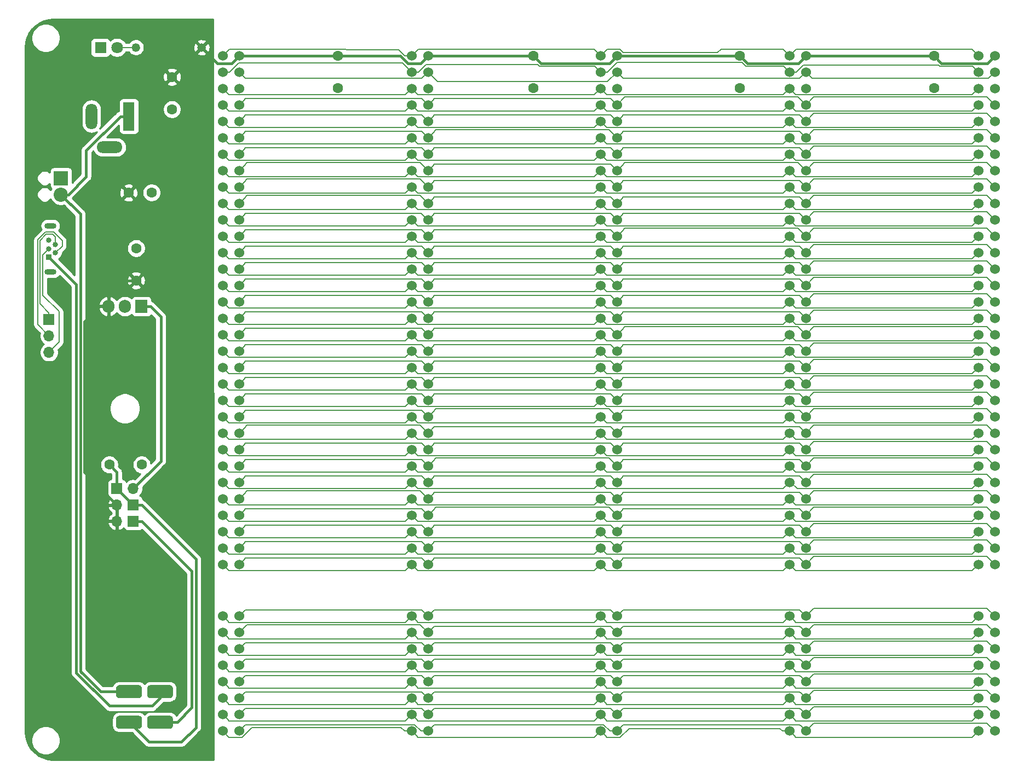
<source format=gbr>
G04 #@! TF.GenerationSoftware,KiCad,Pcbnew,(5.1.5-0-10_14)*
G04 #@! TF.CreationDate,2020-08-13T16:27:58+01:00*
G04 #@! TF.ProjectId,roscbus01,726f7363-6275-4733-9031-2e6b69636164,rev?*
G04 #@! TF.SameCoordinates,Original*
G04 #@! TF.FileFunction,Copper,L2,Bot*
G04 #@! TF.FilePolarity,Positive*
%FSLAX46Y46*%
G04 Gerber Fmt 4.6, Leading zero omitted, Abs format (unit mm)*
G04 Created by KiCad (PCBNEW (5.1.5-0-10_14)) date 2020-08-13 16:27:58*
%MOMM*%
%LPD*%
G04 APERTURE LIST*
%ADD10O,1.905000X2.000000*%
%ADD11R,1.905000X2.000000*%
%ADD12C,0.100000*%
%ADD13C,1.320800*%
%ADD14O,1.700000X1.700000*%
%ADD15R,1.700000X1.700000*%
%ADD16C,1.524000*%
%ADD17C,1.800000*%
%ADD18R,1.800000X1.800000*%
%ADD19O,1.850000X0.850000*%
%ADD20C,0.840000*%
%ADD21R,0.840000X0.840000*%
%ADD22R,1.800000X4.400000*%
%ADD23O,1.800000X4.000000*%
%ADD24O,4.000000X1.800000*%
%ADD25C,2.200000*%
%ADD26R,2.200000X2.200000*%
%ADD27C,1.600000*%
%ADD28C,1.600200*%
%ADD29C,0.160000*%
%ADD30C,0.450000*%
%ADD31C,0.254000*%
G04 APERTURE END LIST*
D10*
X82120000Y-80200000D03*
X84660000Y-80200000D03*
D11*
X87200000Y-80200000D03*
G04 #@! TA.AperFunction,ComponentPad*
D12*
G36*
X91644009Y-138832408D02*
G01*
X91692545Y-138839607D01*
X91740142Y-138851530D01*
X91786342Y-138868060D01*
X91830698Y-138889039D01*
X91872785Y-138914265D01*
X91912197Y-138943495D01*
X91948553Y-138976447D01*
X91981505Y-139012803D01*
X92010735Y-139052215D01*
X92035961Y-139094302D01*
X92056940Y-139138658D01*
X92073470Y-139184858D01*
X92085393Y-139232455D01*
X92092592Y-139280991D01*
X92095000Y-139330000D01*
X92095000Y-140330000D01*
X92092592Y-140379009D01*
X92085393Y-140427545D01*
X92073470Y-140475142D01*
X92056940Y-140521342D01*
X92035961Y-140565698D01*
X92010735Y-140607785D01*
X91981505Y-140647197D01*
X91948553Y-140683553D01*
X91912197Y-140716505D01*
X91872785Y-140745735D01*
X91830698Y-140770961D01*
X91786342Y-140791940D01*
X91740142Y-140808470D01*
X91692545Y-140820393D01*
X91644009Y-140827592D01*
X91595000Y-140830000D01*
X88595000Y-140830000D01*
X88545991Y-140827592D01*
X88497455Y-140820393D01*
X88449858Y-140808470D01*
X88403658Y-140791940D01*
X88359302Y-140770961D01*
X88317215Y-140745735D01*
X88277803Y-140716505D01*
X88241447Y-140683553D01*
X88208495Y-140647197D01*
X88179265Y-140607785D01*
X88154039Y-140565698D01*
X88133060Y-140521342D01*
X88116530Y-140475142D01*
X88104607Y-140427545D01*
X88097408Y-140379009D01*
X88095000Y-140330000D01*
X88095000Y-139330000D01*
X88097408Y-139280991D01*
X88104607Y-139232455D01*
X88116530Y-139184858D01*
X88133060Y-139138658D01*
X88154039Y-139094302D01*
X88179265Y-139052215D01*
X88208495Y-139012803D01*
X88241447Y-138976447D01*
X88277803Y-138943495D01*
X88317215Y-138914265D01*
X88359302Y-138889039D01*
X88403658Y-138868060D01*
X88449858Y-138851530D01*
X88497455Y-138839607D01*
X88545991Y-138832408D01*
X88595000Y-138830000D01*
X91595000Y-138830000D01*
X91644009Y-138832408D01*
G37*
G04 #@! TD.AperFunction*
G04 #@! TA.AperFunction,ComponentPad*
G36*
X86844009Y-138832408D02*
G01*
X86892545Y-138839607D01*
X86940142Y-138851530D01*
X86986342Y-138868060D01*
X87030698Y-138889039D01*
X87072785Y-138914265D01*
X87112197Y-138943495D01*
X87148553Y-138976447D01*
X87181505Y-139012803D01*
X87210735Y-139052215D01*
X87235961Y-139094302D01*
X87256940Y-139138658D01*
X87273470Y-139184858D01*
X87285393Y-139232455D01*
X87292592Y-139280991D01*
X87295000Y-139330000D01*
X87295000Y-140330000D01*
X87292592Y-140379009D01*
X87285393Y-140427545D01*
X87273470Y-140475142D01*
X87256940Y-140521342D01*
X87235961Y-140565698D01*
X87210735Y-140607785D01*
X87181505Y-140647197D01*
X87148553Y-140683553D01*
X87112197Y-140716505D01*
X87072785Y-140745735D01*
X87030698Y-140770961D01*
X86986342Y-140791940D01*
X86940142Y-140808470D01*
X86892545Y-140820393D01*
X86844009Y-140827592D01*
X86795000Y-140830000D01*
X83795000Y-140830000D01*
X83745991Y-140827592D01*
X83697455Y-140820393D01*
X83649858Y-140808470D01*
X83603658Y-140791940D01*
X83559302Y-140770961D01*
X83517215Y-140745735D01*
X83477803Y-140716505D01*
X83441447Y-140683553D01*
X83408495Y-140647197D01*
X83379265Y-140607785D01*
X83354039Y-140565698D01*
X83333060Y-140521342D01*
X83316530Y-140475142D01*
X83304607Y-140427545D01*
X83297408Y-140379009D01*
X83295000Y-140330000D01*
X83295000Y-139330000D01*
X83297408Y-139280991D01*
X83304607Y-139232455D01*
X83316530Y-139184858D01*
X83333060Y-139138658D01*
X83354039Y-139094302D01*
X83379265Y-139052215D01*
X83408495Y-139012803D01*
X83441447Y-138976447D01*
X83477803Y-138943495D01*
X83517215Y-138914265D01*
X83559302Y-138889039D01*
X83603658Y-138868060D01*
X83649858Y-138851530D01*
X83697455Y-138839607D01*
X83745991Y-138832408D01*
X83795000Y-138830000D01*
X86795000Y-138830000D01*
X86844009Y-138832408D01*
G37*
G04 #@! TD.AperFunction*
G04 #@! TA.AperFunction,ComponentPad*
G36*
X86844009Y-143562408D02*
G01*
X86892545Y-143569607D01*
X86940142Y-143581530D01*
X86986342Y-143598060D01*
X87030698Y-143619039D01*
X87072785Y-143644265D01*
X87112197Y-143673495D01*
X87148553Y-143706447D01*
X87181505Y-143742803D01*
X87210735Y-143782215D01*
X87235961Y-143824302D01*
X87256940Y-143868658D01*
X87273470Y-143914858D01*
X87285393Y-143962455D01*
X87292592Y-144010991D01*
X87295000Y-144060000D01*
X87295000Y-145060000D01*
X87292592Y-145109009D01*
X87285393Y-145157545D01*
X87273470Y-145205142D01*
X87256940Y-145251342D01*
X87235961Y-145295698D01*
X87210735Y-145337785D01*
X87181505Y-145377197D01*
X87148553Y-145413553D01*
X87112197Y-145446505D01*
X87072785Y-145475735D01*
X87030698Y-145500961D01*
X86986342Y-145521940D01*
X86940142Y-145538470D01*
X86892545Y-145550393D01*
X86844009Y-145557592D01*
X86795000Y-145560000D01*
X83795000Y-145560000D01*
X83745991Y-145557592D01*
X83697455Y-145550393D01*
X83649858Y-145538470D01*
X83603658Y-145521940D01*
X83559302Y-145500961D01*
X83517215Y-145475735D01*
X83477803Y-145446505D01*
X83441447Y-145413553D01*
X83408495Y-145377197D01*
X83379265Y-145337785D01*
X83354039Y-145295698D01*
X83333060Y-145251342D01*
X83316530Y-145205142D01*
X83304607Y-145157545D01*
X83297408Y-145109009D01*
X83295000Y-145060000D01*
X83295000Y-144060000D01*
X83297408Y-144010991D01*
X83304607Y-143962455D01*
X83316530Y-143914858D01*
X83333060Y-143868658D01*
X83354039Y-143824302D01*
X83379265Y-143782215D01*
X83408495Y-143742803D01*
X83441447Y-143706447D01*
X83477803Y-143673495D01*
X83517215Y-143644265D01*
X83559302Y-143619039D01*
X83603658Y-143598060D01*
X83649858Y-143581530D01*
X83697455Y-143569607D01*
X83745991Y-143562408D01*
X83795000Y-143560000D01*
X86795000Y-143560000D01*
X86844009Y-143562408D01*
G37*
G04 #@! TD.AperFunction*
G04 #@! TA.AperFunction,ComponentPad*
G36*
X91644009Y-143562408D02*
G01*
X91692545Y-143569607D01*
X91740142Y-143581530D01*
X91786342Y-143598060D01*
X91830698Y-143619039D01*
X91872785Y-143644265D01*
X91912197Y-143673495D01*
X91948553Y-143706447D01*
X91981505Y-143742803D01*
X92010735Y-143782215D01*
X92035961Y-143824302D01*
X92056940Y-143868658D01*
X92073470Y-143914858D01*
X92085393Y-143962455D01*
X92092592Y-144010991D01*
X92095000Y-144060000D01*
X92095000Y-145060000D01*
X92092592Y-145109009D01*
X92085393Y-145157545D01*
X92073470Y-145205142D01*
X92056940Y-145251342D01*
X92035961Y-145295698D01*
X92010735Y-145337785D01*
X91981505Y-145377197D01*
X91948553Y-145413553D01*
X91912197Y-145446505D01*
X91872785Y-145475735D01*
X91830698Y-145500961D01*
X91786342Y-145521940D01*
X91740142Y-145538470D01*
X91692545Y-145550393D01*
X91644009Y-145557592D01*
X91595000Y-145560000D01*
X88595000Y-145560000D01*
X88545991Y-145557592D01*
X88497455Y-145550393D01*
X88449858Y-145538470D01*
X88403658Y-145521940D01*
X88359302Y-145500961D01*
X88317215Y-145475735D01*
X88277803Y-145446505D01*
X88241447Y-145413553D01*
X88208495Y-145377197D01*
X88179265Y-145337785D01*
X88154039Y-145295698D01*
X88133060Y-145251342D01*
X88116530Y-145205142D01*
X88104607Y-145157545D01*
X88097408Y-145109009D01*
X88095000Y-145060000D01*
X88095000Y-144060000D01*
X88097408Y-144010991D01*
X88104607Y-143962455D01*
X88116530Y-143914858D01*
X88133060Y-143868658D01*
X88154039Y-143824302D01*
X88179265Y-143782215D01*
X88208495Y-143742803D01*
X88241447Y-143706447D01*
X88277803Y-143673495D01*
X88317215Y-143644265D01*
X88359302Y-143619039D01*
X88403658Y-143598060D01*
X88449858Y-143581530D01*
X88497455Y-143569607D01*
X88545991Y-143562408D01*
X88595000Y-143560000D01*
X91595000Y-143560000D01*
X91644009Y-143562408D01*
G37*
G04 #@! TD.AperFunction*
D13*
X86360000Y-40132000D03*
X96520000Y-40132000D03*
D14*
X85955000Y-108390000D03*
D15*
X83415000Y-108390000D03*
D14*
X83415000Y-110940000D03*
D15*
X85955000Y-110940000D03*
D14*
X83415000Y-113465000D03*
D15*
X85955000Y-113465000D03*
D16*
X216607000Y-128152000D03*
X219147000Y-128152000D03*
X216607000Y-130692000D03*
X219147000Y-130692000D03*
X216607000Y-133232000D03*
X219147000Y-133232000D03*
X216607000Y-135772000D03*
X219147000Y-135772000D03*
X216607000Y-138312000D03*
X219147000Y-138312000D03*
X216607000Y-140852000D03*
X219147000Y-140852000D03*
X216607000Y-143392000D03*
X219147000Y-143392000D03*
X216607000Y-145932000D03*
X219147000Y-145932000D03*
X219147000Y-120132000D03*
X216607000Y-120132000D03*
X219147000Y-117592000D03*
X216607000Y-117592000D03*
X216607000Y-41392000D03*
X219147000Y-41392000D03*
X216607000Y-43932000D03*
X219147000Y-43932000D03*
X216607000Y-46472000D03*
X219147000Y-46472000D03*
X216607000Y-49012000D03*
X219147000Y-49012000D03*
X216607000Y-51552000D03*
X219147000Y-51552000D03*
X216607000Y-54092000D03*
X219147000Y-54092000D03*
X216607000Y-56632000D03*
X219147000Y-56632000D03*
X216607000Y-59172000D03*
X219147000Y-59172000D03*
X216607000Y-61712000D03*
X219147000Y-61712000D03*
X216607000Y-64252000D03*
X219147000Y-64252000D03*
X216607000Y-66792000D03*
X219147000Y-66792000D03*
X216607000Y-69332000D03*
X219147000Y-69332000D03*
X216607000Y-71872000D03*
X219147000Y-71872000D03*
X216607000Y-74412000D03*
X219147000Y-74412000D03*
X216607000Y-76952000D03*
X219147000Y-76952000D03*
X216607000Y-79492000D03*
X219147000Y-79492000D03*
X216607000Y-82032000D03*
X219147000Y-82032000D03*
X216607000Y-84572000D03*
X219147000Y-84572000D03*
X216607000Y-87112000D03*
X219147000Y-87112000D03*
X216607000Y-89652000D03*
X219147000Y-89652000D03*
X216607000Y-92192000D03*
X219147000Y-92192000D03*
X216607000Y-94732000D03*
X219147000Y-94732000D03*
X216607000Y-97272000D03*
X219147000Y-97272000D03*
X216607000Y-99812000D03*
X219147000Y-99812000D03*
X216607000Y-102352000D03*
X219147000Y-102352000D03*
X216607000Y-104892000D03*
X219147000Y-104892000D03*
X216607000Y-107432000D03*
X219147000Y-107432000D03*
X216607000Y-109972000D03*
X219147000Y-109972000D03*
X216607000Y-112512000D03*
X219147000Y-112512000D03*
X216607000Y-115052000D03*
X219147000Y-115052000D03*
X187397000Y-128152000D03*
X189937000Y-128152000D03*
X187397000Y-130692000D03*
X189937000Y-130692000D03*
X187397000Y-133232000D03*
X189937000Y-133232000D03*
X187397000Y-135772000D03*
X189937000Y-135772000D03*
X187397000Y-138312000D03*
X189937000Y-138312000D03*
X187397000Y-140852000D03*
X189937000Y-140852000D03*
X187397000Y-143392000D03*
X189937000Y-143392000D03*
X187397000Y-145932000D03*
X189937000Y-145932000D03*
X189937000Y-120132000D03*
X187397000Y-120132000D03*
X189937000Y-117592000D03*
X187397000Y-117592000D03*
X187397000Y-41392000D03*
X189937000Y-41392000D03*
X187397000Y-43932000D03*
X189937000Y-43932000D03*
X187397000Y-46472000D03*
X189937000Y-46472000D03*
X187397000Y-49012000D03*
X189937000Y-49012000D03*
X187397000Y-51552000D03*
X189937000Y-51552000D03*
X187397000Y-54092000D03*
X189937000Y-54092000D03*
X187397000Y-56632000D03*
X189937000Y-56632000D03*
X187397000Y-59172000D03*
X189937000Y-59172000D03*
X187397000Y-61712000D03*
X189937000Y-61712000D03*
X187397000Y-64252000D03*
X189937000Y-64252000D03*
X187397000Y-66792000D03*
X189937000Y-66792000D03*
X187397000Y-69332000D03*
X189937000Y-69332000D03*
X187397000Y-71872000D03*
X189937000Y-71872000D03*
X187397000Y-74412000D03*
X189937000Y-74412000D03*
X187397000Y-76952000D03*
X189937000Y-76952000D03*
X187397000Y-79492000D03*
X189937000Y-79492000D03*
X187397000Y-82032000D03*
X189937000Y-82032000D03*
X187397000Y-84572000D03*
X189937000Y-84572000D03*
X187397000Y-87112000D03*
X189937000Y-87112000D03*
X187397000Y-89652000D03*
X189937000Y-89652000D03*
X187397000Y-92192000D03*
X189937000Y-92192000D03*
X187397000Y-94732000D03*
X189937000Y-94732000D03*
X187397000Y-97272000D03*
X189937000Y-97272000D03*
X187397000Y-99812000D03*
X189937000Y-99812000D03*
X187397000Y-102352000D03*
X189937000Y-102352000D03*
X187397000Y-104892000D03*
X189937000Y-104892000D03*
X187397000Y-107432000D03*
X189937000Y-107432000D03*
X187397000Y-109972000D03*
X189937000Y-109972000D03*
X187397000Y-112512000D03*
X189937000Y-112512000D03*
X187397000Y-115052000D03*
X189937000Y-115052000D03*
X158187000Y-128152000D03*
X160727000Y-128152000D03*
X158187000Y-130692000D03*
X160727000Y-130692000D03*
X158187000Y-133232000D03*
X160727000Y-133232000D03*
X158187000Y-135772000D03*
X160727000Y-135772000D03*
X158187000Y-138312000D03*
X160727000Y-138312000D03*
X158187000Y-140852000D03*
X160727000Y-140852000D03*
X158187000Y-143392000D03*
X160727000Y-143392000D03*
X158187000Y-145932000D03*
X160727000Y-145932000D03*
X160727000Y-120132000D03*
X158187000Y-120132000D03*
X160727000Y-117592000D03*
X158187000Y-117592000D03*
X158187000Y-41392000D03*
X160727000Y-41392000D03*
X158187000Y-43932000D03*
X160727000Y-43932000D03*
X158187000Y-46472000D03*
X160727000Y-46472000D03*
X158187000Y-49012000D03*
X160727000Y-49012000D03*
X158187000Y-51552000D03*
X160727000Y-51552000D03*
X158187000Y-54092000D03*
X160727000Y-54092000D03*
X158187000Y-56632000D03*
X160727000Y-56632000D03*
X158187000Y-59172000D03*
X160727000Y-59172000D03*
X158187000Y-61712000D03*
X160727000Y-61712000D03*
X158187000Y-64252000D03*
X160727000Y-64252000D03*
X158187000Y-66792000D03*
X160727000Y-66792000D03*
X158187000Y-69332000D03*
X160727000Y-69332000D03*
X158187000Y-71872000D03*
X160727000Y-71872000D03*
X158187000Y-74412000D03*
X160727000Y-74412000D03*
X158187000Y-76952000D03*
X160727000Y-76952000D03*
X158187000Y-79492000D03*
X160727000Y-79492000D03*
X158187000Y-82032000D03*
X160727000Y-82032000D03*
X158187000Y-84572000D03*
X160727000Y-84572000D03*
X158187000Y-87112000D03*
X160727000Y-87112000D03*
X158187000Y-89652000D03*
X160727000Y-89652000D03*
X158187000Y-92192000D03*
X160727000Y-92192000D03*
X158187000Y-94732000D03*
X160727000Y-94732000D03*
X158187000Y-97272000D03*
X160727000Y-97272000D03*
X158187000Y-99812000D03*
X160727000Y-99812000D03*
X158187000Y-102352000D03*
X160727000Y-102352000D03*
X158187000Y-104892000D03*
X160727000Y-104892000D03*
X158187000Y-107432000D03*
X160727000Y-107432000D03*
X158187000Y-109972000D03*
X160727000Y-109972000D03*
X158187000Y-112512000D03*
X160727000Y-112512000D03*
X158187000Y-115052000D03*
X160727000Y-115052000D03*
X128977000Y-128152000D03*
X131517000Y-128152000D03*
X128977000Y-130692000D03*
X131517000Y-130692000D03*
X128977000Y-133232000D03*
X131517000Y-133232000D03*
X128977000Y-135772000D03*
X131517000Y-135772000D03*
X128977000Y-138312000D03*
X131517000Y-138312000D03*
X128977000Y-140852000D03*
X131517000Y-140852000D03*
X128977000Y-143392000D03*
X131517000Y-143392000D03*
X128977000Y-145932000D03*
X131517000Y-145932000D03*
X131517000Y-120132000D03*
X128977000Y-120132000D03*
X131517000Y-117592000D03*
X128977000Y-117592000D03*
X128977000Y-41392000D03*
X131517000Y-41392000D03*
X128977000Y-43932000D03*
X131517000Y-43932000D03*
X128977000Y-46472000D03*
X131517000Y-46472000D03*
X128977000Y-49012000D03*
X131517000Y-49012000D03*
X128977000Y-51552000D03*
X131517000Y-51552000D03*
X128977000Y-54092000D03*
X131517000Y-54092000D03*
X128977000Y-56632000D03*
X131517000Y-56632000D03*
X128977000Y-59172000D03*
X131517000Y-59172000D03*
X128977000Y-61712000D03*
X131517000Y-61712000D03*
X128977000Y-64252000D03*
X131517000Y-64252000D03*
X128977000Y-66792000D03*
X131517000Y-66792000D03*
X128977000Y-69332000D03*
X131517000Y-69332000D03*
X128977000Y-71872000D03*
X131517000Y-71872000D03*
X128977000Y-74412000D03*
X131517000Y-74412000D03*
X128977000Y-76952000D03*
X131517000Y-76952000D03*
X128977000Y-79492000D03*
X131517000Y-79492000D03*
X128977000Y-82032000D03*
X131517000Y-82032000D03*
X128977000Y-84572000D03*
X131517000Y-84572000D03*
X128977000Y-87112000D03*
X131517000Y-87112000D03*
X128977000Y-89652000D03*
X131517000Y-89652000D03*
X128977000Y-92192000D03*
X131517000Y-92192000D03*
X128977000Y-94732000D03*
X131517000Y-94732000D03*
X128977000Y-97272000D03*
X131517000Y-97272000D03*
X128977000Y-99812000D03*
X131517000Y-99812000D03*
X128977000Y-102352000D03*
X131517000Y-102352000D03*
X128977000Y-104892000D03*
X131517000Y-104892000D03*
X128977000Y-107432000D03*
X131517000Y-107432000D03*
X128977000Y-109972000D03*
X131517000Y-109972000D03*
X128977000Y-112512000D03*
X131517000Y-112512000D03*
X128977000Y-115052000D03*
X131517000Y-115052000D03*
X99767000Y-128152000D03*
X102307000Y-128152000D03*
X99767000Y-130692000D03*
X102307000Y-130692000D03*
X99767000Y-133232000D03*
X102307000Y-133232000D03*
X99767000Y-135772000D03*
X102307000Y-135772000D03*
X99767000Y-138312000D03*
X102307000Y-138312000D03*
X99767000Y-140852000D03*
X102307000Y-140852000D03*
X99767000Y-143392000D03*
X102307000Y-143392000D03*
X99767000Y-145932000D03*
X102307000Y-145932000D03*
X102307000Y-120132000D03*
X99767000Y-120132000D03*
X102307000Y-117592000D03*
X99767000Y-117592000D03*
X99767000Y-41392000D03*
X102307000Y-41392000D03*
X99767000Y-43932000D03*
X102307000Y-43932000D03*
X99767000Y-46472000D03*
X102307000Y-46472000D03*
X99767000Y-49012000D03*
X102307000Y-49012000D03*
X99767000Y-51552000D03*
X102307000Y-51552000D03*
X99767000Y-54092000D03*
X102307000Y-54092000D03*
X99767000Y-56632000D03*
X102307000Y-56632000D03*
X99767000Y-59172000D03*
X102307000Y-59172000D03*
X99767000Y-61712000D03*
X102307000Y-61712000D03*
X99767000Y-64252000D03*
X102307000Y-64252000D03*
X99767000Y-66792000D03*
X102307000Y-66792000D03*
X99767000Y-69332000D03*
X102307000Y-69332000D03*
X99767000Y-71872000D03*
X102307000Y-71872000D03*
X99767000Y-74412000D03*
X102307000Y-74412000D03*
X99767000Y-76952000D03*
X102307000Y-76952000D03*
X99767000Y-79492000D03*
X102307000Y-79492000D03*
X99767000Y-82032000D03*
X102307000Y-82032000D03*
X99767000Y-84572000D03*
X102307000Y-84572000D03*
X99767000Y-87112000D03*
X102307000Y-87112000D03*
X99767000Y-89652000D03*
X102307000Y-89652000D03*
X99767000Y-92192000D03*
X102307000Y-92192000D03*
X99767000Y-94732000D03*
X102307000Y-94732000D03*
X99767000Y-97272000D03*
X102307000Y-97272000D03*
X99767000Y-99812000D03*
X102307000Y-99812000D03*
X99767000Y-102352000D03*
X102307000Y-102352000D03*
X99767000Y-104892000D03*
X102307000Y-104892000D03*
X99767000Y-107432000D03*
X102307000Y-107432000D03*
X99767000Y-109972000D03*
X102307000Y-109972000D03*
X99767000Y-112512000D03*
X102307000Y-112512000D03*
X99767000Y-115052000D03*
X102307000Y-115052000D03*
D17*
X83425000Y-40140000D03*
D18*
X80885000Y-40140000D03*
D19*
X73135000Y-67715000D03*
X73135000Y-74865000D03*
D20*
X72915000Y-69990000D03*
X73915000Y-70640000D03*
X72915000Y-71290000D03*
X73915000Y-71940000D03*
D21*
X72915000Y-72590000D03*
D22*
X85285000Y-50780000D03*
D23*
X79485000Y-50780000D03*
D24*
X82285000Y-55580000D03*
D25*
X74785000Y-62890000D03*
D26*
X74785000Y-60350000D03*
D14*
X72920000Y-87310000D03*
X72920000Y-84770000D03*
D15*
X72920000Y-82230000D03*
D27*
X86400000Y-71200000D03*
X86400000Y-76200000D03*
X87250000Y-104700000D03*
X82250000Y-104700000D03*
X91948000Y-49704000D03*
X91948000Y-44704000D03*
X117600000Y-46425000D03*
X117600000Y-41425000D03*
X147810000Y-46415000D03*
X147810000Y-41415000D03*
X179720000Y-46415000D03*
X179720000Y-41415000D03*
X209760000Y-46415000D03*
X209760000Y-41415000D03*
D28*
X88778000Y-62600000D03*
X85222000Y-62600000D03*
D29*
X191154989Y-118914011D02*
X189937000Y-120132000D01*
X217929011Y-118914011D02*
X191154989Y-118914011D01*
X219147000Y-120132000D02*
X217929011Y-118914011D01*
X161488999Y-119370001D02*
X160727000Y-120132000D01*
X161729001Y-119129999D02*
X161488999Y-119370001D01*
X188934999Y-119129999D02*
X161729001Y-119129999D01*
X189937000Y-120132000D02*
X188934999Y-119129999D01*
X132519001Y-119129999D02*
X132278999Y-119370001D01*
X159724999Y-119129999D02*
X132519001Y-119129999D01*
X132278999Y-119370001D02*
X131517000Y-120132000D01*
X160727000Y-120132000D02*
X159724999Y-119129999D01*
X103068999Y-119370001D02*
X102307000Y-120132000D01*
X103309001Y-119129999D02*
X103068999Y-119370001D01*
X130514999Y-119129999D02*
X103309001Y-119129999D01*
X131517000Y-120132000D02*
X130514999Y-119129999D01*
X188158999Y-120893999D02*
X187397000Y-120132000D01*
X188399001Y-121134001D02*
X188158999Y-120893999D01*
X215604999Y-121134001D02*
X188399001Y-121134001D01*
X216607000Y-120132000D02*
X215604999Y-121134001D01*
X158948999Y-120893999D02*
X158187000Y-120132000D01*
X159189001Y-121134001D02*
X158948999Y-120893999D01*
X186394999Y-121134001D02*
X159189001Y-121134001D01*
X187397000Y-120132000D02*
X186394999Y-121134001D01*
X129738999Y-120893999D02*
X128977000Y-120132000D01*
X129979001Y-121134001D02*
X129738999Y-120893999D01*
X157184999Y-121134001D02*
X129979001Y-121134001D01*
X158187000Y-120132000D02*
X157184999Y-121134001D01*
X100528999Y-120893999D02*
X99767000Y-120132000D01*
X100769001Y-121134001D02*
X100528999Y-120893999D01*
X127974999Y-121134001D02*
X100769001Y-121134001D01*
X128977000Y-120132000D02*
X127974999Y-121134001D01*
X191154989Y-116374011D02*
X189937000Y-117592000D01*
X217929011Y-116374011D02*
X191154989Y-116374011D01*
X219147000Y-117592000D02*
X217929011Y-116374011D01*
X161488999Y-116830001D02*
X160727000Y-117592000D01*
X161729001Y-116589999D02*
X161488999Y-116830001D01*
X188934999Y-116589999D02*
X161729001Y-116589999D01*
X189937000Y-117592000D02*
X188934999Y-116589999D01*
X132278999Y-116830001D02*
X131517000Y-117592000D01*
X132519001Y-116589999D02*
X132278999Y-116830001D01*
X159724999Y-116589999D02*
X132519001Y-116589999D01*
X160727000Y-117592000D02*
X159724999Y-116589999D01*
X103309001Y-116589999D02*
X103068999Y-116830001D01*
X130514999Y-116589999D02*
X103309001Y-116589999D01*
X103068999Y-116830001D02*
X102307000Y-117592000D01*
X131517000Y-117592000D02*
X130514999Y-116589999D01*
X188158999Y-118353999D02*
X187397000Y-117592000D01*
X188399001Y-118594001D02*
X188158999Y-118353999D01*
X215604999Y-118594001D02*
X188399001Y-118594001D01*
X216607000Y-117592000D02*
X215604999Y-118594001D01*
X129979001Y-118594001D02*
X129738999Y-118353999D01*
X157184999Y-118594001D02*
X129979001Y-118594001D01*
X129738999Y-118353999D02*
X128977000Y-117592000D01*
X158187000Y-117592000D02*
X157184999Y-118594001D01*
X127974999Y-118594001D02*
X100769001Y-118594001D01*
X100528999Y-118353999D02*
X99767000Y-117592000D01*
X100769001Y-118594001D02*
X100528999Y-118353999D01*
X128977000Y-117592000D02*
X127974999Y-118594001D01*
X186394999Y-118594001D02*
X159189001Y-118594001D01*
X187397000Y-117592000D02*
X186394999Y-118594001D01*
X159189001Y-118594001D02*
X158948999Y-118353999D01*
X158948999Y-118353999D02*
X158187000Y-117592000D01*
X219147000Y-115052000D02*
X217929011Y-113834011D01*
X191154989Y-113834011D02*
X189937000Y-115052000D01*
X217929011Y-113834011D02*
X191154989Y-113834011D01*
X161488999Y-114290001D02*
X160727000Y-115052000D01*
X188934999Y-114049999D02*
X161729001Y-114049999D01*
X161729001Y-114049999D02*
X161488999Y-114290001D01*
X189937000Y-115052000D02*
X188934999Y-114049999D01*
X132278999Y-114290001D02*
X131517000Y-115052000D01*
X132519001Y-114049999D02*
X132278999Y-114290001D01*
X159724999Y-114049999D02*
X132519001Y-114049999D01*
X160727000Y-115052000D02*
X159724999Y-114049999D01*
X103068999Y-114290001D02*
X102307000Y-115052000D01*
X103309001Y-114049999D02*
X103068999Y-114290001D01*
X130514999Y-114049999D02*
X103309001Y-114049999D01*
X131517000Y-115052000D02*
X130514999Y-114049999D01*
X188158999Y-115813999D02*
X187397000Y-115052000D01*
X188399001Y-116054001D02*
X188158999Y-115813999D01*
X215604999Y-116054001D02*
X188399001Y-116054001D01*
X216607000Y-115052000D02*
X215604999Y-116054001D01*
X159189001Y-116054001D02*
X158948999Y-115813999D01*
X186394999Y-116054001D02*
X159189001Y-116054001D01*
X158948999Y-115813999D02*
X158187000Y-115052000D01*
X187397000Y-115052000D02*
X186394999Y-116054001D01*
X129738999Y-115813999D02*
X128977000Y-115052000D01*
X129979001Y-116054001D02*
X129738999Y-115813999D01*
X157184999Y-116054001D02*
X129979001Y-116054001D01*
X158187000Y-115052000D02*
X157184999Y-116054001D01*
X100769001Y-116054001D02*
X100528999Y-115813999D01*
X127974999Y-116054001D02*
X100769001Y-116054001D01*
X100528999Y-115813999D02*
X99767000Y-115052000D01*
X128977000Y-115052000D02*
X127974999Y-116054001D01*
X217929011Y-111294011D02*
X191154989Y-111294011D01*
X191154989Y-111294011D02*
X189937000Y-112512000D01*
X219147000Y-112512000D02*
X217929011Y-111294011D01*
X161488999Y-111750001D02*
X160727000Y-112512000D01*
X161729001Y-111509999D02*
X161488999Y-111750001D01*
X188934999Y-111509999D02*
X161729001Y-111509999D01*
X189937000Y-112512000D02*
X188934999Y-111509999D01*
X132278999Y-111750001D02*
X131517000Y-112512000D01*
X132734989Y-111294011D02*
X132278999Y-111750001D01*
X159509011Y-111294011D02*
X132734989Y-111294011D01*
X160727000Y-112512000D02*
X159509011Y-111294011D01*
X103068999Y-111750001D02*
X102307000Y-112512000D01*
X103309001Y-111509999D02*
X103068999Y-111750001D01*
X130514999Y-111509999D02*
X103309001Y-111509999D01*
X131517000Y-112512000D02*
X130514999Y-111509999D01*
X188158999Y-113273999D02*
X187397000Y-112512000D01*
X188399001Y-113514001D02*
X188158999Y-113273999D01*
X215604999Y-113514001D02*
X188399001Y-113514001D01*
X216607000Y-112512000D02*
X215604999Y-113514001D01*
X158948999Y-113273999D02*
X158187000Y-112512000D01*
X159189001Y-113514001D02*
X158948999Y-113273999D01*
X186394999Y-113514001D02*
X159189001Y-113514001D01*
X187397000Y-112512000D02*
X186394999Y-113514001D01*
X129979001Y-113514001D02*
X129738999Y-113273999D01*
X129738999Y-113273999D02*
X128977000Y-112512000D01*
X157184999Y-113514001D02*
X129979001Y-113514001D01*
X158187000Y-112512000D02*
X157184999Y-113514001D01*
X100528999Y-113273999D02*
X99767000Y-112512000D01*
X100769001Y-113514001D02*
X100528999Y-113273999D01*
X127974999Y-113514001D02*
X100769001Y-113514001D01*
X128977000Y-112512000D02*
X127974999Y-113514001D01*
X191154989Y-108754011D02*
X189937000Y-109972000D01*
X217929011Y-108754011D02*
X191154989Y-108754011D01*
X219147000Y-109972000D02*
X217929011Y-108754011D01*
X161488999Y-109210001D02*
X160727000Y-109972000D01*
X161729001Y-108969999D02*
X161488999Y-109210001D01*
X188934999Y-108969999D02*
X161729001Y-108969999D01*
X189937000Y-109972000D02*
X188934999Y-108969999D01*
X132278999Y-109210001D02*
X131517000Y-109972000D01*
X132519001Y-108969999D02*
X132278999Y-109210001D01*
X159724999Y-108969999D02*
X132519001Y-108969999D01*
X160727000Y-109972000D02*
X159724999Y-108969999D01*
X103068999Y-109210001D02*
X102307000Y-109972000D01*
X103524989Y-108754011D02*
X103068999Y-109210001D01*
X130299011Y-108754011D02*
X103524989Y-108754011D01*
X131517000Y-109972000D02*
X130299011Y-108754011D01*
X188158999Y-110733999D02*
X187397000Y-109972000D01*
X188399001Y-110974001D02*
X188158999Y-110733999D01*
X215604999Y-110974001D02*
X188399001Y-110974001D01*
X216607000Y-109972000D02*
X215604999Y-110974001D01*
X158948999Y-110733999D02*
X158187000Y-109972000D01*
X159189001Y-110974001D02*
X158948999Y-110733999D01*
X186394999Y-110974001D02*
X159189001Y-110974001D01*
X187397000Y-109972000D02*
X186394999Y-110974001D01*
X129738999Y-110733999D02*
X128977000Y-109972000D01*
X129979001Y-110974001D02*
X129738999Y-110733999D01*
X157184999Y-110974001D02*
X129979001Y-110974001D01*
X158187000Y-109972000D02*
X157184999Y-110974001D01*
X100528999Y-110733999D02*
X99767000Y-109972000D01*
X127974999Y-110974001D02*
X100769001Y-110974001D01*
X100769001Y-110974001D02*
X100528999Y-110733999D01*
X128977000Y-109972000D02*
X127974999Y-110974001D01*
X217929011Y-106214011D02*
X191154989Y-106214011D01*
X191154989Y-106214011D02*
X189937000Y-107432000D01*
X219147000Y-107432000D02*
X217929011Y-106214011D01*
X161488999Y-106670001D02*
X160727000Y-107432000D01*
X161729001Y-106429999D02*
X161488999Y-106670001D01*
X188934999Y-106429999D02*
X161729001Y-106429999D01*
X189937000Y-107432000D02*
X188934999Y-106429999D01*
X132519001Y-106429999D02*
X132278999Y-106670001D01*
X159724999Y-106429999D02*
X132519001Y-106429999D01*
X132278999Y-106670001D02*
X131517000Y-107432000D01*
X160727000Y-107432000D02*
X159724999Y-106429999D01*
X103309001Y-106429999D02*
X103068999Y-106670001D01*
X103068999Y-106670001D02*
X102307000Y-107432000D01*
X130514999Y-106429999D02*
X103309001Y-106429999D01*
X131517000Y-107432000D02*
X130514999Y-106429999D01*
X187607000Y-107432000D02*
X187397000Y-107432000D01*
X188609001Y-108434001D02*
X187607000Y-107432000D01*
X215604999Y-108434001D02*
X188609001Y-108434001D01*
X216607000Y-107432000D02*
X215604999Y-108434001D01*
X158948999Y-108193999D02*
X158187000Y-107432000D01*
X159189001Y-108434001D02*
X158948999Y-108193999D01*
X186394999Y-108434001D02*
X159189001Y-108434001D01*
X187397000Y-107432000D02*
X186394999Y-108434001D01*
X129738999Y-108193999D02*
X128977000Y-107432000D01*
X157184999Y-108434001D02*
X129979001Y-108434001D01*
X129979001Y-108434001D02*
X129738999Y-108193999D01*
X158187000Y-107432000D02*
X157184999Y-108434001D01*
X100528999Y-108193999D02*
X99767000Y-107432000D01*
X100769001Y-108434001D02*
X100528999Y-108193999D01*
X127974999Y-108434001D02*
X100769001Y-108434001D01*
X128977000Y-107432000D02*
X127974999Y-108434001D01*
X191154989Y-103674011D02*
X189937000Y-104892000D01*
X217929011Y-103674011D02*
X191154989Y-103674011D01*
X219147000Y-104892000D02*
X217929011Y-103674011D01*
X188934999Y-103889999D02*
X161729001Y-103889999D01*
X161488999Y-104130001D02*
X160727000Y-104892000D01*
X161729001Y-103889999D02*
X161488999Y-104130001D01*
X189937000Y-104892000D02*
X188934999Y-103889999D01*
X132278999Y-104130001D02*
X131517000Y-104892000D01*
X132734989Y-103674011D02*
X132278999Y-104130001D01*
X159509011Y-103674011D02*
X132734989Y-103674011D01*
X160727000Y-104892000D02*
X159509011Y-103674011D01*
X103309001Y-103889999D02*
X103068999Y-104130001D01*
X103068999Y-104130001D02*
X102307000Y-104892000D01*
X130514999Y-103889999D02*
X103309001Y-103889999D01*
X131517000Y-104892000D02*
X130514999Y-103889999D01*
X188158999Y-105653999D02*
X187397000Y-104892000D01*
X188399001Y-105894001D02*
X188158999Y-105653999D01*
X215604999Y-105894001D02*
X188399001Y-105894001D01*
X216607000Y-104892000D02*
X215604999Y-105894001D01*
X159189001Y-105894001D02*
X158948999Y-105653999D01*
X158948999Y-105653999D02*
X158187000Y-104892000D01*
X186394999Y-105894001D02*
X159189001Y-105894001D01*
X187397000Y-104892000D02*
X186394999Y-105894001D01*
X129738999Y-105653999D02*
X128977000Y-104892000D01*
X129979001Y-105894001D02*
X129738999Y-105653999D01*
X157184999Y-105894001D02*
X129979001Y-105894001D01*
X158187000Y-104892000D02*
X157184999Y-105894001D01*
X100528999Y-105653999D02*
X99767000Y-104892000D01*
X127974999Y-105894001D02*
X100769001Y-105894001D01*
X100769001Y-105894001D02*
X100528999Y-105653999D01*
X128977000Y-104892000D02*
X127974999Y-105894001D01*
X191154989Y-101134011D02*
X189937000Y-102352000D01*
X217929011Y-101134011D02*
X191154989Y-101134011D01*
X219147000Y-102352000D02*
X217929011Y-101134011D01*
X161488999Y-101590001D02*
X160727000Y-102352000D01*
X161729001Y-101349999D02*
X161488999Y-101590001D01*
X188934999Y-101349999D02*
X161729001Y-101349999D01*
X189937000Y-102352000D02*
X188934999Y-101349999D01*
X132278999Y-101590001D02*
X131517000Y-102352000D01*
X132519001Y-101349999D02*
X132278999Y-101590001D01*
X159724999Y-101349999D02*
X132519001Y-101349999D01*
X160727000Y-102352000D02*
X159724999Y-101349999D01*
X103068999Y-101590001D02*
X102307000Y-102352000D01*
X130514999Y-101349999D02*
X103309001Y-101349999D01*
X103309001Y-101349999D02*
X103068999Y-101590001D01*
X131517000Y-102352000D02*
X130514999Y-101349999D01*
X188399001Y-103354001D02*
X188158999Y-103113999D01*
X188158999Y-103113999D02*
X187397000Y-102352000D01*
X215604999Y-103354001D02*
X188399001Y-103354001D01*
X216607000Y-102352000D02*
X215604999Y-103354001D01*
X158948999Y-103113999D02*
X158187000Y-102352000D01*
X159189001Y-103354001D02*
X158948999Y-103113999D01*
X186394999Y-103354001D02*
X159189001Y-103354001D01*
X187397000Y-102352000D02*
X186394999Y-103354001D01*
X129738999Y-103113999D02*
X128977000Y-102352000D01*
X129979001Y-103354001D02*
X129738999Y-103113999D01*
X157184999Y-103354001D02*
X129979001Y-103354001D01*
X158187000Y-102352000D02*
X157184999Y-103354001D01*
X100528999Y-103113999D02*
X99767000Y-102352000D01*
X100769001Y-103354001D02*
X100528999Y-103113999D01*
X127974999Y-103354001D02*
X100769001Y-103354001D01*
X128977000Y-102352000D02*
X127974999Y-103354001D01*
X217929011Y-98594011D02*
X191154989Y-98594011D01*
X191154989Y-98594011D02*
X189937000Y-99812000D01*
X219147000Y-99812000D02*
X217929011Y-98594011D01*
X161488999Y-99050001D02*
X160727000Y-99812000D01*
X188934999Y-98809999D02*
X161729001Y-98809999D01*
X161729001Y-98809999D02*
X161488999Y-99050001D01*
X189937000Y-99812000D02*
X188934999Y-98809999D01*
X132519001Y-98809999D02*
X131517000Y-99812000D01*
X159724999Y-98809999D02*
X132519001Y-98809999D01*
X160727000Y-99812000D02*
X159724999Y-98809999D01*
X103524989Y-98594011D02*
X103068999Y-99050001D01*
X130299011Y-98594011D02*
X103524989Y-98594011D01*
X103068999Y-99050001D02*
X102307000Y-99812000D01*
X131517000Y-99812000D02*
X130299011Y-98594011D01*
X188158999Y-100573999D02*
X187397000Y-99812000D01*
X188399001Y-100814001D02*
X188158999Y-100573999D01*
X215604999Y-100814001D02*
X188399001Y-100814001D01*
X216607000Y-99812000D02*
X215604999Y-100814001D01*
X158948999Y-100573999D02*
X158187000Y-99812000D01*
X159189001Y-100814001D02*
X158948999Y-100573999D01*
X186394999Y-100814001D02*
X159189001Y-100814001D01*
X187397000Y-99812000D02*
X186394999Y-100814001D01*
X129738999Y-100573999D02*
X128977000Y-99812000D01*
X129979001Y-100814001D02*
X129738999Y-100573999D01*
X157184999Y-100814001D02*
X129979001Y-100814001D01*
X158187000Y-99812000D02*
X157184999Y-100814001D01*
X100528999Y-100573999D02*
X99767000Y-99812000D01*
X100769001Y-100814001D02*
X100528999Y-100573999D01*
X127974999Y-100814001D02*
X100769001Y-100814001D01*
X128977000Y-99812000D02*
X127974999Y-100814001D01*
X191154989Y-96054011D02*
X189937000Y-97272000D01*
X217929011Y-96054011D02*
X191154989Y-96054011D01*
X219147000Y-97272000D02*
X217929011Y-96054011D01*
X161488999Y-96510001D02*
X160727000Y-97272000D01*
X161729001Y-96269999D02*
X161488999Y-96510001D01*
X188934999Y-96269999D02*
X161729001Y-96269999D01*
X189937000Y-97272000D02*
X188934999Y-96269999D01*
X132734989Y-96054011D02*
X132278999Y-96510001D01*
X159509011Y-96054011D02*
X132734989Y-96054011D01*
X132278999Y-96510001D02*
X131517000Y-97272000D01*
X160727000Y-97272000D02*
X159509011Y-96054011D01*
X103309001Y-96269999D02*
X103068999Y-96510001D01*
X103068999Y-96510001D02*
X102307000Y-97272000D01*
X130514999Y-96269999D02*
X103309001Y-96269999D01*
X131517000Y-97272000D02*
X130514999Y-96269999D01*
X188158999Y-98033999D02*
X187397000Y-97272000D01*
X188399001Y-98274001D02*
X188158999Y-98033999D01*
X215604999Y-98274001D02*
X188399001Y-98274001D01*
X216607000Y-97272000D02*
X215604999Y-98274001D01*
X159189001Y-98274001D02*
X158948999Y-98033999D01*
X158948999Y-98033999D02*
X158187000Y-97272000D01*
X186394999Y-98274001D02*
X159189001Y-98274001D01*
X187397000Y-97272000D02*
X186394999Y-98274001D01*
X157184999Y-98274001D02*
X129979001Y-98274001D01*
X129738999Y-98033999D02*
X128977000Y-97272000D01*
X129979001Y-98274001D02*
X129738999Y-98033999D01*
X158187000Y-97272000D02*
X157184999Y-98274001D01*
X100769001Y-98274001D02*
X100528999Y-98033999D01*
X127974999Y-98274001D02*
X100769001Y-98274001D01*
X100528999Y-98033999D02*
X99767000Y-97272000D01*
X128977000Y-97272000D02*
X127974999Y-98274001D01*
X191154989Y-93514011D02*
X189937000Y-94732000D01*
X217929011Y-93514011D02*
X191154989Y-93514011D01*
X219147000Y-94732000D02*
X217929011Y-93514011D01*
X161488999Y-93970001D02*
X160727000Y-94732000D01*
X161729001Y-93729999D02*
X161488999Y-93970001D01*
X188934999Y-93729999D02*
X161729001Y-93729999D01*
X189937000Y-94732000D02*
X188934999Y-93729999D01*
X132519001Y-93729999D02*
X132278999Y-93970001D01*
X159724999Y-93729999D02*
X132519001Y-93729999D01*
X132278999Y-93970001D02*
X131517000Y-94732000D01*
X160727000Y-94732000D02*
X159724999Y-93729999D01*
X130514999Y-93729999D02*
X103309001Y-93729999D01*
X103068999Y-93970001D02*
X102307000Y-94732000D01*
X103309001Y-93729999D02*
X103068999Y-93970001D01*
X131517000Y-94732000D02*
X130514999Y-93729999D01*
X188158999Y-95493999D02*
X187397000Y-94732000D01*
X188399001Y-95734001D02*
X188158999Y-95493999D01*
X215604999Y-95734001D02*
X188399001Y-95734001D01*
X216607000Y-94732000D02*
X215604999Y-95734001D01*
X159189001Y-95734001D02*
X158948999Y-95493999D01*
X186394999Y-95734001D02*
X159189001Y-95734001D01*
X158948999Y-95493999D02*
X158187000Y-94732000D01*
X187397000Y-94732000D02*
X186394999Y-95734001D01*
X157184999Y-95734001D02*
X129979001Y-95734001D01*
X129738999Y-95493999D02*
X128977000Y-94732000D01*
X129979001Y-95734001D02*
X129738999Y-95493999D01*
X158187000Y-94732000D02*
X157184999Y-95734001D01*
X100528999Y-95493999D02*
X99767000Y-94732000D01*
X100769001Y-95734001D02*
X100528999Y-95493999D01*
X127974999Y-95734001D02*
X100769001Y-95734001D01*
X128977000Y-94732000D02*
X127974999Y-95734001D01*
X191154989Y-90974011D02*
X189937000Y-92192000D01*
X217929011Y-90974011D02*
X191154989Y-90974011D01*
X219147000Y-92192000D02*
X217929011Y-90974011D01*
X161488999Y-91430001D02*
X160727000Y-92192000D01*
X161729001Y-91189999D02*
X161488999Y-91430001D01*
X188934999Y-91189999D02*
X161729001Y-91189999D01*
X189937000Y-92192000D02*
X188934999Y-91189999D01*
X132519001Y-91189999D02*
X132278999Y-91430001D01*
X159724999Y-91189999D02*
X132519001Y-91189999D01*
X132278999Y-91430001D02*
X131517000Y-92192000D01*
X160727000Y-92192000D02*
X159724999Y-91189999D01*
X103309001Y-91189999D02*
X103068999Y-91430001D01*
X130514999Y-91189999D02*
X103309001Y-91189999D01*
X103068999Y-91430001D02*
X102307000Y-92192000D01*
X131517000Y-92192000D02*
X130514999Y-91189999D01*
X188399001Y-93194001D02*
X188158999Y-92953999D01*
X215604999Y-93194001D02*
X188399001Y-93194001D01*
X188158999Y-92953999D02*
X187397000Y-92192000D01*
X216607000Y-92192000D02*
X215604999Y-93194001D01*
X158948999Y-92953999D02*
X158187000Y-92192000D01*
X159189001Y-93194001D02*
X158948999Y-92953999D01*
X186394999Y-93194001D02*
X159189001Y-93194001D01*
X187397000Y-92192000D02*
X186394999Y-93194001D01*
X129979001Y-93194001D02*
X129738999Y-92953999D01*
X129738999Y-92953999D02*
X128977000Y-92192000D01*
X157184999Y-93194001D02*
X129979001Y-93194001D01*
X158187000Y-92192000D02*
X157184999Y-93194001D01*
X100769001Y-93194001D02*
X100528999Y-92953999D01*
X127974999Y-93194001D02*
X100769001Y-93194001D01*
X100528999Y-92953999D02*
X99767000Y-92192000D01*
X128977000Y-92192000D02*
X127974999Y-93194001D01*
X191154989Y-88434011D02*
X189937000Y-89652000D01*
X217929011Y-88434011D02*
X191154989Y-88434011D01*
X219147000Y-89652000D02*
X217929011Y-88434011D01*
X161488999Y-88890001D02*
X160727000Y-89652000D01*
X188934999Y-88649999D02*
X161729001Y-88649999D01*
X161729001Y-88649999D02*
X161488999Y-88890001D01*
X189937000Y-89652000D02*
X188934999Y-88649999D01*
X132278999Y-88890001D02*
X131517000Y-89652000D01*
X132519001Y-88649999D02*
X132278999Y-88890001D01*
X159724999Y-88649999D02*
X132519001Y-88649999D01*
X160727000Y-89652000D02*
X159724999Y-88649999D01*
X103068999Y-88890001D02*
X102307000Y-89652000D01*
X103309001Y-88649999D02*
X103068999Y-88890001D01*
X130514999Y-88649999D02*
X103309001Y-88649999D01*
X131517000Y-89652000D02*
X130514999Y-88649999D01*
X188158999Y-90413999D02*
X187397000Y-89652000D01*
X188399001Y-90654001D02*
X188158999Y-90413999D01*
X215604999Y-90654001D02*
X188399001Y-90654001D01*
X216607000Y-89652000D02*
X215604999Y-90654001D01*
X158948999Y-90413999D02*
X158187000Y-89652000D01*
X159189001Y-90654001D02*
X158948999Y-90413999D01*
X186394999Y-90654001D02*
X159189001Y-90654001D01*
X187397000Y-89652000D02*
X186394999Y-90654001D01*
X129738999Y-90413999D02*
X128977000Y-89652000D01*
X157184999Y-90654001D02*
X129979001Y-90654001D01*
X129979001Y-90654001D02*
X129738999Y-90413999D01*
X158187000Y-89652000D02*
X157184999Y-90654001D01*
X100769001Y-90654001D02*
X100528999Y-90413999D01*
X100528999Y-90413999D02*
X99767000Y-89652000D01*
X127974999Y-90654001D02*
X100769001Y-90654001D01*
X128977000Y-89652000D02*
X127974999Y-90654001D01*
X217929011Y-85894011D02*
X191154989Y-85894011D01*
X191154989Y-85894011D02*
X189937000Y-87112000D01*
X219147000Y-87112000D02*
X217929011Y-85894011D01*
X161488999Y-86350001D02*
X160727000Y-87112000D01*
X161729001Y-86109999D02*
X161488999Y-86350001D01*
X188934999Y-86109999D02*
X161729001Y-86109999D01*
X189937000Y-87112000D02*
X188934999Y-86109999D01*
X132278999Y-86350001D02*
X131517000Y-87112000D01*
X159724999Y-86109999D02*
X132519001Y-86109999D01*
X132519001Y-86109999D02*
X132278999Y-86350001D01*
X160727000Y-87112000D02*
X159724999Y-86109999D01*
X103068999Y-86350001D02*
X102307000Y-87112000D01*
X103309001Y-86109999D02*
X103068999Y-86350001D01*
X130514999Y-86109999D02*
X103309001Y-86109999D01*
X131517000Y-87112000D02*
X130514999Y-86109999D01*
X188158999Y-87873999D02*
X187397000Y-87112000D01*
X188399001Y-88114001D02*
X188158999Y-87873999D01*
X215604999Y-88114001D02*
X188399001Y-88114001D01*
X216607000Y-87112000D02*
X215604999Y-88114001D01*
X159189001Y-88114001D02*
X158948999Y-87873999D01*
X158948999Y-87873999D02*
X158187000Y-87112000D01*
X186394999Y-88114001D02*
X159189001Y-88114001D01*
X187397000Y-87112000D02*
X186394999Y-88114001D01*
X129738999Y-87873999D02*
X128977000Y-87112000D01*
X129979001Y-88114001D02*
X129738999Y-87873999D01*
X157184999Y-88114001D02*
X129979001Y-88114001D01*
X158187000Y-87112000D02*
X157184999Y-88114001D01*
X100528999Y-87873999D02*
X99767000Y-87112000D01*
X100769001Y-88114001D02*
X100528999Y-87873999D01*
X127974999Y-88114001D02*
X100769001Y-88114001D01*
X128977000Y-87112000D02*
X127974999Y-88114001D01*
X191154989Y-83354011D02*
X189937000Y-84572000D01*
X217929011Y-83354011D02*
X191154989Y-83354011D01*
X219147000Y-84572000D02*
X217929011Y-83354011D01*
X161944989Y-83354011D02*
X161488999Y-83810001D01*
X161488999Y-83810001D02*
X160727000Y-84572000D01*
X188719011Y-83354011D02*
X161944989Y-83354011D01*
X189937000Y-84572000D02*
X188719011Y-83354011D01*
X132519001Y-83569999D02*
X132278999Y-83810001D01*
X159724999Y-83569999D02*
X132519001Y-83569999D01*
X132278999Y-83810001D02*
X131517000Y-84572000D01*
X160727000Y-84572000D02*
X159724999Y-83569999D01*
X103068999Y-83810001D02*
X102307000Y-84572000D01*
X103309001Y-83569999D02*
X103068999Y-83810001D01*
X130514999Y-83569999D02*
X103309001Y-83569999D01*
X131517000Y-84572000D02*
X130514999Y-83569999D01*
X188158999Y-85333999D02*
X187397000Y-84572000D01*
X215604999Y-85574001D02*
X188399001Y-85574001D01*
X188399001Y-85574001D02*
X188158999Y-85333999D01*
X216607000Y-84572000D02*
X215604999Y-85574001D01*
X158948999Y-85333999D02*
X158187000Y-84572000D01*
X159189001Y-85574001D02*
X158948999Y-85333999D01*
X186394999Y-85574001D02*
X159189001Y-85574001D01*
X187397000Y-84572000D02*
X186394999Y-85574001D01*
X129738999Y-85333999D02*
X128977000Y-84572000D01*
X129979001Y-85574001D02*
X129738999Y-85333999D01*
X157184999Y-85574001D02*
X129979001Y-85574001D01*
X158187000Y-84572000D02*
X157184999Y-85574001D01*
X100528999Y-85333999D02*
X99767000Y-84572000D01*
X127974999Y-85574001D02*
X100769001Y-85574001D01*
X100769001Y-85574001D02*
X100528999Y-85333999D01*
X128977000Y-84572000D02*
X127974999Y-85574001D01*
X191154989Y-80814011D02*
X189937000Y-82032000D01*
X217929011Y-80814011D02*
X191154989Y-80814011D01*
X219147000Y-82032000D02*
X217929011Y-80814011D01*
X161729001Y-81029999D02*
X161488999Y-81270001D01*
X161488999Y-81270001D02*
X160727000Y-82032000D01*
X188934999Y-81029999D02*
X161729001Y-81029999D01*
X189937000Y-82032000D02*
X188934999Y-81029999D01*
X132278999Y-81270001D02*
X131517000Y-82032000D01*
X132519001Y-81029999D02*
X132278999Y-81270001D01*
X159724999Y-81029999D02*
X132519001Y-81029999D01*
X160727000Y-82032000D02*
X159724999Y-81029999D01*
X103309001Y-81029999D02*
X103068999Y-81270001D01*
X103068999Y-81270001D02*
X102307000Y-82032000D01*
X130514999Y-81029999D02*
X103309001Y-81029999D01*
X131517000Y-82032000D02*
X130514999Y-81029999D01*
X188158999Y-82793999D02*
X187397000Y-82032000D01*
X188399001Y-83034001D02*
X188158999Y-82793999D01*
X215604999Y-83034001D02*
X188399001Y-83034001D01*
X216607000Y-82032000D02*
X215604999Y-83034001D01*
X186394999Y-83034001D02*
X159189001Y-83034001D01*
X158948999Y-82793999D02*
X158187000Y-82032000D01*
X159189001Y-83034001D02*
X158948999Y-82793999D01*
X187397000Y-82032000D02*
X186394999Y-83034001D01*
X129979001Y-83034001D02*
X129738999Y-82793999D01*
X129738999Y-82793999D02*
X128977000Y-82032000D01*
X157184999Y-83034001D02*
X129979001Y-83034001D01*
X158187000Y-82032000D02*
X157184999Y-83034001D01*
X100528999Y-82793999D02*
X99767000Y-82032000D01*
X100769001Y-83034001D02*
X100528999Y-82793999D01*
X127974999Y-83034001D02*
X100769001Y-83034001D01*
X128977000Y-82032000D02*
X127974999Y-83034001D01*
X191154989Y-78274011D02*
X189937000Y-79492000D01*
X217929011Y-78274011D02*
X191154989Y-78274011D01*
X219147000Y-79492000D02*
X217929011Y-78274011D01*
X161729001Y-78489999D02*
X161488999Y-78730001D01*
X188934999Y-78489999D02*
X161729001Y-78489999D01*
X161488999Y-78730001D02*
X160727000Y-79492000D01*
X189937000Y-79492000D02*
X188934999Y-78489999D01*
X132278999Y-78730001D02*
X131517000Y-79492000D01*
X132519001Y-78489999D02*
X132278999Y-78730001D01*
X159724999Y-78489999D02*
X132519001Y-78489999D01*
X160727000Y-79492000D02*
X159724999Y-78489999D01*
X103068999Y-78730001D02*
X102307000Y-79492000D01*
X130514999Y-78489999D02*
X103309001Y-78489999D01*
X103309001Y-78489999D02*
X103068999Y-78730001D01*
X131517000Y-79492000D02*
X130514999Y-78489999D01*
X188399001Y-80494001D02*
X188158999Y-80253999D01*
X188158999Y-80253999D02*
X187397000Y-79492000D01*
X215604999Y-80494001D02*
X188399001Y-80494001D01*
X216607000Y-79492000D02*
X215604999Y-80494001D01*
X158948999Y-80253999D02*
X158187000Y-79492000D01*
X186394999Y-80494001D02*
X159189001Y-80494001D01*
X159189001Y-80494001D02*
X158948999Y-80253999D01*
X187397000Y-79492000D02*
X186394999Y-80494001D01*
X129738999Y-80253999D02*
X128977000Y-79492000D01*
X129979001Y-80494001D02*
X129738999Y-80253999D01*
X157184999Y-80494001D02*
X129979001Y-80494001D01*
X158187000Y-79492000D02*
X157184999Y-80494001D01*
X100769001Y-80494001D02*
X100528999Y-80253999D01*
X100528999Y-80253999D02*
X99767000Y-79492000D01*
X127974999Y-80494001D02*
X100769001Y-80494001D01*
X128977000Y-79492000D02*
X127974999Y-80494001D01*
X217930000Y-75735000D02*
X191154000Y-75735000D01*
X191154000Y-75735000D02*
X189937000Y-76952000D01*
X219147000Y-76952000D02*
X217930000Y-75735000D01*
X161729001Y-75949999D02*
X161488999Y-76190001D01*
X188934999Y-75949999D02*
X161729001Y-75949999D01*
X161488999Y-76190001D02*
X160727000Y-76952000D01*
X189937000Y-76952000D02*
X188934999Y-75949999D01*
X132519001Y-75949999D02*
X132278999Y-76190001D01*
X132278999Y-76190001D02*
X131517000Y-76952000D01*
X159724999Y-75949999D02*
X132519001Y-75949999D01*
X160727000Y-76952000D02*
X159724999Y-75949999D01*
X103068999Y-76190001D02*
X102307000Y-76952000D01*
X130514999Y-75949999D02*
X103309001Y-75949999D01*
X103309001Y-75949999D02*
X103068999Y-76190001D01*
X131517000Y-76952000D02*
X130514999Y-75949999D01*
X188158999Y-77713999D02*
X187397000Y-76952000D01*
X188399001Y-77954001D02*
X188158999Y-77713999D01*
X215604999Y-77954001D02*
X188399001Y-77954001D01*
X216607000Y-76952000D02*
X215604999Y-77954001D01*
X158948999Y-77713999D02*
X158187000Y-76952000D01*
X159189001Y-77954001D02*
X158948999Y-77713999D01*
X186394999Y-77954001D02*
X159189001Y-77954001D01*
X187397000Y-76952000D02*
X186394999Y-77954001D01*
X129738999Y-77713999D02*
X128977000Y-76952000D01*
X129979001Y-77954001D02*
X129738999Y-77713999D01*
X157184999Y-77954001D02*
X129979001Y-77954001D01*
X158187000Y-76952000D02*
X157184999Y-77954001D01*
X100528999Y-77713999D02*
X99767000Y-76952000D01*
X100769001Y-77954001D02*
X100528999Y-77713999D01*
X127974999Y-77954001D02*
X100769001Y-77954001D01*
X128977000Y-76952000D02*
X127974999Y-77954001D01*
X191154989Y-73194011D02*
X189937000Y-74412000D01*
X217929011Y-73194011D02*
X191154989Y-73194011D01*
X219147000Y-74412000D02*
X217929011Y-73194011D01*
X161729001Y-73409999D02*
X161488999Y-73650001D01*
X188934999Y-73409999D02*
X161729001Y-73409999D01*
X161488999Y-73650001D02*
X160727000Y-74412000D01*
X189937000Y-74412000D02*
X188934999Y-73409999D01*
X132278999Y-73650001D02*
X131517000Y-74412000D01*
X132519001Y-73409999D02*
X132278999Y-73650001D01*
X159724999Y-73409999D02*
X132519001Y-73409999D01*
X160727000Y-74412000D02*
X159724999Y-73409999D01*
X103068999Y-73650001D02*
X102307000Y-74412000D01*
X103309001Y-73409999D02*
X103068999Y-73650001D01*
X130514999Y-73409999D02*
X103309001Y-73409999D01*
X131517000Y-74412000D02*
X130514999Y-73409999D01*
X188399001Y-75414001D02*
X188158999Y-75173999D01*
X215604999Y-75414001D02*
X188399001Y-75414001D01*
X188158999Y-75173999D02*
X187397000Y-74412000D01*
X216607000Y-74412000D02*
X215604999Y-75414001D01*
X158948999Y-75173999D02*
X158187000Y-74412000D01*
X159189001Y-75414001D02*
X158948999Y-75173999D01*
X186394999Y-75414001D02*
X159189001Y-75414001D01*
X187397000Y-74412000D02*
X186394999Y-75414001D01*
X129979001Y-75414001D02*
X129738999Y-75173999D01*
X129738999Y-75173999D02*
X128977000Y-74412000D01*
X157184999Y-75414001D02*
X129979001Y-75414001D01*
X158187000Y-74412000D02*
X157184999Y-75414001D01*
X100769001Y-75414001D02*
X100528999Y-75173999D01*
X127974999Y-75414001D02*
X100769001Y-75414001D01*
X100528999Y-75173999D02*
X99767000Y-74412000D01*
X128977000Y-74412000D02*
X127974999Y-75414001D01*
X191154989Y-70654011D02*
X189937000Y-71872000D01*
X217929011Y-70654011D02*
X191154989Y-70654011D01*
X219147000Y-71872000D02*
X217929011Y-70654011D01*
X161488999Y-71110001D02*
X160727000Y-71872000D01*
X161729001Y-70869999D02*
X161488999Y-71110001D01*
X188934999Y-70869999D02*
X161729001Y-70869999D01*
X189937000Y-71872000D02*
X188934999Y-70869999D01*
X132278999Y-71110001D02*
X131517000Y-71872000D01*
X132519001Y-70869999D02*
X132278999Y-71110001D01*
X159724999Y-70869999D02*
X132519001Y-70869999D01*
X160727000Y-71872000D02*
X159724999Y-70869999D01*
X103068999Y-71110001D02*
X102307000Y-71872000D01*
X103309001Y-70869999D02*
X103068999Y-71110001D01*
X130514999Y-70869999D02*
X103309001Y-70869999D01*
X131517000Y-71872000D02*
X130514999Y-70869999D01*
X188158999Y-72633999D02*
X187397000Y-71872000D01*
X188399001Y-72874001D02*
X188158999Y-72633999D01*
X215604999Y-72874001D02*
X188399001Y-72874001D01*
X216607000Y-71872000D02*
X215604999Y-72874001D01*
X158948999Y-72633999D02*
X158187000Y-71872000D01*
X159189001Y-72874001D02*
X158948999Y-72633999D01*
X186394999Y-72874001D02*
X159189001Y-72874001D01*
X187397000Y-71872000D02*
X186394999Y-72874001D01*
X129738999Y-72633999D02*
X128977000Y-71872000D01*
X129979001Y-72874001D02*
X129738999Y-72633999D01*
X157184999Y-72874001D02*
X129979001Y-72874001D01*
X158187000Y-71872000D02*
X157184999Y-72874001D01*
X100528999Y-72633999D02*
X99767000Y-71872000D01*
X100769001Y-72874001D02*
X100528999Y-72633999D01*
X127974999Y-72874001D02*
X100769001Y-72874001D01*
X128977000Y-71872000D02*
X127974999Y-72874001D01*
X191154989Y-68114011D02*
X189937000Y-69332000D01*
X217929011Y-68114011D02*
X191154989Y-68114011D01*
X219147000Y-69332000D02*
X217929011Y-68114011D01*
X161488999Y-68570001D02*
X160727000Y-69332000D01*
X188719011Y-68114011D02*
X161944989Y-68114011D01*
X161944989Y-68114011D02*
X161488999Y-68570001D01*
X189937000Y-69332000D02*
X188719011Y-68114011D01*
X132278999Y-68570001D02*
X131517000Y-69332000D01*
X159724999Y-68329999D02*
X132519001Y-68329999D01*
X132519001Y-68329999D02*
X132278999Y-68570001D01*
X160727000Y-69332000D02*
X159724999Y-68329999D01*
X103068999Y-68570001D02*
X102307000Y-69332000D01*
X103309001Y-68329999D02*
X103068999Y-68570001D01*
X130514999Y-68329999D02*
X103309001Y-68329999D01*
X131517000Y-69332000D02*
X130514999Y-68329999D01*
X188158999Y-70093999D02*
X187397000Y-69332000D01*
X188399001Y-70334001D02*
X188158999Y-70093999D01*
X215604999Y-70334001D02*
X188399001Y-70334001D01*
X216607000Y-69332000D02*
X215604999Y-70334001D01*
X158948999Y-70093999D02*
X158187000Y-69332000D01*
X186394999Y-70334001D02*
X159189001Y-70334001D01*
X159189001Y-70334001D02*
X158948999Y-70093999D01*
X187397000Y-69332000D02*
X186394999Y-70334001D01*
X129738999Y-70093999D02*
X128977000Y-69332000D01*
X129979001Y-70334001D02*
X129738999Y-70093999D01*
X157184999Y-70334001D02*
X129979001Y-70334001D01*
X158187000Y-69332000D02*
X157184999Y-70334001D01*
X100769001Y-70334001D02*
X100528999Y-70093999D01*
X100528999Y-70093999D02*
X99767000Y-69332000D01*
X127974999Y-70334001D02*
X100769001Y-70334001D01*
X128977000Y-69332000D02*
X127974999Y-70334001D01*
X191154989Y-65574011D02*
X189937000Y-66792000D01*
X217929011Y-65574011D02*
X191154989Y-65574011D01*
X219147000Y-66792000D02*
X217929011Y-65574011D01*
X161729001Y-65789999D02*
X161488999Y-66030001D01*
X161488999Y-66030001D02*
X160727000Y-66792000D01*
X188934999Y-65789999D02*
X161729001Y-65789999D01*
X189937000Y-66792000D02*
X188934999Y-65789999D01*
X132519001Y-65789999D02*
X132278999Y-66030001D01*
X132278999Y-66030001D02*
X131517000Y-66792000D01*
X159724999Y-65789999D02*
X132519001Y-65789999D01*
X160727000Y-66792000D02*
X159724999Y-65789999D01*
X103068999Y-66030001D02*
X102307000Y-66792000D01*
X103309001Y-65789999D02*
X103068999Y-66030001D01*
X130450999Y-65789999D02*
X103309001Y-65789999D01*
X131453000Y-66792000D02*
X130450999Y-65789999D01*
X131517000Y-66792000D02*
X131453000Y-66792000D01*
X188399001Y-67794001D02*
X188158999Y-67553999D01*
X215604999Y-67794001D02*
X188399001Y-67794001D01*
X188158999Y-67553999D02*
X187397000Y-66792000D01*
X216607000Y-66792000D02*
X215604999Y-67794001D01*
X158948999Y-67553999D02*
X158187000Y-66792000D01*
X159189001Y-67794001D02*
X158948999Y-67553999D01*
X186394999Y-67794001D02*
X159189001Y-67794001D01*
X187397000Y-66792000D02*
X186394999Y-67794001D01*
X129738999Y-67553999D02*
X128977000Y-66792000D01*
X129979001Y-67794001D02*
X129738999Y-67553999D01*
X157184999Y-67794001D02*
X129979001Y-67794001D01*
X158187000Y-66792000D02*
X157184999Y-67794001D01*
X100528999Y-67553999D02*
X99767000Y-66792000D01*
X100769001Y-67794001D02*
X100528999Y-67553999D01*
X127974999Y-67794001D02*
X100769001Y-67794001D01*
X128977000Y-66792000D02*
X127974999Y-67794001D01*
X191154989Y-63034011D02*
X189937000Y-64252000D01*
X217929011Y-63034011D02*
X191154989Y-63034011D01*
X219147000Y-64252000D02*
X217929011Y-63034011D01*
X161488999Y-63490001D02*
X160727000Y-64252000D01*
X161729001Y-63249999D02*
X161488999Y-63490001D01*
X188934999Y-63249999D02*
X161729001Y-63249999D01*
X189937000Y-64252000D02*
X188934999Y-63249999D01*
X132278999Y-63490001D02*
X131517000Y-64252000D01*
X159724999Y-63249999D02*
X132519001Y-63249999D01*
X132519001Y-63249999D02*
X132278999Y-63490001D01*
X160727000Y-64252000D02*
X159724999Y-63249999D01*
X103068999Y-63490001D02*
X102307000Y-64252000D01*
X103524989Y-63034011D02*
X103068999Y-63490001D01*
X130299011Y-63034011D02*
X103524989Y-63034011D01*
X131517000Y-64252000D02*
X130299011Y-63034011D01*
X188399001Y-65254001D02*
X215604999Y-65254001D01*
X215604999Y-65254001D02*
X216607000Y-64252000D01*
X187397000Y-64252000D02*
X188399001Y-65254001D01*
X158948999Y-65013999D02*
X158187000Y-64252000D01*
X159189001Y-65254001D02*
X158948999Y-65013999D01*
X186394999Y-65254001D02*
X159189001Y-65254001D01*
X187397000Y-64252000D02*
X186394999Y-65254001D01*
X129738999Y-65013999D02*
X128977000Y-64252000D01*
X157184999Y-65254001D02*
X129979001Y-65254001D01*
X129979001Y-65254001D02*
X129738999Y-65013999D01*
X158187000Y-64252000D02*
X157184999Y-65254001D01*
X100769001Y-65254001D02*
X100528999Y-65013999D01*
X127974999Y-65254001D02*
X100769001Y-65254001D01*
X100528999Y-65013999D02*
X99767000Y-64252000D01*
X128977000Y-64252000D02*
X127974999Y-65254001D01*
X191154989Y-60494011D02*
X189937000Y-61712000D01*
X217929011Y-60494011D02*
X191154989Y-60494011D01*
X219147000Y-61712000D02*
X217929011Y-60494011D01*
X161488999Y-60950001D02*
X160727000Y-61712000D01*
X161729001Y-60709999D02*
X161488999Y-60950001D01*
X188934999Y-60709999D02*
X161729001Y-60709999D01*
X189937000Y-61712000D02*
X188934999Y-60709999D01*
X132519001Y-60709999D02*
X132278999Y-60950001D01*
X132278999Y-60950001D02*
X131517000Y-61712000D01*
X159724999Y-60709999D02*
X132519001Y-60709999D01*
X160727000Y-61712000D02*
X159724999Y-60709999D01*
X103524989Y-60494011D02*
X103068999Y-60950001D01*
X103068999Y-60950001D02*
X102307000Y-61712000D01*
X130299011Y-60494011D02*
X103524989Y-60494011D01*
X131517000Y-61712000D02*
X130299011Y-60494011D01*
X188158999Y-62473999D02*
X187397000Y-61712000D01*
X188399001Y-62714001D02*
X188158999Y-62473999D01*
X215604999Y-62714001D02*
X188399001Y-62714001D01*
X216607000Y-61712000D02*
X215604999Y-62714001D01*
X158948999Y-62473999D02*
X158187000Y-61712000D01*
X159189001Y-62714001D02*
X158948999Y-62473999D01*
X186394999Y-62714001D02*
X159189001Y-62714001D01*
X187397000Y-61712000D02*
X186394999Y-62714001D01*
X129738999Y-62473999D02*
X128977000Y-61712000D01*
X129979001Y-62714001D02*
X129738999Y-62473999D01*
X157184999Y-62714001D02*
X129979001Y-62714001D01*
X158187000Y-61712000D02*
X157184999Y-62714001D01*
X100528999Y-62473999D02*
X99767000Y-61712000D01*
X100769001Y-62714001D02*
X100528999Y-62473999D01*
X127974999Y-62714001D02*
X100769001Y-62714001D01*
X128977000Y-61712000D02*
X127974999Y-62714001D01*
X191154989Y-57954011D02*
X189937000Y-59172000D01*
X217929011Y-57954011D02*
X191154989Y-57954011D01*
X219147000Y-59172000D02*
X217929011Y-57954011D01*
X161488999Y-58410001D02*
X160727000Y-59172000D01*
X161944989Y-57954011D02*
X161488999Y-58410001D01*
X188719011Y-57954011D02*
X161944989Y-57954011D01*
X189937000Y-59172000D02*
X188719011Y-57954011D01*
X132278999Y-58410001D02*
X131517000Y-59172000D01*
X132519001Y-58169999D02*
X132278999Y-58410001D01*
X159724999Y-58169999D02*
X132519001Y-58169999D01*
X160727000Y-59172000D02*
X159724999Y-58169999D01*
X103524989Y-57954011D02*
X103068999Y-58410001D01*
X130299011Y-57954011D02*
X103524989Y-57954011D01*
X103068999Y-58410001D02*
X102307000Y-59172000D01*
X131517000Y-59172000D02*
X130299011Y-57954011D01*
X188158999Y-59933999D02*
X187397000Y-59172000D01*
X188399001Y-60174001D02*
X188158999Y-59933999D01*
X215604999Y-60174001D02*
X188399001Y-60174001D01*
X216607000Y-59172000D02*
X215604999Y-60174001D01*
X159189001Y-60174001D02*
X158948999Y-59933999D01*
X186394999Y-60174001D02*
X159189001Y-60174001D01*
X158948999Y-59933999D02*
X158187000Y-59172000D01*
X187397000Y-59172000D02*
X186394999Y-60174001D01*
X129738999Y-59933999D02*
X128977000Y-59172000D01*
X129979001Y-60174001D02*
X129738999Y-59933999D01*
X157184999Y-60174001D02*
X129979001Y-60174001D01*
X158187000Y-59172000D02*
X157184999Y-60174001D01*
X100528999Y-59933999D02*
X99767000Y-59172000D01*
X100769001Y-60174001D02*
X100528999Y-59933999D01*
X127974999Y-60174001D02*
X100769001Y-60174001D01*
X128977000Y-59172000D02*
X127974999Y-60174001D01*
X191154989Y-55414011D02*
X189937000Y-56632000D01*
X217929011Y-55414011D02*
X191154989Y-55414011D01*
X219147000Y-56632000D02*
X217929011Y-55414011D01*
X161488999Y-55870001D02*
X160727000Y-56632000D01*
X161729001Y-55629999D02*
X161488999Y-55870001D01*
X188934999Y-55629999D02*
X161729001Y-55629999D01*
X189937000Y-56632000D02*
X188934999Y-55629999D01*
X132278999Y-55870001D02*
X131517000Y-56632000D01*
X159724999Y-55629999D02*
X132519001Y-55629999D01*
X132519001Y-55629999D02*
X132278999Y-55870001D01*
X160727000Y-56632000D02*
X159724999Y-55629999D01*
X103068999Y-55870001D02*
X102307000Y-56632000D01*
X103309001Y-55629999D02*
X103068999Y-55870001D01*
X130514999Y-55629999D02*
X103309001Y-55629999D01*
X131517000Y-56632000D02*
X130514999Y-55629999D01*
X188158999Y-57393999D02*
X187397000Y-56632000D01*
X188399001Y-57634001D02*
X188158999Y-57393999D01*
X215604999Y-57634001D02*
X188399001Y-57634001D01*
X216607000Y-56632000D02*
X215604999Y-57634001D01*
X159189001Y-57634001D02*
X158948999Y-57393999D01*
X158948999Y-57393999D02*
X158187000Y-56632000D01*
X186394999Y-57634001D02*
X159189001Y-57634001D01*
X187397000Y-56632000D02*
X186394999Y-57634001D01*
X129979001Y-57634001D02*
X129738999Y-57393999D01*
X129738999Y-57393999D02*
X128977000Y-56632000D01*
X157184999Y-57634001D02*
X129979001Y-57634001D01*
X158187000Y-56632000D02*
X157184999Y-57634001D01*
X100769001Y-57634001D02*
X100528999Y-57393999D01*
X127974999Y-57634001D02*
X100769001Y-57634001D01*
X100528999Y-57393999D02*
X99767000Y-56632000D01*
X128977000Y-56632000D02*
X127974999Y-57634001D01*
X191154989Y-52874011D02*
X189937000Y-54092000D01*
X217929011Y-52874011D02*
X191154989Y-52874011D01*
X219147000Y-54092000D02*
X217929011Y-52874011D01*
X161729001Y-53089999D02*
X161488999Y-53330001D01*
X188934999Y-53089999D02*
X161729001Y-53089999D01*
X161488999Y-53330001D02*
X160727000Y-54092000D01*
X189937000Y-54092000D02*
X188934999Y-53089999D01*
X132278999Y-53330001D02*
X131517000Y-54092000D01*
X132734989Y-52874011D02*
X132278999Y-53330001D01*
X159509011Y-52874011D02*
X132734989Y-52874011D01*
X160727000Y-54092000D02*
X159509011Y-52874011D01*
X130514999Y-53089999D02*
X103309001Y-53089999D01*
X103068999Y-53330001D02*
X102307000Y-54092000D01*
X103309001Y-53089999D02*
X103068999Y-53330001D01*
X131517000Y-54092000D02*
X130514999Y-53089999D01*
X188158999Y-54853999D02*
X187397000Y-54092000D01*
X188399001Y-55094001D02*
X188158999Y-54853999D01*
X215604999Y-55094001D02*
X188399001Y-55094001D01*
X216607000Y-54092000D02*
X215604999Y-55094001D01*
X159189001Y-55094001D02*
X158948999Y-54853999D01*
X158948999Y-54853999D02*
X158187000Y-54092000D01*
X186394999Y-55094001D02*
X159189001Y-55094001D01*
X187397000Y-54092000D02*
X186394999Y-55094001D01*
X129738999Y-54853999D02*
X128977000Y-54092000D01*
X157184999Y-55094001D02*
X129979001Y-55094001D01*
X129979001Y-55094001D02*
X129738999Y-54853999D01*
X158187000Y-54092000D02*
X157184999Y-55094001D01*
X100528999Y-54853999D02*
X99767000Y-54092000D01*
X127974999Y-55094001D02*
X100769001Y-55094001D01*
X100769001Y-55094001D02*
X100528999Y-54853999D01*
X128977000Y-54092000D02*
X127974999Y-55094001D01*
X191154989Y-50334011D02*
X189937000Y-51552000D01*
X217929011Y-50334011D02*
X191154989Y-50334011D01*
X219147000Y-51552000D02*
X217929011Y-50334011D01*
X161488999Y-50790001D02*
X160727000Y-51552000D01*
X161729001Y-50549999D02*
X161488999Y-50790001D01*
X188934999Y-50549999D02*
X161729001Y-50549999D01*
X189937000Y-51552000D02*
X188934999Y-50549999D01*
X132519001Y-50549999D02*
X132278999Y-50790001D01*
X159724999Y-50549999D02*
X132519001Y-50549999D01*
X132278999Y-50790001D02*
X131517000Y-51552000D01*
X160727000Y-51552000D02*
X159724999Y-50549999D01*
X103309001Y-50549999D02*
X103068999Y-50790001D01*
X130514999Y-50549999D02*
X103309001Y-50549999D01*
X103068999Y-50790001D02*
X102307000Y-51552000D01*
X131517000Y-51552000D02*
X130514999Y-50549999D01*
X188158999Y-52313999D02*
X187397000Y-51552000D01*
X188399001Y-52554001D02*
X188158999Y-52313999D01*
X215604999Y-52554001D02*
X188399001Y-52554001D01*
X216607000Y-51552000D02*
X215604999Y-52554001D01*
X158948999Y-52313999D02*
X158187000Y-51552000D01*
X159189001Y-52554001D02*
X158948999Y-52313999D01*
X186394999Y-52554001D02*
X159189001Y-52554001D01*
X187397000Y-51552000D02*
X186394999Y-52554001D01*
X129738999Y-52313999D02*
X128977000Y-51552000D01*
X129979001Y-52554001D02*
X129738999Y-52313999D01*
X157184999Y-52554001D02*
X129979001Y-52554001D01*
X158187000Y-51552000D02*
X157184999Y-52554001D01*
X100528999Y-52313999D02*
X99767000Y-51552000D01*
X100769001Y-52554001D02*
X100528999Y-52313999D01*
X127974999Y-52554001D02*
X100769001Y-52554001D01*
X128977000Y-51552000D02*
X127974999Y-52554001D01*
X217929011Y-47794011D02*
X191154989Y-47794011D01*
X191154989Y-47794011D02*
X189937000Y-49012000D01*
X219147000Y-49012000D02*
X217929011Y-47794011D01*
X189937000Y-49012000D02*
X188719011Y-47794011D01*
X161944989Y-47794011D02*
X160727000Y-49012000D01*
X188719011Y-47794011D02*
X161944989Y-47794011D01*
X132278999Y-48250001D02*
X131517000Y-49012000D01*
X132519001Y-48009999D02*
X132278999Y-48250001D01*
X159724999Y-48009999D02*
X132519001Y-48009999D01*
X160727000Y-49012000D02*
X159724999Y-48009999D01*
X103068999Y-48250001D02*
X102307000Y-49012000D01*
X103309001Y-48009999D02*
X103068999Y-48250001D01*
X130514999Y-48009999D02*
X103309001Y-48009999D01*
X131517000Y-49012000D02*
X130514999Y-48009999D01*
X188158999Y-49773999D02*
X187397000Y-49012000D01*
X215604999Y-50014001D02*
X188399001Y-50014001D01*
X188399001Y-50014001D02*
X188158999Y-49773999D01*
X216607000Y-49012000D02*
X215604999Y-50014001D01*
X158948999Y-49773999D02*
X158187000Y-49012000D01*
X159189001Y-50014001D02*
X158948999Y-49773999D01*
X186394999Y-50014001D02*
X159189001Y-50014001D01*
X187397000Y-49012000D02*
X186394999Y-50014001D01*
X129738999Y-49773999D02*
X128977000Y-49012000D01*
X129979001Y-50014001D02*
X129738999Y-49773999D01*
X157184999Y-50014001D02*
X129979001Y-50014001D01*
X158187000Y-49012000D02*
X157184999Y-50014001D01*
X100528999Y-49773999D02*
X99767000Y-49012000D01*
X127974999Y-50014001D02*
X100769001Y-50014001D01*
X100769001Y-50014001D02*
X100528999Y-49773999D01*
X128977000Y-49012000D02*
X127974999Y-50014001D01*
X188158999Y-47233999D02*
X187397000Y-46472000D01*
X188399001Y-47474001D02*
X188158999Y-47233999D01*
X215604999Y-47474001D02*
X188399001Y-47474001D01*
X216607000Y-46472000D02*
X215604999Y-47474001D01*
X158948999Y-47233999D02*
X158187000Y-46472000D01*
X186394999Y-47474001D02*
X159189001Y-47474001D01*
X159189001Y-47474001D02*
X158948999Y-47233999D01*
X187397000Y-46472000D02*
X186394999Y-47474001D01*
X129738999Y-47233999D02*
X128977000Y-46472000D01*
X129979001Y-47474001D02*
X129738999Y-47233999D01*
X157184999Y-47474001D02*
X129979001Y-47474001D01*
X158187000Y-46472000D02*
X157184999Y-47474001D01*
X100528999Y-47233999D02*
X99767000Y-46472000D01*
X100769001Y-47474001D02*
X100528999Y-47233999D01*
X127974999Y-47474001D02*
X100769001Y-47474001D01*
X128977000Y-46472000D02*
X127974999Y-47474001D01*
X190698999Y-44693999D02*
X189937000Y-43932000D01*
X218144999Y-44934001D02*
X190939001Y-44934001D01*
X190939001Y-44934001D02*
X190698999Y-44693999D01*
X219147000Y-43932000D02*
X218144999Y-44934001D01*
X161488999Y-44693999D02*
X160727000Y-43932000D01*
X161729001Y-44934001D02*
X161488999Y-44693999D01*
X188934999Y-44934001D02*
X161729001Y-44934001D01*
X189937000Y-43932000D02*
X188934999Y-44934001D01*
X132959999Y-45374999D02*
X132278999Y-44693999D01*
X132278999Y-44693999D02*
X131517000Y-43932000D01*
X159284001Y-45374999D02*
X132959999Y-45374999D01*
X160727000Y-43932000D02*
X159284001Y-45374999D01*
X103068999Y-44693999D02*
X102307000Y-43932000D01*
X103309001Y-44934001D02*
X103068999Y-44693999D01*
X130514999Y-44934001D02*
X103309001Y-44934001D01*
X131517000Y-43932000D02*
X130514999Y-44934001D01*
X216607000Y-43932000D02*
X215750000Y-43075000D01*
X211329011Y-43044011D02*
X210639011Y-43044011D01*
X211360000Y-43075000D02*
X211329011Y-43044011D01*
X215750000Y-43075000D02*
X211360000Y-43075000D01*
X189511630Y-42895000D02*
X188474630Y-43932000D01*
X210490000Y-42895000D02*
X189511630Y-42895000D01*
X188474630Y-43932000D02*
X187397000Y-43932000D01*
X210639011Y-43044011D02*
X210490000Y-42895000D01*
X159264630Y-43932000D02*
X158187000Y-43932000D01*
X187397000Y-43932000D02*
X186509011Y-43044011D01*
X180102379Y-42455001D02*
X160741629Y-42455001D01*
X160741629Y-42455001D02*
X159264630Y-43932000D01*
X180691388Y-43044011D02*
X180102379Y-42455001D01*
X186509011Y-43044011D02*
X180691388Y-43044011D01*
X158187000Y-43932000D02*
X157299011Y-43044011D01*
X148781388Y-43044011D02*
X148508991Y-42771614D01*
X157299011Y-43044011D02*
X148781388Y-43044011D01*
X130054630Y-43932000D02*
X128977000Y-43932000D01*
X131215016Y-42771614D02*
X130054630Y-43932000D01*
X148508991Y-42771614D02*
X131215016Y-42771614D01*
X102271630Y-42505000D02*
X100844630Y-43932000D01*
X100844630Y-43932000D02*
X99767000Y-43932000D01*
X127550000Y-42505000D02*
X102271630Y-42505000D01*
X128977000Y-43932000D02*
X127550000Y-42505000D01*
D30*
X102157000Y-41392000D02*
X102307000Y-41392000D01*
X147787000Y-41392000D02*
X147810000Y-41415000D01*
X131517000Y-41392000D02*
X147787000Y-41392000D01*
X159965001Y-42153999D02*
X160727000Y-41392000D01*
X159539999Y-42579001D02*
X159965001Y-42153999D01*
X148974001Y-42579001D02*
X159539999Y-42579001D01*
X147810000Y-41415000D02*
X148974001Y-42579001D01*
X179697000Y-41392000D02*
X179720000Y-41415000D01*
X160727000Y-41392000D02*
X179697000Y-41392000D01*
X189175001Y-42153999D02*
X189937000Y-41392000D01*
X180884001Y-42579001D02*
X188749999Y-42579001D01*
X188749999Y-42579001D02*
X189175001Y-42153999D01*
X179720000Y-41415000D02*
X180884001Y-42579001D01*
X209737000Y-41392000D02*
X209760000Y-41415000D01*
X189937000Y-41392000D02*
X209737000Y-41392000D01*
X218385001Y-42153999D02*
X219147000Y-41392000D01*
X210924001Y-42579001D02*
X217959999Y-42579001D01*
X217959999Y-42579001D02*
X218385001Y-42153999D01*
X209760000Y-41415000D02*
X210924001Y-42579001D01*
X96520000Y-40132000D02*
X91948000Y-44704000D01*
X102307000Y-41392000D02*
X101120000Y-42579000D01*
X128407239Y-42579001D02*
X127243238Y-41415000D01*
X130329999Y-42579001D02*
X128407239Y-42579001D01*
X131517000Y-41392000D02*
X130329999Y-42579001D01*
X98967000Y-42579000D02*
X96520000Y-40132000D01*
X101120000Y-42579000D02*
X98967000Y-42579000D01*
X88200000Y-59600000D02*
X88200000Y-48452000D01*
X88200000Y-48452000D02*
X91948000Y-44704000D01*
X86570001Y-61229999D02*
X88200000Y-59600000D01*
X86570001Y-61251999D02*
X86570001Y-61229999D01*
X85222000Y-62600000D02*
X86570001Y-61251999D01*
X127233238Y-41425000D02*
X117600000Y-41425000D01*
X127243238Y-41415000D02*
X127233238Y-41425000D01*
X102340000Y-41425000D02*
X102307000Y-41392000D01*
X117600000Y-41425000D02*
X102340000Y-41425000D01*
X83415000Y-110940000D02*
X80400000Y-107925000D01*
X83415000Y-113465000D02*
X83415000Y-110940000D01*
X86380000Y-76220000D02*
X86400000Y-76200000D01*
X82400000Y-72200000D02*
X86400000Y-76200000D01*
X82400000Y-65422000D02*
X82400000Y-72200000D01*
X85222000Y-62600000D02*
X82400000Y-65422000D01*
X84670000Y-76200000D02*
X85268630Y-76200000D01*
X85268630Y-76200000D02*
X86400000Y-76200000D01*
X82120000Y-78750000D02*
X84670000Y-76200000D01*
X82120000Y-80200000D02*
X82120000Y-78750000D01*
X80717500Y-80200000D02*
X78370020Y-82547480D01*
X82120000Y-80200000D02*
X80717500Y-80200000D01*
X78370020Y-105895020D02*
X80400000Y-107925000D01*
X78370020Y-82547480D02*
X78370020Y-105895020D01*
D29*
X188414001Y-40374999D02*
X188158999Y-40630001D01*
X188158999Y-40630001D02*
X187397000Y-41392000D01*
X215589999Y-40374999D02*
X188414001Y-40374999D01*
X216607000Y-41392000D02*
X215589999Y-40374999D01*
X158948999Y-40630001D02*
X158187000Y-41392000D01*
X159204001Y-40374999D02*
X158948999Y-40630001D01*
X129994001Y-40374999D02*
X129738999Y-40630001D01*
X129738999Y-40630001D02*
X128977000Y-41392000D01*
X157169999Y-40374999D02*
X129994001Y-40374999D01*
X158187000Y-41392000D02*
X157169999Y-40374999D01*
X100528999Y-40630001D02*
X99767000Y-41392000D01*
X100784001Y-40374999D02*
X100528999Y-40630001D01*
X118814201Y-40374999D02*
X100784001Y-40374999D01*
X118959203Y-40520001D02*
X118814201Y-40374999D01*
X127005861Y-40520001D02*
X118959203Y-40520001D01*
X127877860Y-41392000D02*
X127005861Y-40520001D01*
X128977000Y-41392000D02*
X127877860Y-41392000D01*
X161192961Y-40374999D02*
X159204001Y-40374999D01*
X161729001Y-40911039D02*
X161192961Y-40374999D01*
X176298961Y-40911039D02*
X161729001Y-40911039D01*
X176835001Y-40374999D02*
X176298961Y-40911039D01*
X186379999Y-40374999D02*
X176835001Y-40374999D01*
X187397000Y-41392000D02*
X186379999Y-40374999D01*
X191154989Y-144714011D02*
X189937000Y-145932000D01*
X217929011Y-144714011D02*
X191154989Y-144714011D01*
X219147000Y-145932000D02*
X217929011Y-144714011D01*
X189175001Y-145170001D02*
X189937000Y-145932000D01*
X188934999Y-144929999D02*
X189175001Y-145170001D01*
X161729001Y-144929999D02*
X188934999Y-144929999D01*
X160727000Y-145932000D02*
X161729001Y-144929999D01*
X132519001Y-144929999D02*
X132278999Y-145170001D01*
X132278999Y-145170001D02*
X131517000Y-145932000D01*
X159649370Y-145932000D02*
X158647369Y-144929999D01*
X158647369Y-144929999D02*
X132519001Y-144929999D01*
X160727000Y-145932000D02*
X159649370Y-145932000D01*
X103309001Y-144929999D02*
X103068999Y-145170001D01*
X129437369Y-144929999D02*
X103309001Y-144929999D01*
X103068999Y-145170001D02*
X102307000Y-145932000D01*
X130439370Y-145932000D02*
X129437369Y-144929999D01*
X131517000Y-145932000D02*
X130439370Y-145932000D01*
X188158999Y-146693999D02*
X187397000Y-145932000D01*
X188399001Y-146934001D02*
X188158999Y-146693999D01*
X215604999Y-146934001D02*
X188399001Y-146934001D01*
X216607000Y-145932000D02*
X215604999Y-146934001D01*
X129738999Y-146693999D02*
X128977000Y-145932000D01*
X129979001Y-146934001D02*
X129738999Y-146693999D01*
X157184999Y-146934001D02*
X129979001Y-146934001D01*
X158187000Y-145932000D02*
X157184999Y-146934001D01*
X158255000Y-146000000D02*
X158187000Y-145932000D01*
X127899370Y-145932000D02*
X128977000Y-145932000D01*
X127357370Y-145390000D02*
X127899370Y-145932000D01*
X104330000Y-145390000D02*
X127357370Y-145390000D01*
X103789962Y-145930038D02*
X104330000Y-145390000D01*
X103789962Y-145932000D02*
X103789962Y-145930038D01*
X100769001Y-146934001D02*
X102787961Y-146934001D01*
X102787961Y-146934001D02*
X103789962Y-145932000D01*
X99767000Y-145932000D02*
X100769001Y-146934001D01*
X159189001Y-146934001D02*
X158948999Y-146693999D01*
X161207961Y-146934001D02*
X159189001Y-146934001D01*
X162611963Y-145529999D02*
X161207961Y-146934001D01*
X158948999Y-146693999D02*
X158187000Y-145932000D01*
X186319370Y-145932000D02*
X185917369Y-145529999D01*
X185917369Y-145529999D02*
X162611963Y-145529999D01*
X187397000Y-145932000D02*
X186319370Y-145932000D01*
X219147000Y-143392000D02*
X217930000Y-142175000D01*
X191154000Y-142175000D02*
X189937000Y-143392000D01*
X217930000Y-142175000D02*
X191154000Y-142175000D01*
X188934999Y-142389999D02*
X189175001Y-142630001D01*
X161729001Y-142389999D02*
X188934999Y-142389999D01*
X189175001Y-142630001D02*
X189937000Y-143392000D01*
X160727000Y-143392000D02*
X161729001Y-142389999D01*
X132278999Y-142630001D02*
X131517000Y-143392000D01*
X132519001Y-142389999D02*
X132278999Y-142630001D01*
X159724999Y-142389999D02*
X132519001Y-142389999D01*
X160727000Y-143392000D02*
X159724999Y-142389999D01*
X103068999Y-142630001D02*
X102307000Y-143392000D01*
X103309001Y-142389999D02*
X103068999Y-142630001D01*
X130514999Y-142389999D02*
X103309001Y-142389999D01*
X131517000Y-143392000D02*
X130514999Y-142389999D01*
X188158999Y-144153999D02*
X187397000Y-143392000D01*
X188399001Y-144394001D02*
X188158999Y-144153999D01*
X215604999Y-144394001D02*
X188399001Y-144394001D01*
X216607000Y-143392000D02*
X215604999Y-144394001D01*
X129979001Y-144394001D02*
X129738999Y-144153999D01*
X129738999Y-144153999D02*
X128977000Y-143392000D01*
X157184999Y-144394001D02*
X129979001Y-144394001D01*
X158187000Y-143392000D02*
X157184999Y-144394001D01*
X127974999Y-144394001D02*
X100769001Y-144394001D01*
X100528999Y-144153999D02*
X99767000Y-143392000D01*
X100769001Y-144394001D02*
X100528999Y-144153999D01*
X128977000Y-143392000D02*
X127974999Y-144394001D01*
X158948999Y-144153999D02*
X158187000Y-143392000D01*
X159189001Y-144394001D02*
X158948999Y-144153999D01*
X186394999Y-144394001D02*
X159189001Y-144394001D01*
X187397000Y-143392000D02*
X186394999Y-144394001D01*
X191154989Y-139634011D02*
X189937000Y-140852000D01*
X217929011Y-139634011D02*
X191154989Y-139634011D01*
X219147000Y-140852000D02*
X217929011Y-139634011D01*
X189175001Y-140090001D02*
X189937000Y-140852000D01*
X188934999Y-139849999D02*
X189175001Y-140090001D01*
X161729001Y-139849999D02*
X188934999Y-139849999D01*
X160727000Y-140852000D02*
X161729001Y-139849999D01*
X132519001Y-139849999D02*
X132278999Y-140090001D01*
X132278999Y-140090001D02*
X131517000Y-140852000D01*
X159724999Y-139849999D02*
X132519001Y-139849999D01*
X160727000Y-140852000D02*
X159724999Y-139849999D01*
X103309001Y-139849999D02*
X103068999Y-140090001D01*
X103068999Y-140090001D02*
X102307000Y-140852000D01*
X130514999Y-139849999D02*
X103309001Y-139849999D01*
X131517000Y-140852000D02*
X130514999Y-139849999D01*
X188399001Y-141854001D02*
X188158999Y-141613999D01*
X215604999Y-141854001D02*
X188399001Y-141854001D01*
X188158999Y-141613999D02*
X187397000Y-140852000D01*
X216607000Y-140852000D02*
X215604999Y-141854001D01*
X158948999Y-141613999D02*
X158187000Y-140852000D01*
X159189001Y-141854001D02*
X158948999Y-141613999D01*
X186394999Y-141854001D02*
X159189001Y-141854001D01*
X187397000Y-140852000D02*
X186394999Y-141854001D01*
X129738999Y-141613999D02*
X128977000Y-140852000D01*
X129979001Y-141854001D02*
X129738999Y-141613999D01*
X157184999Y-141854001D02*
X129979001Y-141854001D01*
X158187000Y-140852000D02*
X157184999Y-141854001D01*
X100528999Y-141613999D02*
X99767000Y-140852000D01*
X100769001Y-141854001D02*
X100528999Y-141613999D01*
X127974999Y-141854001D02*
X100769001Y-141854001D01*
X128977000Y-140852000D02*
X127974999Y-141854001D01*
X217929011Y-137094011D02*
X191154989Y-137094011D01*
X191154989Y-137094011D02*
X189937000Y-138312000D01*
X219147000Y-138312000D02*
X217929011Y-137094011D01*
X189175001Y-137550001D02*
X189937000Y-138312000D01*
X161729001Y-137309999D02*
X188934999Y-137309999D01*
X188934999Y-137309999D02*
X189175001Y-137550001D01*
X160727000Y-138312000D02*
X161729001Y-137309999D01*
X132519001Y-137309999D02*
X132278999Y-137550001D01*
X132278999Y-137550001D02*
X131517000Y-138312000D01*
X159724999Y-137309999D02*
X132519001Y-137309999D01*
X160727000Y-138312000D02*
X159724999Y-137309999D01*
X103068999Y-137550001D02*
X102307000Y-138312000D01*
X103309001Y-137309999D02*
X103068999Y-137550001D01*
X130514999Y-137309999D02*
X103309001Y-137309999D01*
X131517000Y-138312000D02*
X130514999Y-137309999D01*
X188158999Y-139073999D02*
X187397000Y-138312000D01*
X188399001Y-139314001D02*
X188158999Y-139073999D01*
X215604999Y-139314001D02*
X188399001Y-139314001D01*
X216607000Y-138312000D02*
X215604999Y-139314001D01*
X158948999Y-139073999D02*
X158187000Y-138312000D01*
X159189001Y-139314001D02*
X158948999Y-139073999D01*
X186394999Y-139314001D02*
X159189001Y-139314001D01*
X187397000Y-138312000D02*
X186394999Y-139314001D01*
X129738999Y-139073999D02*
X128977000Y-138312000D01*
X129979001Y-139314001D02*
X129738999Y-139073999D01*
X157184999Y-139314001D02*
X129979001Y-139314001D01*
X158187000Y-138312000D02*
X157184999Y-139314001D01*
X100528999Y-139073999D02*
X99767000Y-138312000D01*
X100769001Y-139314001D02*
X100528999Y-139073999D01*
X127974999Y-139314001D02*
X100769001Y-139314001D01*
X128977000Y-138312000D02*
X127974999Y-139314001D01*
X191154989Y-134554011D02*
X189937000Y-135772000D01*
X217929011Y-134554011D02*
X191154989Y-134554011D01*
X219147000Y-135772000D02*
X217929011Y-134554011D01*
X188934999Y-134769999D02*
X189175001Y-135010001D01*
X161729001Y-134769999D02*
X188934999Y-134769999D01*
X189175001Y-135010001D02*
X189937000Y-135772000D01*
X160727000Y-135772000D02*
X161729001Y-134769999D01*
X132278999Y-135010001D02*
X131517000Y-135772000D01*
X132519001Y-134769999D02*
X132278999Y-135010001D01*
X159724999Y-134769999D02*
X132519001Y-134769999D01*
X160727000Y-135772000D02*
X159724999Y-134769999D01*
X103068999Y-135010001D02*
X102307000Y-135772000D01*
X130514999Y-134769999D02*
X103309001Y-134769999D01*
X103309001Y-134769999D02*
X103068999Y-135010001D01*
X131517000Y-135772000D02*
X130514999Y-134769999D01*
X188158999Y-136533999D02*
X187397000Y-135772000D01*
X215604999Y-136774001D02*
X188399001Y-136774001D01*
X188399001Y-136774001D02*
X188158999Y-136533999D01*
X216607000Y-135772000D02*
X215604999Y-136774001D01*
X159189001Y-136774001D02*
X158948999Y-136533999D01*
X158948999Y-136533999D02*
X158187000Y-135772000D01*
X186394999Y-136774001D02*
X159189001Y-136774001D01*
X187397000Y-135772000D02*
X186394999Y-136774001D01*
X129738999Y-136533999D02*
X128977000Y-135772000D01*
X129979001Y-136774001D02*
X129738999Y-136533999D01*
X157184999Y-136774001D02*
X129979001Y-136774001D01*
X158187000Y-135772000D02*
X157184999Y-136774001D01*
X100528999Y-136533999D02*
X99767000Y-135772000D01*
X100769001Y-136774001D02*
X100528999Y-136533999D01*
X127974999Y-136774001D02*
X100769001Y-136774001D01*
X128977000Y-135772000D02*
X127974999Y-136774001D01*
X191154989Y-132014011D02*
X189937000Y-133232000D01*
X217929011Y-132014011D02*
X191154989Y-132014011D01*
X219147000Y-133232000D02*
X217929011Y-132014011D01*
X161729001Y-132229999D02*
X161488999Y-132470001D01*
X161488999Y-132470001D02*
X160727000Y-133232000D01*
X188934999Y-132229999D02*
X161729001Y-132229999D01*
X189937000Y-133232000D02*
X188934999Y-132229999D01*
X132278999Y-132470001D02*
X131517000Y-133232000D01*
X132519001Y-132229999D02*
X132278999Y-132470001D01*
X159724999Y-132229999D02*
X132519001Y-132229999D01*
X160727000Y-133232000D02*
X159724999Y-132229999D01*
X103309001Y-132229999D02*
X103068999Y-132470001D01*
X103068999Y-132470001D02*
X102307000Y-133232000D01*
X130514999Y-132229999D02*
X103309001Y-132229999D01*
X131517000Y-133232000D02*
X130514999Y-132229999D01*
X188158999Y-133993999D02*
X187397000Y-133232000D01*
X188399001Y-134234001D02*
X188158999Y-133993999D01*
X215604999Y-134234001D02*
X188399001Y-134234001D01*
X216607000Y-133232000D02*
X215604999Y-134234001D01*
X129738999Y-133993999D02*
X128977000Y-133232000D01*
X129979001Y-134234001D02*
X129738999Y-133993999D01*
X157184999Y-134234001D02*
X129979001Y-134234001D01*
X158187000Y-133232000D02*
X157184999Y-134234001D01*
X100528999Y-133993999D02*
X99767000Y-133232000D01*
X100769001Y-134234001D02*
X100528999Y-133993999D01*
X127974999Y-134234001D02*
X100769001Y-134234001D01*
X128977000Y-133232000D02*
X127974999Y-134234001D01*
X186635001Y-133993999D02*
X187397000Y-133232000D01*
X186394999Y-134234001D02*
X186635001Y-133993999D01*
X159189001Y-134234001D02*
X186394999Y-134234001D01*
X158187000Y-133232000D02*
X159189001Y-134234001D01*
X191154989Y-129474011D02*
X189937000Y-130692000D01*
X217929011Y-129474011D02*
X191154989Y-129474011D01*
X219147000Y-130692000D02*
X217929011Y-129474011D01*
X189175001Y-129930001D02*
X189937000Y-130692000D01*
X161729001Y-129689999D02*
X188934999Y-129689999D01*
X188934999Y-129689999D02*
X189175001Y-129930001D01*
X160727000Y-130692000D02*
X161729001Y-129689999D01*
X132519001Y-129689999D02*
X132278999Y-129930001D01*
X132278999Y-129930001D02*
X131517000Y-130692000D01*
X159724999Y-129689999D02*
X132519001Y-129689999D01*
X160727000Y-130692000D02*
X159724999Y-129689999D01*
X103068999Y-129930001D02*
X102307000Y-130692000D01*
X103524989Y-129474011D02*
X103068999Y-129930001D01*
X130299011Y-129474011D02*
X103524989Y-129474011D01*
X131517000Y-130692000D02*
X130299011Y-129474011D01*
X188158999Y-131453999D02*
X187397000Y-130692000D01*
X188399001Y-131694001D02*
X188158999Y-131453999D01*
X215604999Y-131694001D02*
X188399001Y-131694001D01*
X216607000Y-130692000D02*
X215604999Y-131694001D01*
X129738999Y-131453999D02*
X128977000Y-130692000D01*
X129979001Y-131694001D02*
X129738999Y-131453999D01*
X157184999Y-131694001D02*
X129979001Y-131694001D01*
X158187000Y-130692000D02*
X157184999Y-131694001D01*
X100528999Y-131453999D02*
X99767000Y-130692000D01*
X100769001Y-131694001D02*
X100528999Y-131453999D01*
X127974999Y-131694001D02*
X100769001Y-131694001D01*
X128977000Y-130692000D02*
X127974999Y-131694001D01*
X159189001Y-131694001D02*
X158948999Y-131453999D01*
X158948999Y-131453999D02*
X158187000Y-130692000D01*
X187397000Y-130692000D02*
X186394999Y-131694001D01*
X186394999Y-131694001D02*
X159189001Y-131694001D01*
X191154989Y-126934011D02*
X189937000Y-128152000D01*
X219147000Y-128152000D02*
X217929011Y-126934011D01*
X161729001Y-127149999D02*
X161488999Y-127390001D01*
X161488999Y-127390001D02*
X160727000Y-128152000D01*
X189937000Y-128152000D02*
X188934999Y-127149999D01*
X191154989Y-126934011D02*
X217929011Y-126934011D01*
X188934999Y-127149999D02*
X161729001Y-127149999D01*
X159724999Y-127149999D02*
X160727000Y-128152000D01*
X132519001Y-127149999D02*
X159724999Y-127149999D01*
X131517000Y-128152000D02*
X132519001Y-127149999D01*
X103309001Y-127149999D02*
X102307000Y-128152000D01*
X130514999Y-127149999D02*
X103309001Y-127149999D01*
X131517000Y-128152000D02*
X130514999Y-127149999D01*
X188399001Y-129154001D02*
X188158999Y-128913999D01*
X188158999Y-128913999D02*
X187397000Y-128152000D01*
X215604999Y-129154001D02*
X188399001Y-129154001D01*
X216607000Y-128152000D02*
X215604999Y-129154001D01*
X158948999Y-128913999D02*
X158187000Y-128152000D01*
X159189001Y-129154001D02*
X158948999Y-128913999D01*
X186394999Y-129154001D02*
X159189001Y-129154001D01*
X187397000Y-128152000D02*
X186394999Y-129154001D01*
X129738999Y-128913999D02*
X128977000Y-128152000D01*
X129979001Y-129154001D02*
X129738999Y-128913999D01*
X157184999Y-129154001D02*
X129979001Y-129154001D01*
X158187000Y-128152000D02*
X157184999Y-129154001D01*
X100769001Y-129154001D02*
X100528999Y-128913999D01*
X100528999Y-128913999D02*
X99767000Y-128152000D01*
X127974999Y-129154001D02*
X100769001Y-129154001D01*
X128977000Y-128152000D02*
X127974999Y-129154001D01*
D30*
X87255000Y-110940000D02*
X95620009Y-119305009D01*
X95620009Y-141420009D02*
X95619583Y-141419583D01*
X95620009Y-119305009D02*
X95620009Y-141420009D01*
X85955000Y-110940000D02*
X87255000Y-110940000D01*
X95620009Y-142047325D02*
X95620009Y-145379991D01*
X95619886Y-142047202D02*
X95620009Y-142047325D01*
X95619583Y-141419583D02*
X95619886Y-142047202D01*
X95620009Y-145379991D02*
X93400000Y-147600000D01*
X88335000Y-147600000D02*
X85295000Y-144560000D01*
X93400000Y-147600000D02*
X88335000Y-147600000D01*
X85955000Y-110930000D02*
X83415000Y-108390000D01*
X85955000Y-110940000D02*
X85955000Y-110930000D01*
X83415000Y-105865000D02*
X82250000Y-104700000D01*
X83415000Y-108390000D02*
X83415000Y-105865000D01*
D29*
X72495001Y-71709999D02*
X72915000Y-71290000D01*
X72920000Y-87310000D02*
X74500000Y-85730000D01*
X71969990Y-72235010D02*
X72495001Y-71709999D01*
X71969990Y-78469990D02*
X71969990Y-72235010D01*
X74500000Y-81000000D02*
X71969990Y-78469990D01*
X74500000Y-85730000D02*
X74500000Y-81000000D01*
X73632553Y-68679991D02*
X75000000Y-70047438D01*
X71179991Y-69867447D02*
X72367448Y-68679990D01*
X71179991Y-83029991D02*
X71179991Y-69867447D01*
X72367448Y-68679990D02*
X73632553Y-68679991D01*
X72920000Y-84770000D02*
X71179991Y-83029991D01*
X75000000Y-70855000D02*
X73915000Y-71940000D01*
X75000000Y-70047438D02*
X75000000Y-70855000D01*
X72920000Y-81220000D02*
X71500000Y-79800000D01*
X72920000Y-82230000D02*
X72920000Y-81220000D01*
X71500000Y-79800000D02*
X71500000Y-70000000D01*
X71500000Y-70000000D02*
X72500000Y-69000000D01*
X72500000Y-69000000D02*
X73500000Y-69000000D01*
X73915000Y-69415000D02*
X73915000Y-70640000D01*
X73500000Y-69000000D02*
X73915000Y-69415000D01*
D30*
X78680000Y-60101998D02*
X78680000Y-56035000D01*
X83935000Y-50780000D02*
X85285000Y-50780000D01*
X75891998Y-62890000D02*
X78680000Y-60101998D01*
X78680000Y-56035000D02*
X83935000Y-50780000D01*
X74785000Y-62890000D02*
X75891998Y-62890000D01*
X85295000Y-139830000D02*
X80902684Y-139830000D01*
X80902684Y-139830000D02*
X77760010Y-136687326D01*
X77760010Y-136687326D02*
X77978342Y-136905658D01*
X77760010Y-65865010D02*
X77760010Y-136687326D01*
X74785000Y-62890000D02*
X77760010Y-65865010D01*
X90095000Y-140830000D02*
X88875000Y-142050000D01*
X90095000Y-139830000D02*
X90095000Y-140830000D01*
X82260000Y-142050000D02*
X77150000Y-136940000D01*
X77150000Y-76825000D02*
X72915000Y-72590000D01*
X77150000Y-136940000D02*
X77150000Y-76825000D01*
X88875000Y-142050000D02*
X82260000Y-142050000D01*
X90095000Y-144560000D02*
X92750000Y-144560000D01*
X92750000Y-144560000D02*
X95010000Y-142300000D01*
X85955000Y-113465000D02*
X87255000Y-113465000D01*
X87255000Y-113465000D02*
X95000000Y-121210000D01*
X95000000Y-121210000D02*
X95000000Y-121600000D01*
X95010000Y-142300000D02*
X95000000Y-121600000D01*
X85955000Y-108390000D02*
X90200000Y-104145000D01*
X88602500Y-80200000D02*
X87200000Y-80200000D01*
X90200000Y-81797500D02*
X88602500Y-80200000D01*
X90200000Y-104145000D02*
X90200000Y-81797500D01*
D29*
X86352000Y-40140000D02*
X86360000Y-40132000D01*
X83425000Y-40140000D02*
X86352000Y-40140000D01*
D31*
G36*
X98351540Y-150355000D02*
G01*
X73539393Y-150355000D01*
X72755199Y-150285012D01*
X72024253Y-150085048D01*
X71340273Y-149758806D01*
X70724877Y-149316600D01*
X70197511Y-148772400D01*
X69774850Y-148143414D01*
X69470254Y-147449525D01*
X69398314Y-147149872D01*
X70175000Y-147149872D01*
X70175000Y-147590128D01*
X70260890Y-148021925D01*
X70429369Y-148428669D01*
X70673962Y-148794729D01*
X70985271Y-149106038D01*
X71351331Y-149350631D01*
X71758075Y-149519110D01*
X72189872Y-149605000D01*
X72630128Y-149605000D01*
X73061925Y-149519110D01*
X73468669Y-149350631D01*
X73834729Y-149106038D01*
X74146038Y-148794729D01*
X74390631Y-148428669D01*
X74559110Y-148021925D01*
X74645000Y-147590128D01*
X74645000Y-147149872D01*
X74559110Y-146718075D01*
X74390631Y-146311331D01*
X74146038Y-145945271D01*
X73834729Y-145633962D01*
X73468669Y-145389369D01*
X73061925Y-145220890D01*
X72630128Y-145135000D01*
X72189872Y-145135000D01*
X71758075Y-145220890D01*
X71351331Y-145389369D01*
X70985271Y-145633962D01*
X70673962Y-145945271D01*
X70429369Y-146311331D01*
X70260890Y-146718075D01*
X70175000Y-147149872D01*
X69398314Y-147149872D01*
X69292131Y-146707588D01*
X69245000Y-146065793D01*
X69245000Y-69867447D01*
X70461533Y-69867447D01*
X70464992Y-69902567D01*
X70464991Y-82994881D01*
X70461533Y-83029991D01*
X70464991Y-83065101D01*
X70464991Y-83065110D01*
X70475337Y-83170154D01*
X70516221Y-83304932D01*
X70582614Y-83429144D01*
X70671964Y-83538017D01*
X70699246Y-83560407D01*
X71489349Y-84350511D01*
X71435000Y-84623740D01*
X71435000Y-84916260D01*
X71492068Y-85203158D01*
X71604010Y-85473411D01*
X71766525Y-85716632D01*
X71973368Y-85923475D01*
X72147760Y-86040000D01*
X71973368Y-86156525D01*
X71766525Y-86363368D01*
X71604010Y-86606589D01*
X71492068Y-86876842D01*
X71435000Y-87163740D01*
X71435000Y-87456260D01*
X71492068Y-87743158D01*
X71604010Y-88013411D01*
X71766525Y-88256632D01*
X71973368Y-88463475D01*
X72216589Y-88625990D01*
X72486842Y-88737932D01*
X72773740Y-88795000D01*
X73066260Y-88795000D01*
X73353158Y-88737932D01*
X73623411Y-88625990D01*
X73866632Y-88463475D01*
X74073475Y-88256632D01*
X74235990Y-88013411D01*
X74347932Y-87743158D01*
X74405000Y-87456260D01*
X74405000Y-87163740D01*
X74350651Y-86890511D01*
X74980756Y-86260407D01*
X75008026Y-86238027D01*
X75030407Y-86210756D01*
X75030414Y-86210749D01*
X75097376Y-86129156D01*
X75163769Y-86004944D01*
X75167086Y-85994010D01*
X75204654Y-85870164D01*
X75215000Y-85765120D01*
X75215000Y-85765111D01*
X75218458Y-85730001D01*
X75215000Y-85694891D01*
X75215000Y-81035109D01*
X75218458Y-80999999D01*
X75215000Y-80964889D01*
X75215000Y-80964880D01*
X75204654Y-80859836D01*
X75163770Y-80725058D01*
X75097377Y-80600846D01*
X75097376Y-80600844D01*
X75030414Y-80519251D01*
X75030411Y-80519248D01*
X75008027Y-80491973D01*
X74980751Y-80469588D01*
X72684990Y-78173829D01*
X72684990Y-75925000D01*
X73687066Y-75925000D01*
X73842796Y-75909662D01*
X74042607Y-75849050D01*
X74226753Y-75750622D01*
X74388159Y-75618159D01*
X74520622Y-75456753D01*
X74536265Y-75427488D01*
X76290001Y-77181224D01*
X76290000Y-136897761D01*
X76285840Y-136940000D01*
X76290000Y-136982239D01*
X76290000Y-136982245D01*
X76302444Y-137108588D01*
X76351619Y-137270699D01*
X76431476Y-137420101D01*
X76538946Y-137551054D01*
X76571765Y-137577988D01*
X81622017Y-142628241D01*
X81648946Y-142661054D01*
X81779898Y-142768524D01*
X81929300Y-142848381D01*
X82015950Y-142874665D01*
X82091409Y-142897556D01*
X82122538Y-142900622D01*
X82217754Y-142910000D01*
X82217760Y-142910000D01*
X82259999Y-142914160D01*
X82302238Y-142910000D01*
X88832761Y-142910000D01*
X88875000Y-142914160D01*
X88917239Y-142910000D01*
X88917246Y-142910000D01*
X89043589Y-142897556D01*
X89205700Y-142848381D01*
X89355102Y-142768524D01*
X89486054Y-142661054D01*
X89512988Y-142628235D01*
X90673152Y-141468072D01*
X91595000Y-141468072D01*
X91817027Y-141446204D01*
X92030521Y-141381441D01*
X92227279Y-141276272D01*
X92399738Y-141134738D01*
X92541272Y-140962279D01*
X92646441Y-140765521D01*
X92711204Y-140552027D01*
X92733072Y-140330000D01*
X92733072Y-139330000D01*
X92711204Y-139107973D01*
X92646441Y-138894479D01*
X92541272Y-138697721D01*
X92399738Y-138525262D01*
X92227279Y-138383728D01*
X92030521Y-138278559D01*
X91817027Y-138213796D01*
X91595000Y-138191928D01*
X88595000Y-138191928D01*
X88372973Y-138213796D01*
X88159479Y-138278559D01*
X87962721Y-138383728D01*
X87790262Y-138525262D01*
X87695000Y-138641339D01*
X87599738Y-138525262D01*
X87427279Y-138383728D01*
X87230521Y-138278559D01*
X87017027Y-138213796D01*
X86795000Y-138191928D01*
X83795000Y-138191928D01*
X83572973Y-138213796D01*
X83359479Y-138278559D01*
X83162721Y-138383728D01*
X82990262Y-138525262D01*
X82848728Y-138697721D01*
X82743559Y-138894479D01*
X82720650Y-138970000D01*
X81258908Y-138970000D01*
X78620010Y-136331103D01*
X78620010Y-113821891D01*
X81973519Y-113821891D01*
X82070843Y-114096252D01*
X82219822Y-114346355D01*
X82414731Y-114562588D01*
X82648080Y-114736641D01*
X82910901Y-114861825D01*
X83058110Y-114906476D01*
X83288000Y-114785155D01*
X83288000Y-113592000D01*
X82094186Y-113592000D01*
X81973519Y-113821891D01*
X78620010Y-113821891D01*
X78620010Y-111296891D01*
X81973519Y-111296891D01*
X82070843Y-111571252D01*
X82219822Y-111821355D01*
X82414731Y-112037588D01*
X82635825Y-112202500D01*
X82414731Y-112367412D01*
X82219822Y-112583645D01*
X82070843Y-112833748D01*
X81973519Y-113108109D01*
X82094186Y-113338000D01*
X83288000Y-113338000D01*
X83288000Y-111067000D01*
X82094186Y-111067000D01*
X81973519Y-111296891D01*
X78620010Y-111296891D01*
X78620010Y-104558665D01*
X80815000Y-104558665D01*
X80815000Y-104841335D01*
X80870147Y-105118574D01*
X80978320Y-105379727D01*
X81135363Y-105614759D01*
X81335241Y-105814637D01*
X81570273Y-105971680D01*
X81831426Y-106079853D01*
X82108665Y-106135000D01*
X82391335Y-106135000D01*
X82455928Y-106122152D01*
X82555001Y-106221225D01*
X82555001Y-106902913D01*
X82440518Y-106914188D01*
X82320820Y-106950498D01*
X82210506Y-107009463D01*
X82113815Y-107088815D01*
X82034463Y-107185506D01*
X81975498Y-107295820D01*
X81939188Y-107415518D01*
X81926928Y-107540000D01*
X81926928Y-109240000D01*
X81939188Y-109364482D01*
X81975498Y-109484180D01*
X82034463Y-109594494D01*
X82113815Y-109691185D01*
X82210506Y-109770537D01*
X82320820Y-109829502D01*
X82403705Y-109854645D01*
X82219822Y-110058645D01*
X82070843Y-110308748D01*
X81973519Y-110583109D01*
X82094186Y-110813000D01*
X83288000Y-110813000D01*
X83288000Y-110793000D01*
X83542000Y-110793000D01*
X83542000Y-110813000D01*
X83562000Y-110813000D01*
X83562000Y-111067000D01*
X83542000Y-111067000D01*
X83542000Y-113338000D01*
X83562000Y-113338000D01*
X83562000Y-113592000D01*
X83542000Y-113592000D01*
X83542000Y-114785155D01*
X83771890Y-114906476D01*
X83919099Y-114861825D01*
X84181920Y-114736641D01*
X84415269Y-114562588D01*
X84491034Y-114478534D01*
X84515498Y-114559180D01*
X84574463Y-114669494D01*
X84653815Y-114766185D01*
X84750506Y-114845537D01*
X84860820Y-114904502D01*
X84980518Y-114940812D01*
X85105000Y-114953072D01*
X86805000Y-114953072D01*
X86929482Y-114940812D01*
X87049180Y-114904502D01*
X87159494Y-114845537D01*
X87256185Y-114766185D01*
X87293948Y-114720171D01*
X94139984Y-121566208D01*
X94140000Y-121599569D01*
X94140000Y-121642246D01*
X94140021Y-121642456D01*
X94149828Y-141943948D01*
X92584737Y-143509039D01*
X92541272Y-143427721D01*
X92399738Y-143255262D01*
X92227279Y-143113728D01*
X92030521Y-143008559D01*
X91817027Y-142943796D01*
X91595000Y-142921928D01*
X88595000Y-142921928D01*
X88372973Y-142943796D01*
X88159479Y-143008559D01*
X87962721Y-143113728D01*
X87790262Y-143255262D01*
X87695000Y-143371339D01*
X87599738Y-143255262D01*
X87427279Y-143113728D01*
X87230521Y-143008559D01*
X87017027Y-142943796D01*
X86795000Y-142921928D01*
X83795000Y-142921928D01*
X83572973Y-142943796D01*
X83359479Y-143008559D01*
X83162721Y-143113728D01*
X82990262Y-143255262D01*
X82848728Y-143427721D01*
X82743559Y-143624479D01*
X82678796Y-143837973D01*
X82656928Y-144060000D01*
X82656928Y-145060000D01*
X82678796Y-145282027D01*
X82743559Y-145495521D01*
X82848728Y-145692279D01*
X82990262Y-145864738D01*
X83162721Y-146006272D01*
X83359479Y-146111441D01*
X83572973Y-146176204D01*
X83795000Y-146198072D01*
X85716849Y-146198072D01*
X87697017Y-148178241D01*
X87723946Y-148211054D01*
X87854898Y-148318524D01*
X88004300Y-148398381D01*
X88104148Y-148428669D01*
X88166410Y-148447556D01*
X88183558Y-148449245D01*
X88292754Y-148460000D01*
X88292760Y-148460000D01*
X88334999Y-148464160D01*
X88377238Y-148460000D01*
X93357761Y-148460000D01*
X93400000Y-148464160D01*
X93442239Y-148460000D01*
X93442246Y-148460000D01*
X93568589Y-148447556D01*
X93730700Y-148398381D01*
X93880102Y-148318524D01*
X94011054Y-148211054D01*
X94037988Y-148178235D01*
X96198250Y-146017974D01*
X96231063Y-145991045D01*
X96338533Y-145860093D01*
X96418390Y-145710691D01*
X96467565Y-145548580D01*
X96480009Y-145422237D01*
X96480009Y-145422230D01*
X96484169Y-145379991D01*
X96480009Y-145337752D01*
X96480009Y-142089564D01*
X96484169Y-142047325D01*
X96480009Y-142005086D01*
X96480009Y-142005079D01*
X96479865Y-142003614D01*
X96479605Y-141466355D01*
X96480009Y-141462255D01*
X96480009Y-141462247D01*
X96484169Y-141420008D01*
X96480009Y-141377769D01*
X96480009Y-119347247D01*
X96484169Y-119305008D01*
X96480009Y-119262769D01*
X96480009Y-119262763D01*
X96467565Y-119136420D01*
X96418390Y-118974309D01*
X96338533Y-118824907D01*
X96231063Y-118693955D01*
X96198251Y-118667027D01*
X87892988Y-110361765D01*
X87866054Y-110328946D01*
X87735102Y-110221476D01*
X87585700Y-110141619D01*
X87443072Y-110098354D01*
X87443072Y-110090000D01*
X87430812Y-109965518D01*
X87394502Y-109845820D01*
X87335537Y-109735506D01*
X87256185Y-109638815D01*
X87159494Y-109559463D01*
X87049180Y-109500498D01*
X86968947Y-109476160D01*
X87108475Y-109336632D01*
X87270990Y-109093411D01*
X87382932Y-108823158D01*
X87440000Y-108536260D01*
X87440000Y-108243740D01*
X87419673Y-108141550D01*
X90778242Y-104782982D01*
X90811054Y-104756054D01*
X90918524Y-104625102D01*
X90993672Y-104484510D01*
X90998381Y-104475701D01*
X91047556Y-104313590D01*
X91064161Y-104145000D01*
X91060000Y-104102754D01*
X91060000Y-81839738D01*
X91064160Y-81797499D01*
X91060000Y-81755260D01*
X91060000Y-81755254D01*
X91047556Y-81628911D01*
X91044597Y-81619154D01*
X91024982Y-81554494D01*
X90998381Y-81466800D01*
X90918524Y-81317398D01*
X90811054Y-81186446D01*
X90778241Y-81159517D01*
X89240488Y-79621765D01*
X89213554Y-79588946D01*
X89082602Y-79481476D01*
X88933200Y-79401619D01*
X88790572Y-79358354D01*
X88790572Y-79200000D01*
X88778312Y-79075518D01*
X88742002Y-78955820D01*
X88683037Y-78845506D01*
X88603685Y-78748815D01*
X88506994Y-78669463D01*
X88396680Y-78610498D01*
X88276982Y-78574188D01*
X88152500Y-78561928D01*
X86247500Y-78561928D01*
X86123018Y-78574188D01*
X86003320Y-78610498D01*
X85893006Y-78669463D01*
X85796315Y-78748815D01*
X85716963Y-78845506D01*
X85672095Y-78929446D01*
X85546235Y-78826155D01*
X85270449Y-78678745D01*
X84971204Y-78587970D01*
X84660000Y-78557319D01*
X84348797Y-78587970D01*
X84049552Y-78678745D01*
X83773766Y-78826155D01*
X83532037Y-79024537D01*
X83384837Y-79203899D01*
X83229437Y-79018685D01*
X82986923Y-78824031D01*
X82711094Y-78680429D01*
X82492980Y-78609437D01*
X82247000Y-78729406D01*
X82247000Y-80073000D01*
X82267000Y-80073000D01*
X82267000Y-80327000D01*
X82247000Y-80327000D01*
X82247000Y-81670594D01*
X82492980Y-81790563D01*
X82711094Y-81719571D01*
X82986923Y-81575969D01*
X83229437Y-81381315D01*
X83384838Y-81196100D01*
X83532037Y-81375463D01*
X83773765Y-81573845D01*
X84049551Y-81721255D01*
X84348796Y-81812030D01*
X84660000Y-81842681D01*
X84971203Y-81812030D01*
X85270448Y-81721255D01*
X85546234Y-81573845D01*
X85672095Y-81470553D01*
X85716963Y-81554494D01*
X85796315Y-81651185D01*
X85893006Y-81730537D01*
X86003320Y-81789502D01*
X86123018Y-81825812D01*
X86247500Y-81838072D01*
X88152500Y-81838072D01*
X88276982Y-81825812D01*
X88396680Y-81789502D01*
X88506994Y-81730537D01*
X88603685Y-81651185D01*
X88683037Y-81554494D01*
X88703147Y-81516871D01*
X89340001Y-82153725D01*
X89340000Y-103788776D01*
X88665939Y-104462838D01*
X88629853Y-104281426D01*
X88521680Y-104020273D01*
X88364637Y-103785241D01*
X88164759Y-103585363D01*
X87929727Y-103428320D01*
X87668574Y-103320147D01*
X87391335Y-103265000D01*
X87108665Y-103265000D01*
X86831426Y-103320147D01*
X86570273Y-103428320D01*
X86335241Y-103585363D01*
X86135363Y-103785241D01*
X85978320Y-104020273D01*
X85870147Y-104281426D01*
X85815000Y-104558665D01*
X85815000Y-104841335D01*
X85870147Y-105118574D01*
X85978320Y-105379727D01*
X86135363Y-105614759D01*
X86335241Y-105814637D01*
X86570273Y-105971680D01*
X86831426Y-106079853D01*
X87012838Y-106115939D01*
X86203450Y-106925327D01*
X86101260Y-106905000D01*
X85808740Y-106905000D01*
X85521842Y-106962068D01*
X85251589Y-107074010D01*
X85008368Y-107236525D01*
X84876513Y-107368380D01*
X84854502Y-107295820D01*
X84795537Y-107185506D01*
X84716185Y-107088815D01*
X84619494Y-107009463D01*
X84509180Y-106950498D01*
X84389482Y-106914188D01*
X84275000Y-106902913D01*
X84275000Y-105907239D01*
X84279160Y-105865000D01*
X84275000Y-105822761D01*
X84275000Y-105822754D01*
X84262556Y-105696411D01*
X84213381Y-105534300D01*
X84133524Y-105384898D01*
X84026054Y-105253946D01*
X83993240Y-105227016D01*
X83672152Y-104905928D01*
X83685000Y-104841335D01*
X83685000Y-104558665D01*
X83629853Y-104281426D01*
X83521680Y-104020273D01*
X83364637Y-103785241D01*
X83164759Y-103585363D01*
X82929727Y-103428320D01*
X82668574Y-103320147D01*
X82391335Y-103265000D01*
X82108665Y-103265000D01*
X81831426Y-103320147D01*
X81570273Y-103428320D01*
X81335241Y-103585363D01*
X81135363Y-103785241D01*
X80978320Y-104020273D01*
X80870147Y-104281426D01*
X80815000Y-104558665D01*
X78620010Y-104558665D01*
X78620010Y-95765098D01*
X82275000Y-95765098D01*
X82275000Y-96234902D01*
X82366654Y-96695679D01*
X82546440Y-97129721D01*
X82807450Y-97520349D01*
X83139651Y-97852550D01*
X83530279Y-98113560D01*
X83964321Y-98293346D01*
X84425098Y-98385000D01*
X84894902Y-98385000D01*
X85355679Y-98293346D01*
X85789721Y-98113560D01*
X86180349Y-97852550D01*
X86512550Y-97520349D01*
X86773560Y-97129721D01*
X86953346Y-96695679D01*
X87045000Y-96234902D01*
X87045000Y-95765098D01*
X86953346Y-95304321D01*
X86773560Y-94870279D01*
X86512550Y-94479651D01*
X86180349Y-94147450D01*
X85789721Y-93886440D01*
X85355679Y-93706654D01*
X84894902Y-93615000D01*
X84425098Y-93615000D01*
X83964321Y-93706654D01*
X83530279Y-93886440D01*
X83139651Y-94147450D01*
X82807450Y-94479651D01*
X82546440Y-94870279D01*
X82366654Y-95304321D01*
X82275000Y-95765098D01*
X78620010Y-95765098D01*
X78620010Y-80573863D01*
X80567622Y-80573863D01*
X80661121Y-80870446D01*
X80810684Y-81143089D01*
X81010563Y-81381315D01*
X81253077Y-81575969D01*
X81528906Y-81719571D01*
X81747020Y-81790563D01*
X81993000Y-81670594D01*
X81993000Y-80327000D01*
X80694430Y-80327000D01*
X80567622Y-80573863D01*
X78620010Y-80573863D01*
X78620010Y-79826137D01*
X80567622Y-79826137D01*
X80694430Y-80073000D01*
X81993000Y-80073000D01*
X81993000Y-78729406D01*
X81747020Y-78609437D01*
X81528906Y-78680429D01*
X81253077Y-78824031D01*
X81010563Y-79018685D01*
X80810684Y-79256911D01*
X80661121Y-79529554D01*
X80567622Y-79826137D01*
X78620010Y-79826137D01*
X78620010Y-77192702D01*
X85586903Y-77192702D01*
X85658486Y-77436671D01*
X85913996Y-77557571D01*
X86188184Y-77626300D01*
X86470512Y-77640217D01*
X86750130Y-77598787D01*
X87016292Y-77503603D01*
X87141514Y-77436671D01*
X87213097Y-77192702D01*
X86400000Y-76379605D01*
X85586903Y-77192702D01*
X78620010Y-77192702D01*
X78620010Y-76270512D01*
X84959783Y-76270512D01*
X85001213Y-76550130D01*
X85096397Y-76816292D01*
X85163329Y-76941514D01*
X85407298Y-77013097D01*
X86220395Y-76200000D01*
X86579605Y-76200000D01*
X87392702Y-77013097D01*
X87636671Y-76941514D01*
X87757571Y-76686004D01*
X87826300Y-76411816D01*
X87840217Y-76129488D01*
X87798787Y-75849870D01*
X87703603Y-75583708D01*
X87636671Y-75458486D01*
X87392702Y-75386903D01*
X86579605Y-76200000D01*
X86220395Y-76200000D01*
X85407298Y-75386903D01*
X85163329Y-75458486D01*
X85042429Y-75713996D01*
X84973700Y-75988184D01*
X84959783Y-76270512D01*
X78620010Y-76270512D01*
X78620010Y-75207298D01*
X85586903Y-75207298D01*
X86400000Y-76020395D01*
X87213097Y-75207298D01*
X87141514Y-74963329D01*
X86886004Y-74842429D01*
X86611816Y-74773700D01*
X86329488Y-74759783D01*
X86049870Y-74801213D01*
X85783708Y-74896397D01*
X85658486Y-74963329D01*
X85586903Y-75207298D01*
X78620010Y-75207298D01*
X78620010Y-71058665D01*
X84965000Y-71058665D01*
X84965000Y-71341335D01*
X85020147Y-71618574D01*
X85128320Y-71879727D01*
X85285363Y-72114759D01*
X85485241Y-72314637D01*
X85720273Y-72471680D01*
X85981426Y-72579853D01*
X86258665Y-72635000D01*
X86541335Y-72635000D01*
X86818574Y-72579853D01*
X87079727Y-72471680D01*
X87314759Y-72314637D01*
X87514637Y-72114759D01*
X87671680Y-71879727D01*
X87779853Y-71618574D01*
X87835000Y-71341335D01*
X87835000Y-71058665D01*
X87779853Y-70781426D01*
X87671680Y-70520273D01*
X87514637Y-70285241D01*
X87314759Y-70085363D01*
X87079727Y-69928320D01*
X86818574Y-69820147D01*
X86541335Y-69765000D01*
X86258665Y-69765000D01*
X85981426Y-69820147D01*
X85720273Y-69928320D01*
X85485241Y-70085363D01*
X85285363Y-70285241D01*
X85128320Y-70520273D01*
X85020147Y-70781426D01*
X84965000Y-71058665D01*
X78620010Y-71058665D01*
X78620010Y-65907248D01*
X78624170Y-65865009D01*
X78620010Y-65822770D01*
X78620010Y-65822764D01*
X78607566Y-65696421D01*
X78607566Y-65696419D01*
X78558391Y-65534311D01*
X78558391Y-65534310D01*
X78478534Y-65384908D01*
X78371064Y-65253956D01*
X78338246Y-65227023D01*
X76703997Y-63592774D01*
X84408831Y-63592774D01*
X84480426Y-63836754D01*
X84735954Y-63957664D01*
X85010161Y-64026400D01*
X85292508Y-64040320D01*
X85572147Y-63998889D01*
X85838328Y-63903700D01*
X85963574Y-63836754D01*
X86035169Y-63592774D01*
X85222000Y-62779605D01*
X84408831Y-63592774D01*
X76703997Y-63592774D01*
X76554722Y-63443499D01*
X77327713Y-62670508D01*
X83781680Y-62670508D01*
X83823111Y-62950147D01*
X83918300Y-63216328D01*
X83985246Y-63341574D01*
X84229226Y-63413169D01*
X85042395Y-62600000D01*
X85401605Y-62600000D01*
X86214774Y-63413169D01*
X86458754Y-63341574D01*
X86579664Y-63086046D01*
X86648400Y-62811839D01*
X86662320Y-62529492D01*
X86651825Y-62458655D01*
X87342900Y-62458655D01*
X87342900Y-62741345D01*
X87398050Y-63018603D01*
X87506231Y-63279775D01*
X87663285Y-63514823D01*
X87863177Y-63714715D01*
X88098225Y-63871769D01*
X88359397Y-63979950D01*
X88636655Y-64035100D01*
X88919345Y-64035100D01*
X89196603Y-63979950D01*
X89457775Y-63871769D01*
X89692823Y-63714715D01*
X89892715Y-63514823D01*
X90049769Y-63279775D01*
X90157950Y-63018603D01*
X90213100Y-62741345D01*
X90213100Y-62458655D01*
X90157950Y-62181397D01*
X90049769Y-61920225D01*
X89892715Y-61685177D01*
X89692823Y-61485285D01*
X89457775Y-61328231D01*
X89196603Y-61220050D01*
X88919345Y-61164900D01*
X88636655Y-61164900D01*
X88359397Y-61220050D01*
X88098225Y-61328231D01*
X87863177Y-61485285D01*
X87663285Y-61685177D01*
X87506231Y-61920225D01*
X87398050Y-62181397D01*
X87342900Y-62458655D01*
X86651825Y-62458655D01*
X86620889Y-62249853D01*
X86525700Y-61983672D01*
X86458754Y-61858426D01*
X86214774Y-61786831D01*
X85401605Y-62600000D01*
X85042395Y-62600000D01*
X84229226Y-61786831D01*
X83985246Y-61858426D01*
X83864336Y-62113954D01*
X83795600Y-62388161D01*
X83781680Y-62670508D01*
X77327713Y-62670508D01*
X78390995Y-61607226D01*
X84408831Y-61607226D01*
X85222000Y-62420395D01*
X86035169Y-61607226D01*
X85963574Y-61363246D01*
X85708046Y-61242336D01*
X85433839Y-61173600D01*
X85151492Y-61159680D01*
X84871853Y-61201111D01*
X84605672Y-61296300D01*
X84480426Y-61363246D01*
X84408831Y-61607226D01*
X78390995Y-61607226D01*
X79258242Y-60739980D01*
X79291054Y-60713052D01*
X79398524Y-60582100D01*
X79478381Y-60432698D01*
X79527556Y-60270587D01*
X79540000Y-60144244D01*
X79540000Y-60144238D01*
X79544160Y-60101999D01*
X79540000Y-60059760D01*
X79540000Y-56391223D01*
X79760324Y-56170899D01*
X79902519Y-56436927D01*
X80094339Y-56670661D01*
X80328073Y-56862481D01*
X80594739Y-57005017D01*
X80884087Y-57092790D01*
X81109592Y-57115000D01*
X83460408Y-57115000D01*
X83685913Y-57092790D01*
X83975261Y-57005017D01*
X84241927Y-56862481D01*
X84475661Y-56670661D01*
X84667481Y-56436927D01*
X84810017Y-56170261D01*
X84897790Y-55880913D01*
X84927427Y-55580000D01*
X84897790Y-55279087D01*
X84810017Y-54989739D01*
X84667481Y-54723073D01*
X84475661Y-54489339D01*
X84241927Y-54297519D01*
X83975261Y-54154983D01*
X83685913Y-54067210D01*
X83460408Y-54045000D01*
X81886223Y-54045000D01*
X83746928Y-52184296D01*
X83746928Y-52980000D01*
X83759188Y-53104482D01*
X83795498Y-53224180D01*
X83854463Y-53334494D01*
X83933815Y-53431185D01*
X84030506Y-53510537D01*
X84140820Y-53569502D01*
X84260518Y-53605812D01*
X84385000Y-53618072D01*
X86185000Y-53618072D01*
X86309482Y-53605812D01*
X86429180Y-53569502D01*
X86539494Y-53510537D01*
X86636185Y-53431185D01*
X86715537Y-53334494D01*
X86774502Y-53224180D01*
X86810812Y-53104482D01*
X86823072Y-52980000D01*
X86823072Y-49562665D01*
X90513000Y-49562665D01*
X90513000Y-49845335D01*
X90568147Y-50122574D01*
X90676320Y-50383727D01*
X90833363Y-50618759D01*
X91033241Y-50818637D01*
X91268273Y-50975680D01*
X91529426Y-51083853D01*
X91806665Y-51139000D01*
X92089335Y-51139000D01*
X92366574Y-51083853D01*
X92627727Y-50975680D01*
X92862759Y-50818637D01*
X93062637Y-50618759D01*
X93219680Y-50383727D01*
X93327853Y-50122574D01*
X93383000Y-49845335D01*
X93383000Y-49562665D01*
X93327853Y-49285426D01*
X93219680Y-49024273D01*
X93062637Y-48789241D01*
X92862759Y-48589363D01*
X92627727Y-48432320D01*
X92366574Y-48324147D01*
X92089335Y-48269000D01*
X91806665Y-48269000D01*
X91529426Y-48324147D01*
X91268273Y-48432320D01*
X91033241Y-48589363D01*
X90833363Y-48789241D01*
X90676320Y-49024273D01*
X90568147Y-49285426D01*
X90513000Y-49562665D01*
X86823072Y-49562665D01*
X86823072Y-48580000D01*
X86810812Y-48455518D01*
X86774502Y-48335820D01*
X86715537Y-48225506D01*
X86636185Y-48128815D01*
X86539494Y-48049463D01*
X86429180Y-47990498D01*
X86309482Y-47954188D01*
X86185000Y-47941928D01*
X84385000Y-47941928D01*
X84260518Y-47954188D01*
X84140820Y-47990498D01*
X84030506Y-48049463D01*
X83933815Y-48128815D01*
X83854463Y-48225506D01*
X83795498Y-48335820D01*
X83759188Y-48455518D01*
X83746928Y-48580000D01*
X83746928Y-49938354D01*
X83690950Y-49955335D01*
X83604300Y-49981619D01*
X83454898Y-50061476D01*
X83323946Y-50168946D01*
X83297017Y-50201759D01*
X80773948Y-52724829D01*
X80910017Y-52470261D01*
X80997790Y-52180913D01*
X81020000Y-51955408D01*
X81020000Y-49604592D01*
X80997790Y-49379087D01*
X80910017Y-49089739D01*
X80767481Y-48823073D01*
X80575661Y-48589339D01*
X80341927Y-48397519D01*
X80075261Y-48254983D01*
X79785913Y-48167210D01*
X79485000Y-48137573D01*
X79184088Y-48167210D01*
X78894740Y-48254983D01*
X78628074Y-48397519D01*
X78394340Y-48589339D01*
X78202520Y-48823073D01*
X78059984Y-49089739D01*
X77972211Y-49379087D01*
X77950001Y-49604592D01*
X77950000Y-51955407D01*
X77972210Y-52180912D01*
X78059983Y-52470260D01*
X78202519Y-52736926D01*
X78394339Y-52970661D01*
X78628073Y-53162481D01*
X78894739Y-53305017D01*
X79184087Y-53392790D01*
X79485000Y-53422427D01*
X79785912Y-53392790D01*
X80075260Y-53305017D01*
X80329830Y-53168946D01*
X78101760Y-55397017D01*
X78068947Y-55423946D01*
X78042018Y-55456759D01*
X78042016Y-55456761D01*
X77961477Y-55554898D01*
X77881620Y-55704300D01*
X77832444Y-55866411D01*
X77815840Y-56035000D01*
X77820001Y-56077249D01*
X77820000Y-59745774D01*
X76523072Y-61042703D01*
X76523072Y-59250000D01*
X76510812Y-59125518D01*
X76474502Y-59005820D01*
X76415537Y-58895506D01*
X76336185Y-58798815D01*
X76239494Y-58719463D01*
X76129180Y-58660498D01*
X76009482Y-58624188D01*
X75885000Y-58611928D01*
X73685000Y-58611928D01*
X73560518Y-58624188D01*
X73440820Y-58660498D01*
X73330506Y-58719463D01*
X73233815Y-58798815D01*
X73154463Y-58895506D01*
X73095498Y-59005820D01*
X73059188Y-59125518D01*
X73046928Y-59250000D01*
X73046928Y-59476084D01*
X73000394Y-59429550D01*
X72806308Y-59299866D01*
X72590652Y-59210539D01*
X72361712Y-59165000D01*
X72128288Y-59165000D01*
X71899348Y-59210539D01*
X71683692Y-59299866D01*
X71489606Y-59429550D01*
X71324550Y-59594606D01*
X71194866Y-59788692D01*
X71105539Y-60004348D01*
X71060000Y-60233288D01*
X71060000Y-60466712D01*
X71105539Y-60695652D01*
X71194866Y-60911308D01*
X71324550Y-61105394D01*
X71489606Y-61270450D01*
X71683692Y-61400134D01*
X71899348Y-61489461D01*
X72128288Y-61535000D01*
X72361712Y-61535000D01*
X72590652Y-61489461D01*
X72806308Y-61400134D01*
X73000394Y-61270450D01*
X73046928Y-61223916D01*
X73046928Y-61450000D01*
X73059188Y-61574482D01*
X73095498Y-61694180D01*
X73154463Y-61804494D01*
X73233815Y-61901185D01*
X73314690Y-61967557D01*
X73247463Y-62068169D01*
X73199090Y-62184952D01*
X73165450Y-62134606D01*
X73000394Y-61969550D01*
X72806308Y-61839866D01*
X72590652Y-61750539D01*
X72361712Y-61705000D01*
X72128288Y-61705000D01*
X71899348Y-61750539D01*
X71683692Y-61839866D01*
X71489606Y-61969550D01*
X71324550Y-62134606D01*
X71194866Y-62328692D01*
X71105539Y-62544348D01*
X71060000Y-62773288D01*
X71060000Y-63006712D01*
X71105539Y-63235652D01*
X71194866Y-63451308D01*
X71324550Y-63645394D01*
X71489606Y-63810450D01*
X71683692Y-63940134D01*
X71899348Y-64029461D01*
X72128288Y-64075000D01*
X72361712Y-64075000D01*
X72590652Y-64029461D01*
X72806308Y-63940134D01*
X73000394Y-63810450D01*
X73165450Y-63645394D01*
X73199090Y-63595048D01*
X73247463Y-63711831D01*
X73437337Y-63995998D01*
X73679002Y-64237663D01*
X73963169Y-64427537D01*
X74278919Y-64558325D01*
X74614117Y-64625000D01*
X74955883Y-64625000D01*
X75246058Y-64567281D01*
X76900010Y-66221233D01*
X76900010Y-75358787D01*
X74415582Y-72874359D01*
X74587523Y-72759472D01*
X74734472Y-72612523D01*
X74849929Y-72439730D01*
X74929457Y-72247732D01*
X74970000Y-72043908D01*
X74970000Y-71896162D01*
X75480751Y-71385412D01*
X75508027Y-71363027D01*
X75530411Y-71335752D01*
X75530415Y-71335748D01*
X75597376Y-71254155D01*
X75597377Y-71254154D01*
X75663770Y-71129942D01*
X75704654Y-70995164D01*
X75715000Y-70890120D01*
X75715000Y-70890112D01*
X75718458Y-70855000D01*
X75715000Y-70819888D01*
X75715000Y-70082547D01*
X75718458Y-70047437D01*
X75715000Y-70012327D01*
X75715000Y-70012318D01*
X75704654Y-69907274D01*
X75663770Y-69772496D01*
X75597377Y-69648284D01*
X75551600Y-69592505D01*
X75530414Y-69566690D01*
X75530412Y-69566688D01*
X75508026Y-69539411D01*
X75480750Y-69517026D01*
X74407867Y-68444144D01*
X74520622Y-68306753D01*
X74619050Y-68122607D01*
X74679662Y-67922796D01*
X74700128Y-67715000D01*
X74679662Y-67507204D01*
X74619050Y-67307393D01*
X74520622Y-67123247D01*
X74388159Y-66961841D01*
X74226753Y-66829378D01*
X74042607Y-66730950D01*
X73842796Y-66670338D01*
X73687066Y-66655000D01*
X72582934Y-66655000D01*
X72427204Y-66670338D01*
X72227393Y-66730950D01*
X72043247Y-66829378D01*
X71881841Y-66961841D01*
X71749378Y-67123247D01*
X71650950Y-67307393D01*
X71590338Y-67507204D01*
X71569872Y-67715000D01*
X71590338Y-67922796D01*
X71650950Y-68122607D01*
X71742462Y-68293814D01*
X70699246Y-69337031D01*
X70671965Y-69359420D01*
X70649577Y-69386700D01*
X70582615Y-69468293D01*
X70516222Y-69592505D01*
X70475338Y-69727283D01*
X70461533Y-69867447D01*
X69245000Y-69867447D01*
X69245000Y-45696702D01*
X91134903Y-45696702D01*
X91206486Y-45940671D01*
X91461996Y-46061571D01*
X91736184Y-46130300D01*
X92018512Y-46144217D01*
X92298130Y-46102787D01*
X92564292Y-46007603D01*
X92689514Y-45940671D01*
X92761097Y-45696702D01*
X91948000Y-44883605D01*
X91134903Y-45696702D01*
X69245000Y-45696702D01*
X69245000Y-44774512D01*
X90507783Y-44774512D01*
X90549213Y-45054130D01*
X90644397Y-45320292D01*
X90711329Y-45445514D01*
X90955298Y-45517097D01*
X91768395Y-44704000D01*
X92127605Y-44704000D01*
X92940702Y-45517097D01*
X93184671Y-45445514D01*
X93305571Y-45190004D01*
X93374300Y-44915816D01*
X93388217Y-44633488D01*
X93346787Y-44353870D01*
X93251603Y-44087708D01*
X93184671Y-43962486D01*
X92940702Y-43890903D01*
X92127605Y-44704000D01*
X91768395Y-44704000D01*
X90955298Y-43890903D01*
X90711329Y-43962486D01*
X90590429Y-44217996D01*
X90521700Y-44492184D01*
X90507783Y-44774512D01*
X69245000Y-44774512D01*
X69245000Y-43711298D01*
X91134903Y-43711298D01*
X91948000Y-44524395D01*
X92761097Y-43711298D01*
X92689514Y-43467329D01*
X92434004Y-43346429D01*
X92159816Y-43277700D01*
X91877488Y-43263783D01*
X91597870Y-43305213D01*
X91331708Y-43400397D01*
X91206486Y-43467329D01*
X91134903Y-43711298D01*
X69245000Y-43711298D01*
X69245000Y-40069393D01*
X69314988Y-39285199D01*
X69514951Y-38554255D01*
X69559969Y-38459872D01*
X70175000Y-38459872D01*
X70175000Y-38900128D01*
X70260890Y-39331925D01*
X70429369Y-39738669D01*
X70673962Y-40104729D01*
X70985271Y-40416038D01*
X71351331Y-40660631D01*
X71758075Y-40829110D01*
X72189872Y-40915000D01*
X72630128Y-40915000D01*
X73061925Y-40829110D01*
X73468669Y-40660631D01*
X73834729Y-40416038D01*
X74146038Y-40104729D01*
X74390631Y-39738669D01*
X74559110Y-39331925D01*
X74577395Y-39240000D01*
X79346928Y-39240000D01*
X79346928Y-41040000D01*
X79359188Y-41164482D01*
X79395498Y-41284180D01*
X79454463Y-41394494D01*
X79533815Y-41491185D01*
X79630506Y-41570537D01*
X79740820Y-41629502D01*
X79860518Y-41665812D01*
X79985000Y-41678072D01*
X81785000Y-41678072D01*
X81909482Y-41665812D01*
X82029180Y-41629502D01*
X82139494Y-41570537D01*
X82236185Y-41491185D01*
X82315537Y-41394494D01*
X82374502Y-41284180D01*
X82380056Y-41265873D01*
X82446495Y-41332312D01*
X82697905Y-41500299D01*
X82977257Y-41616011D01*
X83273816Y-41675000D01*
X83576184Y-41675000D01*
X83872743Y-41616011D01*
X84152095Y-41500299D01*
X84403505Y-41332312D01*
X84617312Y-41118505D01*
X84785299Y-40867095D01*
X84790309Y-40855000D01*
X85285129Y-40855000D01*
X85353797Y-40957769D01*
X85534231Y-41138203D01*
X85746398Y-41279969D01*
X85982146Y-41377619D01*
X86232414Y-41427400D01*
X86487586Y-41427400D01*
X86737854Y-41377619D01*
X86973602Y-41279969D01*
X87185769Y-41138203D01*
X87299009Y-41024963D01*
X95806642Y-41024963D01*
X95861294Y-41254697D01*
X96092978Y-41361632D01*
X96341073Y-41421312D01*
X96596044Y-41431446D01*
X96848092Y-41391641D01*
X97087532Y-41303431D01*
X97178706Y-41254697D01*
X97233358Y-41024963D01*
X96520000Y-40311605D01*
X95806642Y-41024963D01*
X87299009Y-41024963D01*
X87366203Y-40957769D01*
X87507969Y-40745602D01*
X87605619Y-40509854D01*
X87655400Y-40259586D01*
X87655400Y-40208044D01*
X95220554Y-40208044D01*
X95260359Y-40460092D01*
X95348569Y-40699532D01*
X95397303Y-40790706D01*
X95627037Y-40845358D01*
X96340395Y-40132000D01*
X96699605Y-40132000D01*
X97412963Y-40845358D01*
X97642697Y-40790706D01*
X97749632Y-40559022D01*
X97809312Y-40310927D01*
X97819446Y-40055956D01*
X97779641Y-39803908D01*
X97691431Y-39564468D01*
X97642697Y-39473294D01*
X97412963Y-39418642D01*
X96699605Y-40132000D01*
X96340395Y-40132000D01*
X95627037Y-39418642D01*
X95397303Y-39473294D01*
X95290368Y-39704978D01*
X95230688Y-39953073D01*
X95220554Y-40208044D01*
X87655400Y-40208044D01*
X87655400Y-40004414D01*
X87605619Y-39754146D01*
X87507969Y-39518398D01*
X87366203Y-39306231D01*
X87299009Y-39239037D01*
X95806642Y-39239037D01*
X96520000Y-39952395D01*
X97233358Y-39239037D01*
X97178706Y-39009303D01*
X96947022Y-38902368D01*
X96698927Y-38842688D01*
X96443956Y-38832554D01*
X96191908Y-38872359D01*
X95952468Y-38960569D01*
X95861294Y-39009303D01*
X95806642Y-39239037D01*
X87299009Y-39239037D01*
X87185769Y-39125797D01*
X86973602Y-38984031D01*
X86737854Y-38886381D01*
X86487586Y-38836600D01*
X86232414Y-38836600D01*
X85982146Y-38886381D01*
X85746398Y-38984031D01*
X85534231Y-39125797D01*
X85353797Y-39306231D01*
X85274438Y-39425000D01*
X84790309Y-39425000D01*
X84785299Y-39412905D01*
X84617312Y-39161495D01*
X84403505Y-38947688D01*
X84152095Y-38779701D01*
X83872743Y-38663989D01*
X83576184Y-38605000D01*
X83273816Y-38605000D01*
X82977257Y-38663989D01*
X82697905Y-38779701D01*
X82446495Y-38947688D01*
X82380056Y-39014127D01*
X82374502Y-38995820D01*
X82315537Y-38885506D01*
X82236185Y-38788815D01*
X82139494Y-38709463D01*
X82029180Y-38650498D01*
X81909482Y-38614188D01*
X81785000Y-38601928D01*
X79985000Y-38601928D01*
X79860518Y-38614188D01*
X79740820Y-38650498D01*
X79630506Y-38709463D01*
X79533815Y-38788815D01*
X79454463Y-38885506D01*
X79395498Y-38995820D01*
X79359188Y-39115518D01*
X79346928Y-39240000D01*
X74577395Y-39240000D01*
X74645000Y-38900128D01*
X74645000Y-38459872D01*
X74559110Y-38028075D01*
X74390631Y-37621331D01*
X74146038Y-37255271D01*
X73834729Y-36943962D01*
X73468669Y-36699369D01*
X73061925Y-36530890D01*
X72630128Y-36445000D01*
X72189872Y-36445000D01*
X71758075Y-36530890D01*
X71351331Y-36699369D01*
X70985271Y-36943962D01*
X70673962Y-37255271D01*
X70429369Y-37621331D01*
X70260890Y-38028075D01*
X70175000Y-38459872D01*
X69559969Y-38459872D01*
X69841194Y-37870272D01*
X70283400Y-37254877D01*
X70827600Y-36727511D01*
X71456586Y-36304850D01*
X72150475Y-36000254D01*
X72892413Y-35822131D01*
X73534207Y-35775000D01*
X98254595Y-35775000D01*
X98351540Y-150355000D01*
G37*
X98351540Y-150355000D02*
X73539393Y-150355000D01*
X72755199Y-150285012D01*
X72024253Y-150085048D01*
X71340273Y-149758806D01*
X70724877Y-149316600D01*
X70197511Y-148772400D01*
X69774850Y-148143414D01*
X69470254Y-147449525D01*
X69398314Y-147149872D01*
X70175000Y-147149872D01*
X70175000Y-147590128D01*
X70260890Y-148021925D01*
X70429369Y-148428669D01*
X70673962Y-148794729D01*
X70985271Y-149106038D01*
X71351331Y-149350631D01*
X71758075Y-149519110D01*
X72189872Y-149605000D01*
X72630128Y-149605000D01*
X73061925Y-149519110D01*
X73468669Y-149350631D01*
X73834729Y-149106038D01*
X74146038Y-148794729D01*
X74390631Y-148428669D01*
X74559110Y-148021925D01*
X74645000Y-147590128D01*
X74645000Y-147149872D01*
X74559110Y-146718075D01*
X74390631Y-146311331D01*
X74146038Y-145945271D01*
X73834729Y-145633962D01*
X73468669Y-145389369D01*
X73061925Y-145220890D01*
X72630128Y-145135000D01*
X72189872Y-145135000D01*
X71758075Y-145220890D01*
X71351331Y-145389369D01*
X70985271Y-145633962D01*
X70673962Y-145945271D01*
X70429369Y-146311331D01*
X70260890Y-146718075D01*
X70175000Y-147149872D01*
X69398314Y-147149872D01*
X69292131Y-146707588D01*
X69245000Y-146065793D01*
X69245000Y-69867447D01*
X70461533Y-69867447D01*
X70464992Y-69902567D01*
X70464991Y-82994881D01*
X70461533Y-83029991D01*
X70464991Y-83065101D01*
X70464991Y-83065110D01*
X70475337Y-83170154D01*
X70516221Y-83304932D01*
X70582614Y-83429144D01*
X70671964Y-83538017D01*
X70699246Y-83560407D01*
X71489349Y-84350511D01*
X71435000Y-84623740D01*
X71435000Y-84916260D01*
X71492068Y-85203158D01*
X71604010Y-85473411D01*
X71766525Y-85716632D01*
X71973368Y-85923475D01*
X72147760Y-86040000D01*
X71973368Y-86156525D01*
X71766525Y-86363368D01*
X71604010Y-86606589D01*
X71492068Y-86876842D01*
X71435000Y-87163740D01*
X71435000Y-87456260D01*
X71492068Y-87743158D01*
X71604010Y-88013411D01*
X71766525Y-88256632D01*
X71973368Y-88463475D01*
X72216589Y-88625990D01*
X72486842Y-88737932D01*
X72773740Y-88795000D01*
X73066260Y-88795000D01*
X73353158Y-88737932D01*
X73623411Y-88625990D01*
X73866632Y-88463475D01*
X74073475Y-88256632D01*
X74235990Y-88013411D01*
X74347932Y-87743158D01*
X74405000Y-87456260D01*
X74405000Y-87163740D01*
X74350651Y-86890511D01*
X74980756Y-86260407D01*
X75008026Y-86238027D01*
X75030407Y-86210756D01*
X75030414Y-86210749D01*
X75097376Y-86129156D01*
X75163769Y-86004944D01*
X75167086Y-85994010D01*
X75204654Y-85870164D01*
X75215000Y-85765120D01*
X75215000Y-85765111D01*
X75218458Y-85730001D01*
X75215000Y-85694891D01*
X75215000Y-81035109D01*
X75218458Y-80999999D01*
X75215000Y-80964889D01*
X75215000Y-80964880D01*
X75204654Y-80859836D01*
X75163770Y-80725058D01*
X75097377Y-80600846D01*
X75097376Y-80600844D01*
X75030414Y-80519251D01*
X75030411Y-80519248D01*
X75008027Y-80491973D01*
X74980751Y-80469588D01*
X72684990Y-78173829D01*
X72684990Y-75925000D01*
X73687066Y-75925000D01*
X73842796Y-75909662D01*
X74042607Y-75849050D01*
X74226753Y-75750622D01*
X74388159Y-75618159D01*
X74520622Y-75456753D01*
X74536265Y-75427488D01*
X76290001Y-77181224D01*
X76290000Y-136897761D01*
X76285840Y-136940000D01*
X76290000Y-136982239D01*
X76290000Y-136982245D01*
X76302444Y-137108588D01*
X76351619Y-137270699D01*
X76431476Y-137420101D01*
X76538946Y-137551054D01*
X76571765Y-137577988D01*
X81622017Y-142628241D01*
X81648946Y-142661054D01*
X81779898Y-142768524D01*
X81929300Y-142848381D01*
X82015950Y-142874665D01*
X82091409Y-142897556D01*
X82122538Y-142900622D01*
X82217754Y-142910000D01*
X82217760Y-142910000D01*
X82259999Y-142914160D01*
X82302238Y-142910000D01*
X88832761Y-142910000D01*
X88875000Y-142914160D01*
X88917239Y-142910000D01*
X88917246Y-142910000D01*
X89043589Y-142897556D01*
X89205700Y-142848381D01*
X89355102Y-142768524D01*
X89486054Y-142661054D01*
X89512988Y-142628235D01*
X90673152Y-141468072D01*
X91595000Y-141468072D01*
X91817027Y-141446204D01*
X92030521Y-141381441D01*
X92227279Y-141276272D01*
X92399738Y-141134738D01*
X92541272Y-140962279D01*
X92646441Y-140765521D01*
X92711204Y-140552027D01*
X92733072Y-140330000D01*
X92733072Y-139330000D01*
X92711204Y-139107973D01*
X92646441Y-138894479D01*
X92541272Y-138697721D01*
X92399738Y-138525262D01*
X92227279Y-138383728D01*
X92030521Y-138278559D01*
X91817027Y-138213796D01*
X91595000Y-138191928D01*
X88595000Y-138191928D01*
X88372973Y-138213796D01*
X88159479Y-138278559D01*
X87962721Y-138383728D01*
X87790262Y-138525262D01*
X87695000Y-138641339D01*
X87599738Y-138525262D01*
X87427279Y-138383728D01*
X87230521Y-138278559D01*
X87017027Y-138213796D01*
X86795000Y-138191928D01*
X83795000Y-138191928D01*
X83572973Y-138213796D01*
X83359479Y-138278559D01*
X83162721Y-138383728D01*
X82990262Y-138525262D01*
X82848728Y-138697721D01*
X82743559Y-138894479D01*
X82720650Y-138970000D01*
X81258908Y-138970000D01*
X78620010Y-136331103D01*
X78620010Y-113821891D01*
X81973519Y-113821891D01*
X82070843Y-114096252D01*
X82219822Y-114346355D01*
X82414731Y-114562588D01*
X82648080Y-114736641D01*
X82910901Y-114861825D01*
X83058110Y-114906476D01*
X83288000Y-114785155D01*
X83288000Y-113592000D01*
X82094186Y-113592000D01*
X81973519Y-113821891D01*
X78620010Y-113821891D01*
X78620010Y-111296891D01*
X81973519Y-111296891D01*
X82070843Y-111571252D01*
X82219822Y-111821355D01*
X82414731Y-112037588D01*
X82635825Y-112202500D01*
X82414731Y-112367412D01*
X82219822Y-112583645D01*
X82070843Y-112833748D01*
X81973519Y-113108109D01*
X82094186Y-113338000D01*
X83288000Y-113338000D01*
X83288000Y-111067000D01*
X82094186Y-111067000D01*
X81973519Y-111296891D01*
X78620010Y-111296891D01*
X78620010Y-104558665D01*
X80815000Y-104558665D01*
X80815000Y-104841335D01*
X80870147Y-105118574D01*
X80978320Y-105379727D01*
X81135363Y-105614759D01*
X81335241Y-105814637D01*
X81570273Y-105971680D01*
X81831426Y-106079853D01*
X82108665Y-106135000D01*
X82391335Y-106135000D01*
X82455928Y-106122152D01*
X82555001Y-106221225D01*
X82555001Y-106902913D01*
X82440518Y-106914188D01*
X82320820Y-106950498D01*
X82210506Y-107009463D01*
X82113815Y-107088815D01*
X82034463Y-107185506D01*
X81975498Y-107295820D01*
X81939188Y-107415518D01*
X81926928Y-107540000D01*
X81926928Y-109240000D01*
X81939188Y-109364482D01*
X81975498Y-109484180D01*
X82034463Y-109594494D01*
X82113815Y-109691185D01*
X82210506Y-109770537D01*
X82320820Y-109829502D01*
X82403705Y-109854645D01*
X82219822Y-110058645D01*
X82070843Y-110308748D01*
X81973519Y-110583109D01*
X82094186Y-110813000D01*
X83288000Y-110813000D01*
X83288000Y-110793000D01*
X83542000Y-110793000D01*
X83542000Y-110813000D01*
X83562000Y-110813000D01*
X83562000Y-111067000D01*
X83542000Y-111067000D01*
X83542000Y-113338000D01*
X83562000Y-113338000D01*
X83562000Y-113592000D01*
X83542000Y-113592000D01*
X83542000Y-114785155D01*
X83771890Y-114906476D01*
X83919099Y-114861825D01*
X84181920Y-114736641D01*
X84415269Y-114562588D01*
X84491034Y-114478534D01*
X84515498Y-114559180D01*
X84574463Y-114669494D01*
X84653815Y-114766185D01*
X84750506Y-114845537D01*
X84860820Y-114904502D01*
X84980518Y-114940812D01*
X85105000Y-114953072D01*
X86805000Y-114953072D01*
X86929482Y-114940812D01*
X87049180Y-114904502D01*
X87159494Y-114845537D01*
X87256185Y-114766185D01*
X87293948Y-114720171D01*
X94139984Y-121566208D01*
X94140000Y-121599569D01*
X94140000Y-121642246D01*
X94140021Y-121642456D01*
X94149828Y-141943948D01*
X92584737Y-143509039D01*
X92541272Y-143427721D01*
X92399738Y-143255262D01*
X92227279Y-143113728D01*
X92030521Y-143008559D01*
X91817027Y-142943796D01*
X91595000Y-142921928D01*
X88595000Y-142921928D01*
X88372973Y-142943796D01*
X88159479Y-143008559D01*
X87962721Y-143113728D01*
X87790262Y-143255262D01*
X87695000Y-143371339D01*
X87599738Y-143255262D01*
X87427279Y-143113728D01*
X87230521Y-143008559D01*
X87017027Y-142943796D01*
X86795000Y-142921928D01*
X83795000Y-142921928D01*
X83572973Y-142943796D01*
X83359479Y-143008559D01*
X83162721Y-143113728D01*
X82990262Y-143255262D01*
X82848728Y-143427721D01*
X82743559Y-143624479D01*
X82678796Y-143837973D01*
X82656928Y-144060000D01*
X82656928Y-145060000D01*
X82678796Y-145282027D01*
X82743559Y-145495521D01*
X82848728Y-145692279D01*
X82990262Y-145864738D01*
X83162721Y-146006272D01*
X83359479Y-146111441D01*
X83572973Y-146176204D01*
X83795000Y-146198072D01*
X85716849Y-146198072D01*
X87697017Y-148178241D01*
X87723946Y-148211054D01*
X87854898Y-148318524D01*
X88004300Y-148398381D01*
X88104148Y-148428669D01*
X88166410Y-148447556D01*
X88183558Y-148449245D01*
X88292754Y-148460000D01*
X88292760Y-148460000D01*
X88334999Y-148464160D01*
X88377238Y-148460000D01*
X93357761Y-148460000D01*
X93400000Y-148464160D01*
X93442239Y-148460000D01*
X93442246Y-148460000D01*
X93568589Y-148447556D01*
X93730700Y-148398381D01*
X93880102Y-148318524D01*
X94011054Y-148211054D01*
X94037988Y-148178235D01*
X96198250Y-146017974D01*
X96231063Y-145991045D01*
X96338533Y-145860093D01*
X96418390Y-145710691D01*
X96467565Y-145548580D01*
X96480009Y-145422237D01*
X96480009Y-145422230D01*
X96484169Y-145379991D01*
X96480009Y-145337752D01*
X96480009Y-142089564D01*
X96484169Y-142047325D01*
X96480009Y-142005086D01*
X96480009Y-142005079D01*
X96479865Y-142003614D01*
X96479605Y-141466355D01*
X96480009Y-141462255D01*
X96480009Y-141462247D01*
X96484169Y-141420008D01*
X96480009Y-141377769D01*
X96480009Y-119347247D01*
X96484169Y-119305008D01*
X96480009Y-119262769D01*
X96480009Y-119262763D01*
X96467565Y-119136420D01*
X96418390Y-118974309D01*
X96338533Y-118824907D01*
X96231063Y-118693955D01*
X96198251Y-118667027D01*
X87892988Y-110361765D01*
X87866054Y-110328946D01*
X87735102Y-110221476D01*
X87585700Y-110141619D01*
X87443072Y-110098354D01*
X87443072Y-110090000D01*
X87430812Y-109965518D01*
X87394502Y-109845820D01*
X87335537Y-109735506D01*
X87256185Y-109638815D01*
X87159494Y-109559463D01*
X87049180Y-109500498D01*
X86968947Y-109476160D01*
X87108475Y-109336632D01*
X87270990Y-109093411D01*
X87382932Y-108823158D01*
X87440000Y-108536260D01*
X87440000Y-108243740D01*
X87419673Y-108141550D01*
X90778242Y-104782982D01*
X90811054Y-104756054D01*
X90918524Y-104625102D01*
X90993672Y-104484510D01*
X90998381Y-104475701D01*
X91047556Y-104313590D01*
X91064161Y-104145000D01*
X91060000Y-104102754D01*
X91060000Y-81839738D01*
X91064160Y-81797499D01*
X91060000Y-81755260D01*
X91060000Y-81755254D01*
X91047556Y-81628911D01*
X91044597Y-81619154D01*
X91024982Y-81554494D01*
X90998381Y-81466800D01*
X90918524Y-81317398D01*
X90811054Y-81186446D01*
X90778241Y-81159517D01*
X89240488Y-79621765D01*
X89213554Y-79588946D01*
X89082602Y-79481476D01*
X88933200Y-79401619D01*
X88790572Y-79358354D01*
X88790572Y-79200000D01*
X88778312Y-79075518D01*
X88742002Y-78955820D01*
X88683037Y-78845506D01*
X88603685Y-78748815D01*
X88506994Y-78669463D01*
X88396680Y-78610498D01*
X88276982Y-78574188D01*
X88152500Y-78561928D01*
X86247500Y-78561928D01*
X86123018Y-78574188D01*
X86003320Y-78610498D01*
X85893006Y-78669463D01*
X85796315Y-78748815D01*
X85716963Y-78845506D01*
X85672095Y-78929446D01*
X85546235Y-78826155D01*
X85270449Y-78678745D01*
X84971204Y-78587970D01*
X84660000Y-78557319D01*
X84348797Y-78587970D01*
X84049552Y-78678745D01*
X83773766Y-78826155D01*
X83532037Y-79024537D01*
X83384837Y-79203899D01*
X83229437Y-79018685D01*
X82986923Y-78824031D01*
X82711094Y-78680429D01*
X82492980Y-78609437D01*
X82247000Y-78729406D01*
X82247000Y-80073000D01*
X82267000Y-80073000D01*
X82267000Y-80327000D01*
X82247000Y-80327000D01*
X82247000Y-81670594D01*
X82492980Y-81790563D01*
X82711094Y-81719571D01*
X82986923Y-81575969D01*
X83229437Y-81381315D01*
X83384838Y-81196100D01*
X83532037Y-81375463D01*
X83773765Y-81573845D01*
X84049551Y-81721255D01*
X84348796Y-81812030D01*
X84660000Y-81842681D01*
X84971203Y-81812030D01*
X85270448Y-81721255D01*
X85546234Y-81573845D01*
X85672095Y-81470553D01*
X85716963Y-81554494D01*
X85796315Y-81651185D01*
X85893006Y-81730537D01*
X86003320Y-81789502D01*
X86123018Y-81825812D01*
X86247500Y-81838072D01*
X88152500Y-81838072D01*
X88276982Y-81825812D01*
X88396680Y-81789502D01*
X88506994Y-81730537D01*
X88603685Y-81651185D01*
X88683037Y-81554494D01*
X88703147Y-81516871D01*
X89340001Y-82153725D01*
X89340000Y-103788776D01*
X88665939Y-104462838D01*
X88629853Y-104281426D01*
X88521680Y-104020273D01*
X88364637Y-103785241D01*
X88164759Y-103585363D01*
X87929727Y-103428320D01*
X87668574Y-103320147D01*
X87391335Y-103265000D01*
X87108665Y-103265000D01*
X86831426Y-103320147D01*
X86570273Y-103428320D01*
X86335241Y-103585363D01*
X86135363Y-103785241D01*
X85978320Y-104020273D01*
X85870147Y-104281426D01*
X85815000Y-104558665D01*
X85815000Y-104841335D01*
X85870147Y-105118574D01*
X85978320Y-105379727D01*
X86135363Y-105614759D01*
X86335241Y-105814637D01*
X86570273Y-105971680D01*
X86831426Y-106079853D01*
X87012838Y-106115939D01*
X86203450Y-106925327D01*
X86101260Y-106905000D01*
X85808740Y-106905000D01*
X85521842Y-106962068D01*
X85251589Y-107074010D01*
X85008368Y-107236525D01*
X84876513Y-107368380D01*
X84854502Y-107295820D01*
X84795537Y-107185506D01*
X84716185Y-107088815D01*
X84619494Y-107009463D01*
X84509180Y-106950498D01*
X84389482Y-106914188D01*
X84275000Y-106902913D01*
X84275000Y-105907239D01*
X84279160Y-105865000D01*
X84275000Y-105822761D01*
X84275000Y-105822754D01*
X84262556Y-105696411D01*
X84213381Y-105534300D01*
X84133524Y-105384898D01*
X84026054Y-105253946D01*
X83993240Y-105227016D01*
X83672152Y-104905928D01*
X83685000Y-104841335D01*
X83685000Y-104558665D01*
X83629853Y-104281426D01*
X83521680Y-104020273D01*
X83364637Y-103785241D01*
X83164759Y-103585363D01*
X82929727Y-103428320D01*
X82668574Y-103320147D01*
X82391335Y-103265000D01*
X82108665Y-103265000D01*
X81831426Y-103320147D01*
X81570273Y-103428320D01*
X81335241Y-103585363D01*
X81135363Y-103785241D01*
X80978320Y-104020273D01*
X80870147Y-104281426D01*
X80815000Y-104558665D01*
X78620010Y-104558665D01*
X78620010Y-95765098D01*
X82275000Y-95765098D01*
X82275000Y-96234902D01*
X82366654Y-96695679D01*
X82546440Y-97129721D01*
X82807450Y-97520349D01*
X83139651Y-97852550D01*
X83530279Y-98113560D01*
X83964321Y-98293346D01*
X84425098Y-98385000D01*
X84894902Y-98385000D01*
X85355679Y-98293346D01*
X85789721Y-98113560D01*
X86180349Y-97852550D01*
X86512550Y-97520349D01*
X86773560Y-97129721D01*
X86953346Y-96695679D01*
X87045000Y-96234902D01*
X87045000Y-95765098D01*
X86953346Y-95304321D01*
X86773560Y-94870279D01*
X86512550Y-94479651D01*
X86180349Y-94147450D01*
X85789721Y-93886440D01*
X85355679Y-93706654D01*
X84894902Y-93615000D01*
X84425098Y-93615000D01*
X83964321Y-93706654D01*
X83530279Y-93886440D01*
X83139651Y-94147450D01*
X82807450Y-94479651D01*
X82546440Y-94870279D01*
X82366654Y-95304321D01*
X82275000Y-95765098D01*
X78620010Y-95765098D01*
X78620010Y-80573863D01*
X80567622Y-80573863D01*
X80661121Y-80870446D01*
X80810684Y-81143089D01*
X81010563Y-81381315D01*
X81253077Y-81575969D01*
X81528906Y-81719571D01*
X81747020Y-81790563D01*
X81993000Y-81670594D01*
X81993000Y-80327000D01*
X80694430Y-80327000D01*
X80567622Y-80573863D01*
X78620010Y-80573863D01*
X78620010Y-79826137D01*
X80567622Y-79826137D01*
X80694430Y-80073000D01*
X81993000Y-80073000D01*
X81993000Y-78729406D01*
X81747020Y-78609437D01*
X81528906Y-78680429D01*
X81253077Y-78824031D01*
X81010563Y-79018685D01*
X80810684Y-79256911D01*
X80661121Y-79529554D01*
X80567622Y-79826137D01*
X78620010Y-79826137D01*
X78620010Y-77192702D01*
X85586903Y-77192702D01*
X85658486Y-77436671D01*
X85913996Y-77557571D01*
X86188184Y-77626300D01*
X86470512Y-77640217D01*
X86750130Y-77598787D01*
X87016292Y-77503603D01*
X87141514Y-77436671D01*
X87213097Y-77192702D01*
X86400000Y-76379605D01*
X85586903Y-77192702D01*
X78620010Y-77192702D01*
X78620010Y-76270512D01*
X84959783Y-76270512D01*
X85001213Y-76550130D01*
X85096397Y-76816292D01*
X85163329Y-76941514D01*
X85407298Y-77013097D01*
X86220395Y-76200000D01*
X86579605Y-76200000D01*
X87392702Y-77013097D01*
X87636671Y-76941514D01*
X87757571Y-76686004D01*
X87826300Y-76411816D01*
X87840217Y-76129488D01*
X87798787Y-75849870D01*
X87703603Y-75583708D01*
X87636671Y-75458486D01*
X87392702Y-75386903D01*
X86579605Y-76200000D01*
X86220395Y-76200000D01*
X85407298Y-75386903D01*
X85163329Y-75458486D01*
X85042429Y-75713996D01*
X84973700Y-75988184D01*
X84959783Y-76270512D01*
X78620010Y-76270512D01*
X78620010Y-75207298D01*
X85586903Y-75207298D01*
X86400000Y-76020395D01*
X87213097Y-75207298D01*
X87141514Y-74963329D01*
X86886004Y-74842429D01*
X86611816Y-74773700D01*
X86329488Y-74759783D01*
X86049870Y-74801213D01*
X85783708Y-74896397D01*
X85658486Y-74963329D01*
X85586903Y-75207298D01*
X78620010Y-75207298D01*
X78620010Y-71058665D01*
X84965000Y-71058665D01*
X84965000Y-71341335D01*
X85020147Y-71618574D01*
X85128320Y-71879727D01*
X85285363Y-72114759D01*
X85485241Y-72314637D01*
X85720273Y-72471680D01*
X85981426Y-72579853D01*
X86258665Y-72635000D01*
X86541335Y-72635000D01*
X86818574Y-72579853D01*
X87079727Y-72471680D01*
X87314759Y-72314637D01*
X87514637Y-72114759D01*
X87671680Y-71879727D01*
X87779853Y-71618574D01*
X87835000Y-71341335D01*
X87835000Y-71058665D01*
X87779853Y-70781426D01*
X87671680Y-70520273D01*
X87514637Y-70285241D01*
X87314759Y-70085363D01*
X87079727Y-69928320D01*
X86818574Y-69820147D01*
X86541335Y-69765000D01*
X86258665Y-69765000D01*
X85981426Y-69820147D01*
X85720273Y-69928320D01*
X85485241Y-70085363D01*
X85285363Y-70285241D01*
X85128320Y-70520273D01*
X85020147Y-70781426D01*
X84965000Y-71058665D01*
X78620010Y-71058665D01*
X78620010Y-65907248D01*
X78624170Y-65865009D01*
X78620010Y-65822770D01*
X78620010Y-65822764D01*
X78607566Y-65696421D01*
X78607566Y-65696419D01*
X78558391Y-65534311D01*
X78558391Y-65534310D01*
X78478534Y-65384908D01*
X78371064Y-65253956D01*
X78338246Y-65227023D01*
X76703997Y-63592774D01*
X84408831Y-63592774D01*
X84480426Y-63836754D01*
X84735954Y-63957664D01*
X85010161Y-64026400D01*
X85292508Y-64040320D01*
X85572147Y-63998889D01*
X85838328Y-63903700D01*
X85963574Y-63836754D01*
X86035169Y-63592774D01*
X85222000Y-62779605D01*
X84408831Y-63592774D01*
X76703997Y-63592774D01*
X76554722Y-63443499D01*
X77327713Y-62670508D01*
X83781680Y-62670508D01*
X83823111Y-62950147D01*
X83918300Y-63216328D01*
X83985246Y-63341574D01*
X84229226Y-63413169D01*
X85042395Y-62600000D01*
X85401605Y-62600000D01*
X86214774Y-63413169D01*
X86458754Y-63341574D01*
X86579664Y-63086046D01*
X86648400Y-62811839D01*
X86662320Y-62529492D01*
X86651825Y-62458655D01*
X87342900Y-62458655D01*
X87342900Y-62741345D01*
X87398050Y-63018603D01*
X87506231Y-63279775D01*
X87663285Y-63514823D01*
X87863177Y-63714715D01*
X88098225Y-63871769D01*
X88359397Y-63979950D01*
X88636655Y-64035100D01*
X88919345Y-64035100D01*
X89196603Y-63979950D01*
X89457775Y-63871769D01*
X89692823Y-63714715D01*
X89892715Y-63514823D01*
X90049769Y-63279775D01*
X90157950Y-63018603D01*
X90213100Y-62741345D01*
X90213100Y-62458655D01*
X90157950Y-62181397D01*
X90049769Y-61920225D01*
X89892715Y-61685177D01*
X89692823Y-61485285D01*
X89457775Y-61328231D01*
X89196603Y-61220050D01*
X88919345Y-61164900D01*
X88636655Y-61164900D01*
X88359397Y-61220050D01*
X88098225Y-61328231D01*
X87863177Y-61485285D01*
X87663285Y-61685177D01*
X87506231Y-61920225D01*
X87398050Y-62181397D01*
X87342900Y-62458655D01*
X86651825Y-62458655D01*
X86620889Y-62249853D01*
X86525700Y-61983672D01*
X86458754Y-61858426D01*
X86214774Y-61786831D01*
X85401605Y-62600000D01*
X85042395Y-62600000D01*
X84229226Y-61786831D01*
X83985246Y-61858426D01*
X83864336Y-62113954D01*
X83795600Y-62388161D01*
X83781680Y-62670508D01*
X77327713Y-62670508D01*
X78390995Y-61607226D01*
X84408831Y-61607226D01*
X85222000Y-62420395D01*
X86035169Y-61607226D01*
X85963574Y-61363246D01*
X85708046Y-61242336D01*
X85433839Y-61173600D01*
X85151492Y-61159680D01*
X84871853Y-61201111D01*
X84605672Y-61296300D01*
X84480426Y-61363246D01*
X84408831Y-61607226D01*
X78390995Y-61607226D01*
X79258242Y-60739980D01*
X79291054Y-60713052D01*
X79398524Y-60582100D01*
X79478381Y-60432698D01*
X79527556Y-60270587D01*
X79540000Y-60144244D01*
X79540000Y-60144238D01*
X79544160Y-60101999D01*
X79540000Y-60059760D01*
X79540000Y-56391223D01*
X79760324Y-56170899D01*
X79902519Y-56436927D01*
X80094339Y-56670661D01*
X80328073Y-56862481D01*
X80594739Y-57005017D01*
X80884087Y-57092790D01*
X81109592Y-57115000D01*
X83460408Y-57115000D01*
X83685913Y-57092790D01*
X83975261Y-57005017D01*
X84241927Y-56862481D01*
X84475661Y-56670661D01*
X84667481Y-56436927D01*
X84810017Y-56170261D01*
X84897790Y-55880913D01*
X84927427Y-55580000D01*
X84897790Y-55279087D01*
X84810017Y-54989739D01*
X84667481Y-54723073D01*
X84475661Y-54489339D01*
X84241927Y-54297519D01*
X83975261Y-54154983D01*
X83685913Y-54067210D01*
X83460408Y-54045000D01*
X81886223Y-54045000D01*
X83746928Y-52184296D01*
X83746928Y-52980000D01*
X83759188Y-53104482D01*
X83795498Y-53224180D01*
X83854463Y-53334494D01*
X83933815Y-53431185D01*
X84030506Y-53510537D01*
X84140820Y-53569502D01*
X84260518Y-53605812D01*
X84385000Y-53618072D01*
X86185000Y-53618072D01*
X86309482Y-53605812D01*
X86429180Y-53569502D01*
X86539494Y-53510537D01*
X86636185Y-53431185D01*
X86715537Y-53334494D01*
X86774502Y-53224180D01*
X86810812Y-53104482D01*
X86823072Y-52980000D01*
X86823072Y-49562665D01*
X90513000Y-49562665D01*
X90513000Y-49845335D01*
X90568147Y-50122574D01*
X90676320Y-50383727D01*
X90833363Y-50618759D01*
X91033241Y-50818637D01*
X91268273Y-50975680D01*
X91529426Y-51083853D01*
X91806665Y-51139000D01*
X92089335Y-51139000D01*
X92366574Y-51083853D01*
X92627727Y-50975680D01*
X92862759Y-50818637D01*
X93062637Y-50618759D01*
X93219680Y-50383727D01*
X93327853Y-50122574D01*
X93383000Y-49845335D01*
X93383000Y-49562665D01*
X93327853Y-49285426D01*
X93219680Y-49024273D01*
X93062637Y-48789241D01*
X92862759Y-48589363D01*
X92627727Y-48432320D01*
X92366574Y-48324147D01*
X92089335Y-48269000D01*
X91806665Y-48269000D01*
X91529426Y-48324147D01*
X91268273Y-48432320D01*
X91033241Y-48589363D01*
X90833363Y-48789241D01*
X90676320Y-49024273D01*
X90568147Y-49285426D01*
X90513000Y-49562665D01*
X86823072Y-49562665D01*
X86823072Y-48580000D01*
X86810812Y-48455518D01*
X86774502Y-48335820D01*
X86715537Y-48225506D01*
X86636185Y-48128815D01*
X86539494Y-48049463D01*
X86429180Y-47990498D01*
X86309482Y-47954188D01*
X86185000Y-47941928D01*
X84385000Y-47941928D01*
X84260518Y-47954188D01*
X84140820Y-47990498D01*
X84030506Y-48049463D01*
X83933815Y-48128815D01*
X83854463Y-48225506D01*
X83795498Y-48335820D01*
X83759188Y-48455518D01*
X83746928Y-48580000D01*
X83746928Y-49938354D01*
X83690950Y-49955335D01*
X83604300Y-49981619D01*
X83454898Y-50061476D01*
X83323946Y-50168946D01*
X83297017Y-50201759D01*
X80773948Y-52724829D01*
X80910017Y-52470261D01*
X80997790Y-52180913D01*
X81020000Y-51955408D01*
X81020000Y-49604592D01*
X80997790Y-49379087D01*
X80910017Y-49089739D01*
X80767481Y-48823073D01*
X80575661Y-48589339D01*
X80341927Y-48397519D01*
X80075261Y-48254983D01*
X79785913Y-48167210D01*
X79485000Y-48137573D01*
X79184088Y-48167210D01*
X78894740Y-48254983D01*
X78628074Y-48397519D01*
X78394340Y-48589339D01*
X78202520Y-48823073D01*
X78059984Y-49089739D01*
X77972211Y-49379087D01*
X77950001Y-49604592D01*
X77950000Y-51955407D01*
X77972210Y-52180912D01*
X78059983Y-52470260D01*
X78202519Y-52736926D01*
X78394339Y-52970661D01*
X78628073Y-53162481D01*
X78894739Y-53305017D01*
X79184087Y-53392790D01*
X79485000Y-53422427D01*
X79785912Y-53392790D01*
X80075260Y-53305017D01*
X80329830Y-53168946D01*
X78101760Y-55397017D01*
X78068947Y-55423946D01*
X78042018Y-55456759D01*
X78042016Y-55456761D01*
X77961477Y-55554898D01*
X77881620Y-55704300D01*
X77832444Y-55866411D01*
X77815840Y-56035000D01*
X77820001Y-56077249D01*
X77820000Y-59745774D01*
X76523072Y-61042703D01*
X76523072Y-59250000D01*
X76510812Y-59125518D01*
X76474502Y-59005820D01*
X76415537Y-58895506D01*
X76336185Y-58798815D01*
X76239494Y-58719463D01*
X76129180Y-58660498D01*
X76009482Y-58624188D01*
X75885000Y-58611928D01*
X73685000Y-58611928D01*
X73560518Y-58624188D01*
X73440820Y-58660498D01*
X73330506Y-58719463D01*
X73233815Y-58798815D01*
X73154463Y-58895506D01*
X73095498Y-59005820D01*
X73059188Y-59125518D01*
X73046928Y-59250000D01*
X73046928Y-59476084D01*
X73000394Y-59429550D01*
X72806308Y-59299866D01*
X72590652Y-59210539D01*
X72361712Y-59165000D01*
X72128288Y-59165000D01*
X71899348Y-59210539D01*
X71683692Y-59299866D01*
X71489606Y-59429550D01*
X71324550Y-59594606D01*
X71194866Y-59788692D01*
X71105539Y-60004348D01*
X71060000Y-60233288D01*
X71060000Y-60466712D01*
X71105539Y-60695652D01*
X71194866Y-60911308D01*
X71324550Y-61105394D01*
X71489606Y-61270450D01*
X71683692Y-61400134D01*
X71899348Y-61489461D01*
X72128288Y-61535000D01*
X72361712Y-61535000D01*
X72590652Y-61489461D01*
X72806308Y-61400134D01*
X73000394Y-61270450D01*
X73046928Y-61223916D01*
X73046928Y-61450000D01*
X73059188Y-61574482D01*
X73095498Y-61694180D01*
X73154463Y-61804494D01*
X73233815Y-61901185D01*
X73314690Y-61967557D01*
X73247463Y-62068169D01*
X73199090Y-62184952D01*
X73165450Y-62134606D01*
X73000394Y-61969550D01*
X72806308Y-61839866D01*
X72590652Y-61750539D01*
X72361712Y-61705000D01*
X72128288Y-61705000D01*
X71899348Y-61750539D01*
X71683692Y-61839866D01*
X71489606Y-61969550D01*
X71324550Y-62134606D01*
X71194866Y-62328692D01*
X71105539Y-62544348D01*
X71060000Y-62773288D01*
X71060000Y-63006712D01*
X71105539Y-63235652D01*
X71194866Y-63451308D01*
X71324550Y-63645394D01*
X71489606Y-63810450D01*
X71683692Y-63940134D01*
X71899348Y-64029461D01*
X72128288Y-64075000D01*
X72361712Y-64075000D01*
X72590652Y-64029461D01*
X72806308Y-63940134D01*
X73000394Y-63810450D01*
X73165450Y-63645394D01*
X73199090Y-63595048D01*
X73247463Y-63711831D01*
X73437337Y-63995998D01*
X73679002Y-64237663D01*
X73963169Y-64427537D01*
X74278919Y-64558325D01*
X74614117Y-64625000D01*
X74955883Y-64625000D01*
X75246058Y-64567281D01*
X76900010Y-66221233D01*
X76900010Y-75358787D01*
X74415582Y-72874359D01*
X74587523Y-72759472D01*
X74734472Y-72612523D01*
X74849929Y-72439730D01*
X74929457Y-72247732D01*
X74970000Y-72043908D01*
X74970000Y-71896162D01*
X75480751Y-71385412D01*
X75508027Y-71363027D01*
X75530411Y-71335752D01*
X75530415Y-71335748D01*
X75597376Y-71254155D01*
X75597377Y-71254154D01*
X75663770Y-71129942D01*
X75704654Y-70995164D01*
X75715000Y-70890120D01*
X75715000Y-70890112D01*
X75718458Y-70855000D01*
X75715000Y-70819888D01*
X75715000Y-70082547D01*
X75718458Y-70047437D01*
X75715000Y-70012327D01*
X75715000Y-70012318D01*
X75704654Y-69907274D01*
X75663770Y-69772496D01*
X75597377Y-69648284D01*
X75551600Y-69592505D01*
X75530414Y-69566690D01*
X75530412Y-69566688D01*
X75508026Y-69539411D01*
X75480750Y-69517026D01*
X74407867Y-68444144D01*
X74520622Y-68306753D01*
X74619050Y-68122607D01*
X74679662Y-67922796D01*
X74700128Y-67715000D01*
X74679662Y-67507204D01*
X74619050Y-67307393D01*
X74520622Y-67123247D01*
X74388159Y-66961841D01*
X74226753Y-66829378D01*
X74042607Y-66730950D01*
X73842796Y-66670338D01*
X73687066Y-66655000D01*
X72582934Y-66655000D01*
X72427204Y-66670338D01*
X72227393Y-66730950D01*
X72043247Y-66829378D01*
X71881841Y-66961841D01*
X71749378Y-67123247D01*
X71650950Y-67307393D01*
X71590338Y-67507204D01*
X71569872Y-67715000D01*
X71590338Y-67922796D01*
X71650950Y-68122607D01*
X71742462Y-68293814D01*
X70699246Y-69337031D01*
X70671965Y-69359420D01*
X70649577Y-69386700D01*
X70582615Y-69468293D01*
X70516222Y-69592505D01*
X70475338Y-69727283D01*
X70461533Y-69867447D01*
X69245000Y-69867447D01*
X69245000Y-45696702D01*
X91134903Y-45696702D01*
X91206486Y-45940671D01*
X91461996Y-46061571D01*
X91736184Y-46130300D01*
X92018512Y-46144217D01*
X92298130Y-46102787D01*
X92564292Y-46007603D01*
X92689514Y-45940671D01*
X92761097Y-45696702D01*
X91948000Y-44883605D01*
X91134903Y-45696702D01*
X69245000Y-45696702D01*
X69245000Y-44774512D01*
X90507783Y-44774512D01*
X90549213Y-45054130D01*
X90644397Y-45320292D01*
X90711329Y-45445514D01*
X90955298Y-45517097D01*
X91768395Y-44704000D01*
X92127605Y-44704000D01*
X92940702Y-45517097D01*
X93184671Y-45445514D01*
X93305571Y-45190004D01*
X93374300Y-44915816D01*
X93388217Y-44633488D01*
X93346787Y-44353870D01*
X93251603Y-44087708D01*
X93184671Y-43962486D01*
X92940702Y-43890903D01*
X92127605Y-44704000D01*
X91768395Y-44704000D01*
X90955298Y-43890903D01*
X90711329Y-43962486D01*
X90590429Y-44217996D01*
X90521700Y-44492184D01*
X90507783Y-44774512D01*
X69245000Y-44774512D01*
X69245000Y-43711298D01*
X91134903Y-43711298D01*
X91948000Y-44524395D01*
X92761097Y-43711298D01*
X92689514Y-43467329D01*
X92434004Y-43346429D01*
X92159816Y-43277700D01*
X91877488Y-43263783D01*
X91597870Y-43305213D01*
X91331708Y-43400397D01*
X91206486Y-43467329D01*
X91134903Y-43711298D01*
X69245000Y-43711298D01*
X69245000Y-40069393D01*
X69314988Y-39285199D01*
X69514951Y-38554255D01*
X69559969Y-38459872D01*
X70175000Y-38459872D01*
X70175000Y-38900128D01*
X70260890Y-39331925D01*
X70429369Y-39738669D01*
X70673962Y-40104729D01*
X70985271Y-40416038D01*
X71351331Y-40660631D01*
X71758075Y-40829110D01*
X72189872Y-40915000D01*
X72630128Y-40915000D01*
X73061925Y-40829110D01*
X73468669Y-40660631D01*
X73834729Y-40416038D01*
X74146038Y-40104729D01*
X74390631Y-39738669D01*
X74559110Y-39331925D01*
X74577395Y-39240000D01*
X79346928Y-39240000D01*
X79346928Y-41040000D01*
X79359188Y-41164482D01*
X79395498Y-41284180D01*
X79454463Y-41394494D01*
X79533815Y-41491185D01*
X79630506Y-41570537D01*
X79740820Y-41629502D01*
X79860518Y-41665812D01*
X79985000Y-41678072D01*
X81785000Y-41678072D01*
X81909482Y-41665812D01*
X82029180Y-41629502D01*
X82139494Y-41570537D01*
X82236185Y-41491185D01*
X82315537Y-41394494D01*
X82374502Y-41284180D01*
X82380056Y-41265873D01*
X82446495Y-41332312D01*
X82697905Y-41500299D01*
X82977257Y-41616011D01*
X83273816Y-41675000D01*
X83576184Y-41675000D01*
X83872743Y-41616011D01*
X84152095Y-41500299D01*
X84403505Y-41332312D01*
X84617312Y-41118505D01*
X84785299Y-40867095D01*
X84790309Y-40855000D01*
X85285129Y-40855000D01*
X85353797Y-40957769D01*
X85534231Y-41138203D01*
X85746398Y-41279969D01*
X85982146Y-41377619D01*
X86232414Y-41427400D01*
X86487586Y-41427400D01*
X86737854Y-41377619D01*
X86973602Y-41279969D01*
X87185769Y-41138203D01*
X87299009Y-41024963D01*
X95806642Y-41024963D01*
X95861294Y-41254697D01*
X96092978Y-41361632D01*
X96341073Y-41421312D01*
X96596044Y-41431446D01*
X96848092Y-41391641D01*
X97087532Y-41303431D01*
X97178706Y-41254697D01*
X97233358Y-41024963D01*
X96520000Y-40311605D01*
X95806642Y-41024963D01*
X87299009Y-41024963D01*
X87366203Y-40957769D01*
X87507969Y-40745602D01*
X87605619Y-40509854D01*
X87655400Y-40259586D01*
X87655400Y-40208044D01*
X95220554Y-40208044D01*
X95260359Y-40460092D01*
X95348569Y-40699532D01*
X95397303Y-40790706D01*
X95627037Y-40845358D01*
X96340395Y-40132000D01*
X96699605Y-40132000D01*
X97412963Y-40845358D01*
X97642697Y-40790706D01*
X97749632Y-40559022D01*
X97809312Y-40310927D01*
X97819446Y-40055956D01*
X97779641Y-39803908D01*
X97691431Y-39564468D01*
X97642697Y-39473294D01*
X97412963Y-39418642D01*
X96699605Y-40132000D01*
X96340395Y-40132000D01*
X95627037Y-39418642D01*
X95397303Y-39473294D01*
X95290368Y-39704978D01*
X95230688Y-39953073D01*
X95220554Y-40208044D01*
X87655400Y-40208044D01*
X87655400Y-40004414D01*
X87605619Y-39754146D01*
X87507969Y-39518398D01*
X87366203Y-39306231D01*
X87299009Y-39239037D01*
X95806642Y-39239037D01*
X96520000Y-39952395D01*
X97233358Y-39239037D01*
X97178706Y-39009303D01*
X96947022Y-38902368D01*
X96698927Y-38842688D01*
X96443956Y-38832554D01*
X96191908Y-38872359D01*
X95952468Y-38960569D01*
X95861294Y-39009303D01*
X95806642Y-39239037D01*
X87299009Y-39239037D01*
X87185769Y-39125797D01*
X86973602Y-38984031D01*
X86737854Y-38886381D01*
X86487586Y-38836600D01*
X86232414Y-38836600D01*
X85982146Y-38886381D01*
X85746398Y-38984031D01*
X85534231Y-39125797D01*
X85353797Y-39306231D01*
X85274438Y-39425000D01*
X84790309Y-39425000D01*
X84785299Y-39412905D01*
X84617312Y-39161495D01*
X84403505Y-38947688D01*
X84152095Y-38779701D01*
X83872743Y-38663989D01*
X83576184Y-38605000D01*
X83273816Y-38605000D01*
X82977257Y-38663989D01*
X82697905Y-38779701D01*
X82446495Y-38947688D01*
X82380056Y-39014127D01*
X82374502Y-38995820D01*
X82315537Y-38885506D01*
X82236185Y-38788815D01*
X82139494Y-38709463D01*
X82029180Y-38650498D01*
X81909482Y-38614188D01*
X81785000Y-38601928D01*
X79985000Y-38601928D01*
X79860518Y-38614188D01*
X79740820Y-38650498D01*
X79630506Y-38709463D01*
X79533815Y-38788815D01*
X79454463Y-38885506D01*
X79395498Y-38995820D01*
X79359188Y-39115518D01*
X79346928Y-39240000D01*
X74577395Y-39240000D01*
X74645000Y-38900128D01*
X74645000Y-38459872D01*
X74559110Y-38028075D01*
X74390631Y-37621331D01*
X74146038Y-37255271D01*
X73834729Y-36943962D01*
X73468669Y-36699369D01*
X73061925Y-36530890D01*
X72630128Y-36445000D01*
X72189872Y-36445000D01*
X71758075Y-36530890D01*
X71351331Y-36699369D01*
X70985271Y-36943962D01*
X70673962Y-37255271D01*
X70429369Y-37621331D01*
X70260890Y-38028075D01*
X70175000Y-38459872D01*
X69559969Y-38459872D01*
X69841194Y-37870272D01*
X70283400Y-37254877D01*
X70827600Y-36727511D01*
X71456586Y-36304850D01*
X72150475Y-36000254D01*
X72892413Y-35822131D01*
X73534207Y-35775000D01*
X98254595Y-35775000D01*
X98351540Y-150355000D01*
M02*

</source>
